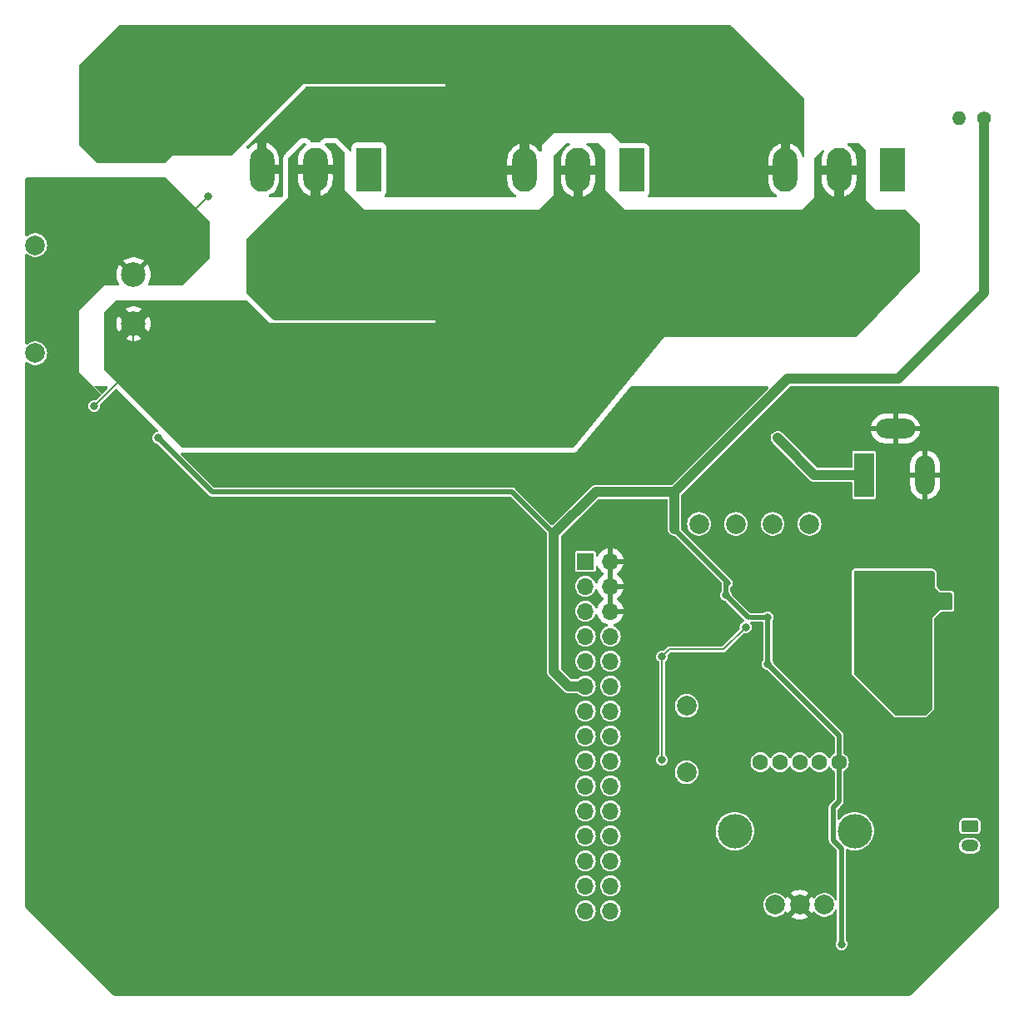
<source format=gbr>
%TF.GenerationSoftware,KiCad,Pcbnew,(7.0.0-rc1-56-g82a1175d72)*%
%TF.CreationDate,2023-05-08T22:11:16+09:00*%
%TF.ProjectId,E_Load,455f4c6f-6164-42e6-9b69-6361645f7063,rev?*%
%TF.SameCoordinates,Original*%
%TF.FileFunction,Copper,L2,Bot*%
%TF.FilePolarity,Positive*%
%FSLAX46Y46*%
G04 Gerber Fmt 4.6, Leading zero omitted, Abs format (unit mm)*
G04 Created by KiCad (PCBNEW (7.0.0-rc1-56-g82a1175d72)) date 2023-05-08 22:11:16*
%MOMM*%
%LPD*%
G01*
G04 APERTURE LIST*
G04 Aperture macros list*
%AMRoundRect*
0 Rectangle with rounded corners*
0 $1 Rounding radius*
0 $2 $3 $4 $5 $6 $7 $8 $9 X,Y pos of 4 corners*
0 Add a 4 corners polygon primitive as box body*
4,1,4,$2,$3,$4,$5,$6,$7,$8,$9,$2,$3,0*
0 Add four circle primitives for the rounded corners*
1,1,$1+$1,$2,$3*
1,1,$1+$1,$4,$5*
1,1,$1+$1,$6,$7*
1,1,$1+$1,$8,$9*
0 Add four rect primitives between the rounded corners*
20,1,$1+$1,$2,$3,$4,$5,0*
20,1,$1+$1,$4,$5,$6,$7,0*
20,1,$1+$1,$6,$7,$8,$9,0*
20,1,$1+$1,$8,$9,$2,$3,0*%
G04 Aperture macros list end*
%TA.AperFunction,ComponentPad*%
%ADD10R,1.700000X1.700000*%
%TD*%
%TA.AperFunction,ComponentPad*%
%ADD11O,1.700000X1.700000*%
%TD*%
%TA.AperFunction,ComponentPad*%
%ADD12C,2.000000*%
%TD*%
%TA.AperFunction,ComponentPad*%
%ADD13R,2.000000X4.500000*%
%TD*%
%TA.AperFunction,ComponentPad*%
%ADD14O,2.000000X4.000000*%
%TD*%
%TA.AperFunction,ComponentPad*%
%ADD15O,4.000000X2.000000*%
%TD*%
%TA.AperFunction,ComponentPad*%
%ADD16R,2.500000X4.500000*%
%TD*%
%TA.AperFunction,ComponentPad*%
%ADD17O,2.500000X4.500000*%
%TD*%
%TA.AperFunction,ComponentPad*%
%ADD18C,1.600000*%
%TD*%
%TA.AperFunction,ComponentPad*%
%ADD19C,3.500000*%
%TD*%
%TA.AperFunction,ComponentPad*%
%ADD20RoundRect,0.250000X-0.625000X0.350000X-0.625000X-0.350000X0.625000X-0.350000X0.625000X0.350000X0*%
%TD*%
%TA.AperFunction,ComponentPad*%
%ADD21O,1.750000X1.200000*%
%TD*%
%TA.AperFunction,ComponentPad*%
%ADD22C,1.400000*%
%TD*%
%TA.AperFunction,ComponentPad*%
%ADD23O,1.400000X1.400000*%
%TD*%
%TA.AperFunction,ComponentPad*%
%ADD24C,2.500000*%
%TD*%
%TA.AperFunction,ViaPad*%
%ADD25C,0.800000*%
%TD*%
%TA.AperFunction,Conductor*%
%ADD26C,1.000000*%
%TD*%
%TA.AperFunction,Conductor*%
%ADD27C,0.200000*%
%TD*%
%TA.AperFunction,Conductor*%
%ADD28C,0.500000*%
%TD*%
G04 APERTURE END LIST*
D10*
%TO.P,J4,1,Pin_1*%
%TO.N,/GPIO35*%
X157459999Y-105299999D03*
D11*
%TO.P,J4,2,Pin_2*%
%TO.N,GND*%
X159999999Y-105299999D03*
%TO.P,J4,3,Pin_3*%
%TO.N,/GPIO36*%
X157459999Y-107839999D03*
%TO.P,J4,4,Pin_4*%
%TO.N,GND*%
X159999999Y-107839999D03*
%TO.P,J4,5,Pin_5*%
%TO.N,/EN*%
X157459999Y-110379999D03*
%TO.P,J4,6,Pin_6*%
%TO.N,GND*%
X159999999Y-110379999D03*
%TO.P,J4,7,Pin_7*%
%TO.N,/GPIO25*%
X157459999Y-112919999D03*
%TO.P,J4,8,Pin_8*%
%TO.N,/GPIO23*%
X159999999Y-112919999D03*
%TO.P,J4,9,Pin_9*%
%TO.N,/GPIO26*%
X157459999Y-115459999D03*
%TO.P,J4,10,Pin_10*%
%TO.N,/GPIO19*%
X159999999Y-115459999D03*
%TO.P,J4,11,Pin_11*%
%TO.N,+3.3V*%
X157459999Y-117999999D03*
%TO.P,J4,12,Pin_12*%
%TO.N,/GPIO18*%
X159999999Y-117999999D03*
%TO.P,J4,13,Pin_13*%
%TO.N,/GPIO1*%
X157459999Y-120539999D03*
%TO.P,J4,14,Pin_14*%
%TO.N,/GPIO3*%
X159999999Y-120539999D03*
%TO.P,J4,15,Pin_15*%
%TO.N,/GPIO17*%
X157459999Y-123079999D03*
%TO.P,J4,16,Pin_16*%
%TO.N,/GPIO16*%
X159999999Y-123079999D03*
%TO.P,J4,17,Pin_17*%
%TO.N,/GPIO22*%
X157459999Y-125619999D03*
%TO.P,J4,18,Pin_18*%
%TO.N,/GPIO21*%
X159999999Y-125619999D03*
%TO.P,J4,19,Pin_19*%
%TO.N,/GPIO5*%
X157459999Y-128159999D03*
%TO.P,J4,20,Pin_20*%
%TO.N,/GPIO2*%
X159999999Y-128159999D03*
%TO.P,J4,21,Pin_21*%
%TO.N,/GPIO13*%
X157459999Y-130699999D03*
%TO.P,J4,22,Pin_22*%
%TO.N,/GPIO12*%
X159999999Y-130699999D03*
%TO.P,J4,23,Pin_23*%
%TO.N,/ENC_B*%
X157459999Y-133239999D03*
%TO.P,J4,24,Pin_24*%
%TO.N,/GPIO15*%
X159999999Y-133239999D03*
%TO.P,J4,25,Pin_25*%
%TO.N,/ENC_A*%
X157459999Y-135779999D03*
%TO.P,J4,26,Pin_26*%
%TO.N,unconnected-(J4-Pin_26-Pad26)*%
X159999999Y-135779999D03*
%TO.P,J4,27,Pin_27*%
%TO.N,+5V*%
X157459999Y-138319999D03*
%TO.P,J4,28,Pin_28*%
%TO.N,unconnected-(J4-Pin_28-Pad28)*%
X159999999Y-138319999D03*
%TO.P,J4,29,Pin_29*%
%TO.N,unconnected-(J4-Pin_29-Pad29)*%
X157459999Y-140859999D03*
%TO.P,J4,30,Pin_30*%
%TO.N,unconnected-(J4-Pin_30-Pad30)*%
X159999999Y-140859999D03*
%TD*%
D12*
%TO.P,TP5,1,1*%
%TO.N,/GPIO22*%
X167750000Y-120000000D03*
%TD*%
%TO.P,TP6,1,1*%
%TO.N,/GPIO21*%
X167750000Y-126750000D03*
%TD*%
%TO.P,TP2,1,1*%
%TO.N,/Voltage*%
X172750000Y-101500000D03*
%TD*%
%TO.P,TP4,1,1*%
%TO.N,/NTC*%
X180250000Y-101500000D03*
%TD*%
D13*
%TO.P,J2,1*%
%TO.N,+12V*%
X185799999Y-96499999D03*
D14*
%TO.P,J2,2*%
%TO.N,GND*%
X191999999Y-96499999D03*
D15*
%TO.P,J2,3*%
X188999999Y-91799999D03*
%TD*%
D16*
%TO.P,Q3,1,G*%
%TO.N,Net-(Q3-G)*%
X162169999Y-65499999D03*
D17*
%TO.P,Q3,2,D*%
%TO.N,/Vin*%
X156719999Y-65499999D03*
%TO.P,Q3,3,S*%
%TO.N,Net-(Q2-S)*%
X151269999Y-65499999D03*
%TD*%
D18*
%TO.P,SW1,1,R*%
%TO.N,Net-(SW1-R)*%
X175250000Y-125750000D03*
%TO.P,SW1,2,G*%
%TO.N,Net-(SW1-G)*%
X177250000Y-125750000D03*
%TO.P,SW1,3,S1*%
%TO.N,/GPIO13*%
X179250000Y-125750000D03*
%TO.P,SW1,4,B*%
%TO.N,Net-(R22-Pad1)*%
X181250000Y-125750000D03*
%TO.P,SW1,5,S2*%
%TO.N,+3.3V*%
X183250000Y-125750000D03*
D12*
%TO.P,SW1,A,A*%
%TO.N,/ENC_A*%
X176750000Y-140250000D03*
%TO.P,SW1,B,B*%
%TO.N,/ENC_B*%
X181750000Y-140250000D03*
%TO.P,SW1,C,C*%
%TO.N,GND*%
X179250000Y-140250000D03*
D19*
%TO.P,SW1,NC*%
%TO.N,N/C*%
X172650000Y-132750000D03*
X184850000Y-132750000D03*
%TD*%
D16*
%TO.P,Q2,1,G*%
%TO.N,Net-(Q2-G)*%
X135449999Y-65424999D03*
D17*
%TO.P,Q2,2,D*%
%TO.N,/Vin*%
X129999999Y-65424999D03*
%TO.P,Q2,3,S*%
%TO.N,Net-(Q2-S)*%
X124549999Y-65424999D03*
%TD*%
D16*
%TO.P,Q4,1,G*%
%TO.N,Net-(Q4-G)*%
X188699999Y-65499999D03*
D17*
%TO.P,Q4,2,D*%
%TO.N,/Vin*%
X183249999Y-65499999D03*
%TO.P,Q4,3,S*%
%TO.N,Net-(Q2-S)*%
X177799999Y-65499999D03*
%TD*%
D20*
%TO.P,J3,1,Pin_1*%
%TO.N,+12V*%
X196550000Y-132250000D03*
D21*
%TO.P,J3,2,Pin_2*%
%TO.N,Net-(J3-Pin_2)*%
X196549999Y-134249999D03*
%TD*%
D22*
%TO.P,TH1,1*%
%TO.N,+3.3V*%
X197970000Y-60250000D03*
D23*
%TO.P,TH1,2*%
%TO.N,/NTC*%
X195429999Y-60249999D03*
%TD*%
D12*
%TO.P,TP1,1,1*%
%TO.N,/Current_ref*%
X169000000Y-101500000D03*
%TD*%
%TO.P,TP3,1,1*%
%TO.N,/Current*%
X176500000Y-101500000D03*
%TD*%
%TO.P,J1,*%
%TO.N,*%
X101500000Y-84125000D03*
X101500000Y-73125000D03*
D24*
%TO.P,J1,1,Pin_1*%
%TO.N,/Vin*%
X111500000Y-81125000D03*
%TO.P,J1,2,Pin_2*%
%TO.N,GND*%
X111500000Y-76125000D03*
%TD*%
D25*
%TO.N,GND*%
X169500000Y-106250000D03*
X167750000Y-148250000D03*
X191000000Y-121750000D03*
%TO.N,+12V*%
X177000000Y-92750000D03*
%TO.N,GND*%
X163000000Y-122000000D03*
X184750000Y-135250000D03*
X185500000Y-88250000D03*
X101250000Y-139250000D03*
X163000000Y-106750000D03*
X108500000Y-69250000D03*
X173250000Y-103750000D03*
X113000000Y-70250000D03*
X107500000Y-69250000D03*
X132750000Y-96500000D03*
X175500000Y-131750000D03*
X185750000Y-101500000D03*
X111000000Y-68250000D03*
X114000000Y-68250000D03*
X185000000Y-145250000D03*
X178000000Y-115250000D03*
X110000000Y-68250000D03*
X162000000Y-138250000D03*
X152500000Y-109000000D03*
X101250000Y-109750000D03*
X159250000Y-144000000D03*
X101250000Y-102250000D03*
X181250000Y-134000000D03*
X169250000Y-124500000D03*
X174750000Y-95750000D03*
X114000000Y-70250000D03*
X112000000Y-68250000D03*
X129500000Y-148250000D03*
X171500000Y-103750000D03*
X182000000Y-127250000D03*
X108000000Y-68250000D03*
X106500000Y-67250000D03*
X177250000Y-138000000D03*
X198250000Y-101250000D03*
X178000000Y-112500000D03*
X174500000Y-119750000D03*
X113000000Y-68250000D03*
X171250000Y-91500000D03*
X170250000Y-119500000D03*
X149000000Y-99750000D03*
X152500000Y-114500000D03*
X106500000Y-88250000D03*
X198250000Y-89000000D03*
X163000000Y-100250000D03*
X159500000Y-92250000D03*
X113500000Y-69250000D03*
X115000000Y-68250000D03*
X101250000Y-95000000D03*
X173250000Y-106250000D03*
X112000000Y-70250000D03*
X139250000Y-148250000D03*
X112500000Y-69250000D03*
X105500000Y-67250000D03*
X191750000Y-128500000D03*
X172500000Y-144750000D03*
X101250000Y-117000000D03*
X114500000Y-69250000D03*
X167750000Y-116250000D03*
X169500000Y-113250000D03*
X120000000Y-148250000D03*
X111000000Y-70250000D03*
X106000000Y-68250000D03*
X162250000Y-96000000D03*
X185750000Y-105000000D03*
X178250000Y-98750000D03*
X165750000Y-106500000D03*
X197250000Y-124000000D03*
X155750000Y-109250000D03*
X110500000Y-69250000D03*
X190000000Y-136500000D03*
X101000000Y-67250000D03*
X174750000Y-92750000D03*
X111500000Y-69250000D03*
X181250000Y-105500000D03*
X177250000Y-108500000D03*
X152000000Y-103250000D03*
X193000000Y-121750000D03*
X107000000Y-68250000D03*
X107500000Y-67250000D03*
X111000000Y-148250000D03*
X119119622Y-68130378D03*
X143000000Y-96500000D03*
X179500000Y-129500000D03*
X112000000Y-93750000D03*
X108750000Y-90000000D03*
X160000000Y-148250000D03*
X179000000Y-121250000D03*
X181250000Y-117750000D03*
X189000000Y-148750000D03*
X189500000Y-145250000D03*
X195250000Y-139500000D03*
X176000000Y-118000000D03*
X169000000Y-136000000D03*
X177750000Y-144750000D03*
X166750000Y-108250000D03*
X169000000Y-138250000D03*
X153000000Y-96500000D03*
X181750000Y-137500000D03*
X109000000Y-68250000D03*
X106500000Y-69250000D03*
X184750000Y-137750000D03*
X101250000Y-78500000D03*
X174500000Y-114500000D03*
X120750000Y-96500000D03*
X137750000Y-99750000D03*
X187250000Y-128500000D03*
X158750000Y-100250000D03*
X175500000Y-133750000D03*
X198250000Y-117500000D03*
X194000000Y-132250000D03*
X109000000Y-70250000D03*
X110000000Y-70250000D03*
X108000000Y-70250000D03*
X116500000Y-100000000D03*
X169750000Y-103500000D03*
X181250000Y-131750000D03*
X115000000Y-70250000D03*
X155250000Y-120000000D03*
X177000000Y-90500000D03*
X197500000Y-129250000D03*
X154250000Y-100000000D03*
X168000000Y-98750000D03*
X173500000Y-98000000D03*
X182000000Y-94750000D03*
X180000000Y-93250000D03*
X126000000Y-100000000D03*
X163000000Y-114250000D03*
X107000000Y-70250000D03*
X155750000Y-114500000D03*
X176250000Y-104500000D03*
X198250000Y-96250000D03*
X109500000Y-69250000D03*
X115500000Y-69250000D03*
X181250000Y-111000000D03*
X149500000Y-148250000D03*
X188500000Y-104500000D03*
X165000000Y-92250000D03*
X171750000Y-112250000D03*
X163000000Y-127250000D03*
X155000000Y-136500000D03*
X182500000Y-98750000D03*
X155250000Y-127000000D03*
X166250000Y-88500000D03*
X162000000Y-136000000D03*
X101250000Y-124500000D03*
X163250000Y-88500000D03*
X101250000Y-132500000D03*
X195000000Y-89000000D03*
X169500000Y-93250000D03*
%TO.N,+5V*%
X186000000Y-116500000D03*
X186000000Y-108500000D03*
X191500000Y-109750000D03*
X191500000Y-112500000D03*
X191500000Y-107250000D03*
X188250000Y-112500000D03*
X186000000Y-112500000D03*
X190250000Y-115250000D03*
%TO.N,+3.3V*%
X166500000Y-102000000D03*
X176000000Y-111000000D03*
X171750000Y-108750000D03*
X114000000Y-92750000D03*
X183500000Y-144250000D03*
X176000000Y-115750000D03*
%TO.N,/Vin*%
X107500000Y-89490000D03*
%TO.N,/GPIO21*%
X173750000Y-112000000D03*
X165250000Y-115000000D03*
X165250000Y-125500000D03*
%TO.N,Net-(Q2-S)*%
X112500000Y-61750000D03*
X110000000Y-60750000D03*
X113500000Y-61750000D03*
X114500000Y-61750000D03*
X115000000Y-60750000D03*
X108500000Y-61750000D03*
X113000000Y-60750000D03*
X107000000Y-62750000D03*
X115000000Y-62750000D03*
X114000000Y-60750000D03*
X108000000Y-62750000D03*
X107000000Y-60750000D03*
X111000000Y-60750000D03*
X112000000Y-62750000D03*
X110000000Y-62750000D03*
X115500000Y-61750000D03*
X114000000Y-62750000D03*
X110500000Y-61750000D03*
X108000000Y-60750000D03*
X111000000Y-62750000D03*
X111500000Y-61750000D03*
X109000000Y-62750000D03*
X107500000Y-61750000D03*
X112000000Y-60750000D03*
X116000000Y-62750000D03*
X109000000Y-60750000D03*
X109500000Y-61750000D03*
X113000000Y-62750000D03*
%TD*%
D26*
%TO.N,+12V*%
X185800000Y-96500000D02*
X180750000Y-96500000D01*
X177500000Y-93250000D02*
X177000000Y-92750000D01*
X180750000Y-96500000D02*
X177500000Y-93250000D01*
D27*
%TO.N,GND*%
X119119622Y-68130378D02*
X117750000Y-69500000D01*
X117750000Y-69500000D02*
X117500000Y-69500000D01*
D28*
%TO.N,+3.3V*%
X171750000Y-107500000D02*
X171750000Y-108750000D01*
X182650000Y-130350000D02*
X183250000Y-129750000D01*
X183250000Y-129750000D02*
X183250000Y-125750000D01*
D26*
X155750000Y-118000000D02*
X157460000Y-118000000D01*
D28*
X166500000Y-102000000D02*
X172000000Y-107500000D01*
D26*
X166500000Y-98250000D02*
X166500000Y-102000000D01*
X178000000Y-86750000D02*
X166500000Y-98250000D01*
D28*
X119500000Y-98250000D02*
X150000000Y-98250000D01*
X183250000Y-123000000D02*
X176000000Y-115750000D01*
X174000000Y-111000000D02*
X171750000Y-108750000D01*
D26*
X154250000Y-102500000D02*
X154250000Y-116500000D01*
D28*
X114000000Y-92750000D02*
X119500000Y-98250000D01*
D26*
X154250000Y-116500000D02*
X155750000Y-118000000D01*
D28*
X176000000Y-115750000D02*
X176000000Y-111000000D01*
X150000000Y-98250000D02*
X154250000Y-102500000D01*
D26*
X197970000Y-78030000D02*
X189250000Y-86750000D01*
X197970000Y-60250000D02*
X197970000Y-78030000D01*
D28*
X183250000Y-125750000D02*
X183250000Y-123000000D01*
X183500000Y-144250000D02*
X183500000Y-134511270D01*
X182650000Y-133661270D02*
X182650000Y-130350000D01*
X176000000Y-111000000D02*
X174250000Y-111000000D01*
D26*
X189250000Y-86750000D02*
X178000000Y-86750000D01*
X166500000Y-98250000D02*
X158500000Y-98250000D01*
D28*
X183500000Y-134511270D02*
X182650000Y-133661270D01*
D26*
X158500000Y-98250000D02*
X154250000Y-102500000D01*
D27*
%TO.N,/Vin*%
X107500000Y-89490000D02*
X111500000Y-85490000D01*
X111500000Y-85490000D02*
X111500000Y-81125000D01*
%TO.N,/GPIO21*%
X173750000Y-112000000D02*
X171500000Y-114250000D01*
X171500000Y-114250000D02*
X166000000Y-114250000D01*
X165250000Y-115000000D02*
X165250000Y-125500000D01*
X166000000Y-114250000D02*
X165250000Y-115000000D01*
%TD*%
%TA.AperFunction,Conductor*%
%TO.N,GND*%
G36*
X114746193Y-66259334D02*
G01*
X114786734Y-66285953D01*
X119182133Y-70587938D01*
X119210148Y-70629142D01*
X119220000Y-70677985D01*
X119220000Y-74448214D01*
X119210541Y-74496113D01*
X119183583Y-74536817D01*
X118590948Y-75135990D01*
X116536987Y-77212605D01*
X116495941Y-77240276D01*
X116447404Y-77250000D01*
X113098683Y-77250000D01*
X113035683Y-77233119D01*
X112989564Y-77187000D01*
X112972683Y-77124000D01*
X112989564Y-77061000D01*
X113085985Y-76893994D01*
X113090068Y-76885514D01*
X113182883Y-76649026D01*
X113185657Y-76640033D01*
X113242189Y-76392352D01*
X113243592Y-76383045D01*
X113262578Y-76129697D01*
X113262578Y-76120303D01*
X113243592Y-75866954D01*
X113242189Y-75857647D01*
X113185657Y-75609966D01*
X113182883Y-75600973D01*
X113090068Y-75364485D01*
X113085985Y-75356005D01*
X112958961Y-75135994D01*
X112953657Y-75128214D01*
X112921420Y-75087790D01*
X112910001Y-75079688D01*
X112897748Y-75086460D01*
X111589094Y-76395114D01*
X111532610Y-76427726D01*
X111467388Y-76427726D01*
X111410904Y-76395114D01*
X110102250Y-75086460D01*
X110089997Y-75079688D01*
X110078579Y-75087789D01*
X110046339Y-75128219D01*
X110041040Y-75135990D01*
X109914014Y-75356005D01*
X109909931Y-75364485D01*
X109817116Y-75600973D01*
X109814342Y-75609966D01*
X109757810Y-75857647D01*
X109756407Y-75866954D01*
X109737422Y-76120303D01*
X109737422Y-76129697D01*
X109756407Y-76383045D01*
X109757810Y-76392352D01*
X109814342Y-76640033D01*
X109817116Y-76649026D01*
X109909931Y-76885514D01*
X109914014Y-76893994D01*
X110010436Y-77061000D01*
X110027317Y-77124000D01*
X110010436Y-77187000D01*
X109964317Y-77233119D01*
X109901317Y-77250000D01*
X108500000Y-77250000D01*
X108491227Y-77258772D01*
X108491224Y-77258775D01*
X106008775Y-79741224D01*
X106008772Y-79741227D01*
X106000000Y-79750000D01*
X106000000Y-86000000D01*
X108282514Y-88282514D01*
X107815028Y-88750000D01*
X100500500Y-88750000D01*
X100500500Y-85123671D01*
X100513709Y-85067508D01*
X100550568Y-85023121D01*
X100603348Y-84999816D01*
X100660982Y-85002481D01*
X100711385Y-85030555D01*
X100773438Y-85087124D01*
X100962599Y-85204247D01*
X101170060Y-85284618D01*
X101388757Y-85325500D01*
X101605416Y-85325500D01*
X101611243Y-85325500D01*
X101829940Y-85284618D01*
X102037401Y-85204247D01*
X102226562Y-85087124D01*
X102390981Y-84937236D01*
X102525058Y-84759689D01*
X102624229Y-84560528D01*
X102685115Y-84346536D01*
X102705643Y-84125000D01*
X102685115Y-83903464D01*
X102624229Y-83689472D01*
X102525058Y-83490311D01*
X102390981Y-83312764D01*
X102386677Y-83308841D01*
X102386675Y-83308838D01*
X102230864Y-83166798D01*
X102230865Y-83166798D01*
X102226562Y-83162876D01*
X102037401Y-83045753D01*
X102005129Y-83033251D01*
X101835375Y-82967487D01*
X101835369Y-82967485D01*
X101829940Y-82965382D01*
X101824220Y-82964312D01*
X101824214Y-82964311D01*
X101616967Y-82925570D01*
X101616966Y-82925569D01*
X101611243Y-82924500D01*
X101388757Y-82924500D01*
X101383034Y-82925569D01*
X101383032Y-82925570D01*
X101175785Y-82964311D01*
X101175776Y-82964313D01*
X101170060Y-82965382D01*
X101164632Y-82967484D01*
X101164624Y-82967487D01*
X100968037Y-83043646D01*
X100968034Y-83043647D01*
X100962599Y-83045753D01*
X100957643Y-83048821D01*
X100957638Y-83048824D01*
X100778391Y-83159809D01*
X100773438Y-83162876D01*
X100769139Y-83166794D01*
X100769135Y-83166798D01*
X100711386Y-83219444D01*
X100660982Y-83247519D01*
X100603348Y-83250184D01*
X100550568Y-83226879D01*
X100513709Y-83182492D01*
X100500500Y-83126329D01*
X100500500Y-74714585D01*
X110452253Y-74714585D01*
X110458267Y-74724057D01*
X111488270Y-75754060D01*
X111500000Y-75760832D01*
X111511729Y-75754060D01*
X112541731Y-74724057D01*
X112547745Y-74714585D01*
X112540076Y-74706397D01*
X112385359Y-74600913D01*
X112377215Y-74596211D01*
X112148320Y-74485981D01*
X112139563Y-74482544D01*
X111896790Y-74407658D01*
X111887633Y-74405568D01*
X111636405Y-74367702D01*
X111627028Y-74367000D01*
X111372972Y-74367000D01*
X111363594Y-74367702D01*
X111112366Y-74405568D01*
X111103209Y-74407658D01*
X110860436Y-74482544D01*
X110851679Y-74485981D01*
X110622783Y-74596212D01*
X110614638Y-74600914D01*
X110459920Y-74706399D01*
X110452253Y-74714585D01*
X100500500Y-74714585D01*
X100500500Y-74123671D01*
X100513709Y-74067508D01*
X100550568Y-74023121D01*
X100603348Y-73999816D01*
X100660982Y-74002481D01*
X100711385Y-74030555D01*
X100773438Y-74087124D01*
X100962599Y-74204247D01*
X101170060Y-74284618D01*
X101388757Y-74325500D01*
X101605416Y-74325500D01*
X101611243Y-74325500D01*
X101829940Y-74284618D01*
X102037401Y-74204247D01*
X102226562Y-74087124D01*
X102390981Y-73937236D01*
X102525058Y-73759689D01*
X102624229Y-73560528D01*
X102685115Y-73346536D01*
X102705643Y-73125000D01*
X102685115Y-72903464D01*
X102624229Y-72689472D01*
X102525058Y-72490311D01*
X102390981Y-72312764D01*
X102386677Y-72308841D01*
X102386675Y-72308838D01*
X102230864Y-72166798D01*
X102230865Y-72166798D01*
X102226562Y-72162876D01*
X102037401Y-72045753D01*
X102005129Y-72033251D01*
X101835375Y-71967487D01*
X101835369Y-71967485D01*
X101829940Y-71965382D01*
X101824220Y-71964312D01*
X101824214Y-71964311D01*
X101616967Y-71925570D01*
X101616966Y-71925569D01*
X101611243Y-71924500D01*
X101388757Y-71924500D01*
X101383034Y-71925569D01*
X101383032Y-71925570D01*
X101175785Y-71964311D01*
X101175776Y-71964313D01*
X101170060Y-71965382D01*
X101164632Y-71967484D01*
X101164624Y-71967487D01*
X100968037Y-72043646D01*
X100968034Y-72043647D01*
X100962599Y-72045753D01*
X100957643Y-72048821D01*
X100957638Y-72048824D01*
X100778391Y-72159809D01*
X100773438Y-72162876D01*
X100769139Y-72166794D01*
X100769135Y-72166798D01*
X100711386Y-72219444D01*
X100660982Y-72247519D01*
X100603348Y-72250184D01*
X100550568Y-72226879D01*
X100513709Y-72182492D01*
X100500500Y-72126329D01*
X100500500Y-66376000D01*
X100517381Y-66313000D01*
X100563500Y-66266881D01*
X100626500Y-66250000D01*
X114698601Y-66250000D01*
X114746193Y-66259334D01*
G37*
%TD.AperFunction*%
%TD*%
%TA.AperFunction,Conductor*%
%TO.N,Net-(Q2-S)*%
G36*
X172246028Y-50759591D02*
G01*
X172286905Y-50786905D01*
X179713095Y-58213095D01*
X179740409Y-58253972D01*
X179750000Y-58302190D01*
X179750000Y-64024843D01*
X179735399Y-64083719D01*
X179694978Y-64128949D01*
X179638108Y-64150051D01*
X179577967Y-64142133D01*
X179528496Y-64107031D01*
X179501159Y-64052881D01*
X179485657Y-63984966D01*
X179482883Y-63975973D01*
X179390068Y-63739485D01*
X179385985Y-63731005D01*
X179258956Y-63510986D01*
X179253665Y-63503225D01*
X179095253Y-63304583D01*
X179088869Y-63297702D01*
X178902624Y-63124891D01*
X178895270Y-63119028D01*
X178685361Y-62975914D01*
X178677216Y-62971212D01*
X178448320Y-62860981D01*
X178439564Y-62857544D01*
X178314136Y-62818855D01*
X178302662Y-62818103D01*
X178300000Y-62829287D01*
X178300000Y-65874000D01*
X178283119Y-65937000D01*
X178237000Y-65983119D01*
X178174000Y-66000000D01*
X176058590Y-66000000D01*
X176045506Y-66003506D01*
X176042000Y-66016590D01*
X176042000Y-66563435D01*
X176042175Y-66568130D01*
X176056407Y-66758045D01*
X176057810Y-66767352D01*
X176114342Y-67015033D01*
X176117116Y-67024026D01*
X176209931Y-67260514D01*
X176214014Y-67268994D01*
X176341043Y-67489013D01*
X176346334Y-67496774D01*
X176504746Y-67695416D01*
X176511130Y-67702297D01*
X176697375Y-67875108D01*
X176704729Y-67880971D01*
X176908491Y-68019894D01*
X176950205Y-68067638D01*
X176963386Y-68129653D01*
X176944699Y-68190236D01*
X176898874Y-68234049D01*
X176837513Y-68250000D01*
X163932615Y-68250000D01*
X163866397Y-68231197D01*
X163819942Y-68180399D01*
X163807117Y-68112769D01*
X163831745Y-68048492D01*
X163870889Y-67996204D01*
X163921989Y-67859201D01*
X163928500Y-67798638D01*
X163928500Y-64983410D01*
X176042000Y-64983410D01*
X176045506Y-64996493D01*
X176058590Y-65000000D01*
X177283410Y-65000000D01*
X177296493Y-64996493D01*
X177300000Y-64983410D01*
X177300000Y-62829287D01*
X177297337Y-62818103D01*
X177285863Y-62818855D01*
X177160435Y-62857544D01*
X177151679Y-62860981D01*
X176922783Y-62971212D01*
X176914638Y-62975914D01*
X176704729Y-63119028D01*
X176697375Y-63124891D01*
X176511130Y-63297702D01*
X176504746Y-63304583D01*
X176346334Y-63503225D01*
X176341043Y-63510986D01*
X176214014Y-63731005D01*
X176209931Y-63739485D01*
X176117116Y-63975973D01*
X176114342Y-63984966D01*
X176057810Y-64232647D01*
X176056407Y-64241954D01*
X176042175Y-64431869D01*
X176042000Y-64436565D01*
X176042000Y-64983410D01*
X163928500Y-64983410D01*
X163928500Y-63201362D01*
X163921989Y-63140799D01*
X163870889Y-63003796D01*
X163783261Y-62886739D01*
X163776049Y-62881340D01*
X163673417Y-62804510D01*
X163673414Y-62804508D01*
X163666204Y-62799111D01*
X163657766Y-62795964D01*
X163657763Y-62795962D01*
X163536580Y-62750763D01*
X163536578Y-62750762D01*
X163529201Y-62748011D01*
X163521373Y-62747169D01*
X163521367Y-62747168D01*
X163471988Y-62741860D01*
X163471985Y-62741859D01*
X163468638Y-62741500D01*
X161043690Y-62741500D01*
X160995472Y-62731909D01*
X160954595Y-62704595D01*
X160008775Y-61758775D01*
X160008775Y-61758774D01*
X160000000Y-61750000D01*
X159987590Y-61750000D01*
X154262410Y-61750000D01*
X154250000Y-61750000D01*
X154241227Y-61758772D01*
X154241224Y-61758775D01*
X153008775Y-62991224D01*
X153008772Y-62991227D01*
X153000000Y-63000000D01*
X153000000Y-63012410D01*
X153000000Y-63510209D01*
X152983119Y-63573209D01*
X152937000Y-63619328D01*
X152874000Y-63636209D01*
X152811000Y-63619328D01*
X152764881Y-63573209D01*
X152728956Y-63510985D01*
X152723665Y-63503225D01*
X152565253Y-63304583D01*
X152558869Y-63297702D01*
X152372624Y-63124891D01*
X152365270Y-63119028D01*
X152155361Y-62975914D01*
X152147216Y-62971212D01*
X151918320Y-62860981D01*
X151909564Y-62857544D01*
X151784136Y-62818855D01*
X151772662Y-62818103D01*
X151770000Y-62829287D01*
X151770000Y-65874000D01*
X151753119Y-65937000D01*
X151707000Y-65983119D01*
X151644000Y-66000000D01*
X149528590Y-66000000D01*
X149515506Y-66003506D01*
X149512000Y-66016590D01*
X149512000Y-66563435D01*
X149512175Y-66568130D01*
X149526407Y-66758045D01*
X149527810Y-66767352D01*
X149584342Y-67015033D01*
X149587116Y-67024026D01*
X149679931Y-67260514D01*
X149684014Y-67268994D01*
X149811043Y-67489013D01*
X149816334Y-67496774D01*
X149974746Y-67695416D01*
X149981130Y-67702297D01*
X150167375Y-67875108D01*
X150174729Y-67880971D01*
X150378491Y-68019894D01*
X150420205Y-68067638D01*
X150433386Y-68129653D01*
X150414699Y-68190236D01*
X150368874Y-68234049D01*
X150307513Y-68250000D01*
X137153899Y-68250000D01*
X137096696Y-68236267D01*
X137051963Y-68198061D01*
X137029450Y-68143711D01*
X137034066Y-68085064D01*
X137062312Y-68038971D01*
X137063261Y-68038261D01*
X137150889Y-67921204D01*
X137201989Y-67784201D01*
X137208500Y-67723638D01*
X137208500Y-64983410D01*
X149512000Y-64983410D01*
X149515506Y-64996493D01*
X149528590Y-65000000D01*
X150753410Y-65000000D01*
X150766493Y-64996493D01*
X150770000Y-64983410D01*
X150770000Y-62829287D01*
X150767337Y-62818103D01*
X150755863Y-62818855D01*
X150630435Y-62857544D01*
X150621679Y-62860981D01*
X150392783Y-62971212D01*
X150384638Y-62975914D01*
X150174729Y-63119028D01*
X150167375Y-63124891D01*
X149981130Y-63297702D01*
X149974746Y-63304583D01*
X149816334Y-63503225D01*
X149811043Y-63510986D01*
X149684014Y-63731005D01*
X149679931Y-63739485D01*
X149587116Y-63975973D01*
X149584342Y-63984966D01*
X149527810Y-64232647D01*
X149526407Y-64241954D01*
X149512175Y-64431869D01*
X149512000Y-64436565D01*
X149512000Y-64983410D01*
X137208500Y-64983410D01*
X137208500Y-63126362D01*
X137201989Y-63065799D01*
X137150889Y-62928796D01*
X137119405Y-62886739D01*
X137068659Y-62818950D01*
X137063261Y-62811739D01*
X137046392Y-62799111D01*
X136953417Y-62729510D01*
X136953414Y-62729508D01*
X136946204Y-62724111D01*
X136937766Y-62720964D01*
X136937763Y-62720962D01*
X136816580Y-62675763D01*
X136816578Y-62675762D01*
X136809201Y-62673011D01*
X136801373Y-62672169D01*
X136801367Y-62672168D01*
X136751988Y-62666860D01*
X136751985Y-62666859D01*
X136748638Y-62666500D01*
X134151362Y-62666500D01*
X134148015Y-62666859D01*
X134148011Y-62666860D01*
X134098632Y-62672168D01*
X134098625Y-62672169D01*
X134090799Y-62673011D01*
X134083423Y-62675761D01*
X134083419Y-62675763D01*
X133962236Y-62720962D01*
X133962230Y-62720965D01*
X133953796Y-62724111D01*
X133946588Y-62729506D01*
X133946582Y-62729510D01*
X133843950Y-62806340D01*
X133843946Y-62806343D01*
X133836739Y-62811739D01*
X133831343Y-62818946D01*
X133831340Y-62818950D01*
X133754510Y-62921582D01*
X133754506Y-62921588D01*
X133749111Y-62928796D01*
X133745965Y-62937230D01*
X133745962Y-62937236D01*
X133700763Y-63058419D01*
X133700761Y-63058423D01*
X133698011Y-63065799D01*
X133697169Y-63073625D01*
X133697168Y-63073632D01*
X133693257Y-63110018D01*
X133691500Y-63126362D01*
X133691500Y-63129731D01*
X133691500Y-63478530D01*
X133674205Y-63542243D01*
X133627067Y-63588464D01*
X133563027Y-63604506D01*
X133499666Y-63585963D01*
X133454379Y-63537927D01*
X133418829Y-63471420D01*
X133418825Y-63471413D01*
X133417364Y-63468680D01*
X133390050Y-63427803D01*
X133370347Y-63403795D01*
X133328152Y-63352381D01*
X133328145Y-63352373D01*
X133326194Y-63349996D01*
X132400004Y-62423806D01*
X132397627Y-62421855D01*
X132397618Y-62421847D01*
X132324600Y-62361922D01*
X132324598Y-62361920D01*
X132322197Y-62359950D01*
X132281320Y-62332636D01*
X132278587Y-62331175D01*
X132197997Y-62288097D01*
X132197993Y-62288095D01*
X132192539Y-62285180D01*
X132186619Y-62283384D01*
X132186614Y-62283382D01*
X132099170Y-62256856D01*
X132099161Y-62256853D01*
X132096205Y-62255957D01*
X132093171Y-62255353D01*
X132093169Y-62255353D01*
X132051026Y-62246970D01*
X132051016Y-62246968D01*
X132047987Y-62246366D01*
X132044916Y-62246063D01*
X132044899Y-62246061D01*
X131950892Y-62236803D01*
X131950881Y-62236802D01*
X131947810Y-62236500D01*
X131072492Y-62236500D01*
X131068522Y-62237007D01*
X131068515Y-62237008D01*
X130947264Y-62252511D01*
X130947261Y-62252511D01*
X130943300Y-62253018D01*
X130939436Y-62254022D01*
X130939428Y-62254024D01*
X130885808Y-62267963D01*
X130885804Y-62267964D01*
X130881939Y-62268969D01*
X130878240Y-62270452D01*
X130878230Y-62270456D01*
X130768508Y-62314469D01*
X130768506Y-62314469D01*
X130761062Y-62317456D01*
X130754608Y-62322219D01*
X130754603Y-62322222D01*
X130659502Y-62392409D01*
X130659488Y-62392420D01*
X130656271Y-62394795D01*
X130653375Y-62397563D01*
X130653370Y-62397568D01*
X130623641Y-62425992D01*
X130610446Y-62438608D01*
X130607929Y-62441715D01*
X130607919Y-62441727D01*
X130533528Y-62533593D01*
X130528481Y-62539826D01*
X130525165Y-62547124D01*
X130525165Y-62547126D01*
X130488579Y-62627673D01*
X130456285Y-62670863D01*
X130408891Y-62696596D01*
X130355080Y-62700156D01*
X130324751Y-62695585D01*
X130136442Y-62667202D01*
X130136434Y-62667201D01*
X130131781Y-62666500D01*
X129868219Y-62666500D01*
X129863566Y-62667201D01*
X129863557Y-62667202D01*
X129644919Y-62700157D01*
X129591108Y-62696596D01*
X129543714Y-62670863D01*
X129511420Y-62627672D01*
X129474836Y-62547128D01*
X129474834Y-62547126D01*
X129471519Y-62539826D01*
X129389554Y-62438608D01*
X129343729Y-62394795D01*
X129340503Y-62392414D01*
X129340497Y-62392409D01*
X129245396Y-62322222D01*
X129245394Y-62322221D01*
X129238938Y-62317456D01*
X129158475Y-62285180D01*
X129121769Y-62270456D01*
X129121763Y-62270454D01*
X129118061Y-62268969D01*
X129110674Y-62267048D01*
X129060571Y-62254024D01*
X129060566Y-62254023D01*
X129056700Y-62253018D01*
X129052735Y-62252511D01*
X128931484Y-62237008D01*
X128931478Y-62237007D01*
X128927508Y-62236500D01*
X128802190Y-62236500D01*
X128799119Y-62236802D01*
X128799107Y-62236803D01*
X128705100Y-62246061D01*
X128705080Y-62246063D01*
X128702013Y-62246366D01*
X128698986Y-62246967D01*
X128698973Y-62246970D01*
X128656830Y-62255353D01*
X128656823Y-62255354D01*
X128653795Y-62255957D01*
X128650842Y-62256852D01*
X128650829Y-62256856D01*
X128563385Y-62283382D01*
X128563376Y-62283385D01*
X128557461Y-62285180D01*
X128552010Y-62288093D01*
X128552002Y-62288097D01*
X128471412Y-62331175D01*
X128471401Y-62331181D01*
X128468680Y-62332636D01*
X128466113Y-62334350D01*
X128466100Y-62334359D01*
X128430390Y-62358221D01*
X128430384Y-62358224D01*
X128427803Y-62359950D01*
X128425411Y-62361913D01*
X128425399Y-62361922D01*
X128352381Y-62421847D01*
X128352361Y-62421864D01*
X128349996Y-62423806D01*
X128347819Y-62425982D01*
X128347809Y-62425992D01*
X126925992Y-63847809D01*
X126925982Y-63847819D01*
X126923806Y-63849996D01*
X126921864Y-63852361D01*
X126921847Y-63852381D01*
X126861922Y-63925399D01*
X126861913Y-63925411D01*
X126859950Y-63927803D01*
X126858224Y-63930384D01*
X126858221Y-63930390D01*
X126834359Y-63966100D01*
X126834350Y-63966113D01*
X126832636Y-63968680D01*
X126831181Y-63971401D01*
X126831175Y-63971412D01*
X126788097Y-64052002D01*
X126788093Y-64052010D01*
X126785180Y-64057461D01*
X126783385Y-64063376D01*
X126783382Y-64063385D01*
X126756856Y-64150829D01*
X126756852Y-64150842D01*
X126755957Y-64153795D01*
X126755354Y-64156823D01*
X126755353Y-64156830D01*
X126746970Y-64198973D01*
X126746967Y-64198986D01*
X126746366Y-64202013D01*
X126746063Y-64205080D01*
X126746061Y-64205100D01*
X126736803Y-64299107D01*
X126736802Y-64299119D01*
X126736500Y-64302190D01*
X126736500Y-64305284D01*
X126736500Y-67985112D01*
X126726909Y-68033330D01*
X126699595Y-68074207D01*
X126560707Y-68213095D01*
X126519830Y-68240409D01*
X126471612Y-68250000D01*
X125364168Y-68250000D01*
X125299543Y-68232165D01*
X125253213Y-68183708D01*
X125238295Y-68118347D01*
X125259012Y-68054587D01*
X125309498Y-68010478D01*
X125427221Y-67953785D01*
X125435361Y-67949085D01*
X125645270Y-67805971D01*
X125652624Y-67800108D01*
X125838869Y-67627297D01*
X125845253Y-67620416D01*
X126003665Y-67421774D01*
X126008956Y-67414013D01*
X126135985Y-67193994D01*
X126140068Y-67185514D01*
X126232883Y-66949026D01*
X126235657Y-66940033D01*
X126292189Y-66692352D01*
X126293592Y-66683045D01*
X126307824Y-66493130D01*
X126308000Y-66488435D01*
X126308000Y-65941590D01*
X126304493Y-65928506D01*
X126291410Y-65925000D01*
X124176000Y-65925000D01*
X124113000Y-65908119D01*
X124066881Y-65862000D01*
X124050000Y-65799000D01*
X124050000Y-64908410D01*
X125050000Y-64908410D01*
X125053506Y-64921493D01*
X125066590Y-64925000D01*
X126291410Y-64925000D01*
X126304493Y-64921493D01*
X126308000Y-64908410D01*
X126308000Y-64361565D01*
X126307824Y-64356869D01*
X126293592Y-64166954D01*
X126292189Y-64157647D01*
X126235657Y-63909966D01*
X126232883Y-63900973D01*
X126140068Y-63664485D01*
X126135985Y-63656005D01*
X126008956Y-63435986D01*
X126003665Y-63428225D01*
X125845253Y-63229583D01*
X125838869Y-63222702D01*
X125652624Y-63049891D01*
X125645270Y-63044028D01*
X125435361Y-62900914D01*
X125427216Y-62896212D01*
X125198320Y-62785981D01*
X125189564Y-62782544D01*
X125064136Y-62743855D01*
X125052662Y-62743103D01*
X125050000Y-62754287D01*
X125050000Y-64908410D01*
X124050000Y-64908410D01*
X124050000Y-62754287D01*
X124047337Y-62743103D01*
X124035863Y-62743855D01*
X123910435Y-62782544D01*
X123901679Y-62785981D01*
X123672783Y-62896212D01*
X123664638Y-62900914D01*
X123454729Y-63044028D01*
X123447375Y-63049891D01*
X123261130Y-63222702D01*
X123254746Y-63229582D01*
X123224511Y-63267497D01*
X123175521Y-63304797D01*
X123114706Y-63314430D01*
X123056587Y-63294093D01*
X123015045Y-63248644D01*
X123000000Y-63188937D01*
X123000000Y-63052190D01*
X123009591Y-63003972D01*
X123036905Y-62963095D01*
X128963095Y-57036905D01*
X129003972Y-57009591D01*
X129052190Y-57000000D01*
X143233410Y-57000000D01*
X143250000Y-57000000D01*
X143250000Y-56750000D01*
X143233410Y-56750000D01*
X128762410Y-56750000D01*
X128750000Y-56750000D01*
X128741227Y-56758772D01*
X128741224Y-56758775D01*
X121536905Y-63963095D01*
X121496028Y-63990409D01*
X121447810Y-64000000D01*
X115500000Y-64000000D01*
X115491227Y-64008772D01*
X115491224Y-64008775D01*
X114786905Y-64713095D01*
X114746028Y-64740409D01*
X114697810Y-64750000D01*
X107802190Y-64750000D01*
X107753972Y-64740409D01*
X107713095Y-64713095D01*
X106036905Y-63036905D01*
X106009591Y-62996028D01*
X106000000Y-62947810D01*
X106000000Y-54802190D01*
X106009591Y-54753972D01*
X106036905Y-54713095D01*
X109963095Y-50786905D01*
X110003972Y-50759591D01*
X110052190Y-50750000D01*
X172197810Y-50750000D01*
X172246028Y-50759591D01*
G37*
%TD.AperFunction*%
%TD*%
%TA.AperFunction,Conductor*%
%TO.N,GND*%
G36*
X199436500Y-87516881D02*
G01*
X199482619Y-87563000D01*
X199499500Y-87626000D01*
X199499500Y-140448310D01*
X199489909Y-140496528D01*
X199462595Y-140537405D01*
X190537405Y-149462595D01*
X190496528Y-149489909D01*
X190448310Y-149499500D01*
X109551690Y-149499500D01*
X109503472Y-149489909D01*
X109462595Y-149462595D01*
X100860000Y-140860000D01*
X156404417Y-140860000D01*
X156405024Y-140866163D01*
X156424092Y-141059768D01*
X156424093Y-141059774D01*
X156424700Y-141065934D01*
X156426496Y-141071856D01*
X156426497Y-141071859D01*
X156482972Y-141258035D01*
X156482973Y-141258039D01*
X156484768Y-141263954D01*
X156487680Y-141269402D01*
X156487683Y-141269409D01*
X156579398Y-141440993D01*
X156582315Y-141446450D01*
X156647952Y-141526430D01*
X156708072Y-141599687D01*
X156713590Y-141606410D01*
X156873550Y-141737685D01*
X156964798Y-141786458D01*
X157050590Y-141832316D01*
X157050592Y-141832317D01*
X157056046Y-141835232D01*
X157254066Y-141895300D01*
X157460000Y-141915583D01*
X157665934Y-141895300D01*
X157863954Y-141835232D01*
X158046450Y-141737685D01*
X158206410Y-141606410D01*
X158337685Y-141446450D01*
X158435232Y-141263954D01*
X158495300Y-141065934D01*
X158515583Y-140860000D01*
X158944417Y-140860000D01*
X158945024Y-140866163D01*
X158964092Y-141059768D01*
X158964093Y-141059774D01*
X158964700Y-141065934D01*
X158966496Y-141071856D01*
X158966497Y-141071859D01*
X159022972Y-141258035D01*
X159022973Y-141258039D01*
X159024768Y-141263954D01*
X159027680Y-141269402D01*
X159027683Y-141269409D01*
X159119398Y-141440993D01*
X159122315Y-141446450D01*
X159187952Y-141526430D01*
X159248072Y-141599687D01*
X159253590Y-141606410D01*
X159413550Y-141737685D01*
X159504798Y-141786458D01*
X159590590Y-141832316D01*
X159590592Y-141832317D01*
X159596046Y-141835232D01*
X159794066Y-141895300D01*
X160000000Y-141915583D01*
X160205934Y-141895300D01*
X160403954Y-141835232D01*
X160586450Y-141737685D01*
X160746410Y-141606410D01*
X160848002Y-141482619D01*
X178380183Y-141482619D01*
X178388286Y-141490565D01*
X178559044Y-141595206D01*
X178567839Y-141599687D01*
X178777987Y-141686733D01*
X178787373Y-141689783D01*
X179008554Y-141742884D01*
X179018300Y-141744428D01*
X179245070Y-141762275D01*
X179254930Y-141762275D01*
X179481699Y-141744428D01*
X179491445Y-141742884D01*
X179712626Y-141689783D01*
X179722012Y-141686733D01*
X179932162Y-141599686D01*
X179940957Y-141595205D01*
X180111708Y-141490568D01*
X180119814Y-141482619D01*
X180113787Y-141472997D01*
X179261729Y-140620939D01*
X179249999Y-140614167D01*
X179238271Y-140620938D01*
X178386208Y-141473000D01*
X178380183Y-141482619D01*
X160848002Y-141482619D01*
X160877685Y-141446450D01*
X160975232Y-141263954D01*
X161035300Y-141065934D01*
X161055583Y-140860000D01*
X161035300Y-140654066D01*
X160975232Y-140456046D01*
X160877685Y-140273550D01*
X160858358Y-140250000D01*
X175544357Y-140250000D01*
X175564885Y-140471536D01*
X175625771Y-140685528D01*
X175628367Y-140690741D01*
X175628368Y-140690744D01*
X175709579Y-140853837D01*
X175724942Y-140884689D01*
X175728452Y-140889337D01*
X175855506Y-141057585D01*
X175855510Y-141057589D01*
X175859019Y-141062236D01*
X175863321Y-141066158D01*
X175863324Y-141066161D01*
X175915572Y-141113791D01*
X176023438Y-141212124D01*
X176212599Y-141329247D01*
X176420060Y-141409618D01*
X176638757Y-141450500D01*
X176855416Y-141450500D01*
X176861243Y-141450500D01*
X177079940Y-141409618D01*
X177287401Y-141329247D01*
X177476562Y-141212124D01*
X177640981Y-141062236D01*
X177716244Y-140962570D01*
X177763383Y-140924384D01*
X177822904Y-140912651D01*
X177881008Y-140930094D01*
X177924227Y-140972668D01*
X178009433Y-141111712D01*
X178017379Y-141119816D01*
X178026997Y-141113791D01*
X178879059Y-140261730D01*
X178885832Y-140249999D01*
X178879060Y-140238270D01*
X178026999Y-139386209D01*
X178017378Y-139380183D01*
X178009430Y-139388288D01*
X177924225Y-139527331D01*
X177881007Y-139569905D01*
X177822902Y-139587348D01*
X177763381Y-139575615D01*
X177716244Y-139537428D01*
X177640981Y-139437764D01*
X177636677Y-139433841D01*
X177636675Y-139433838D01*
X177480864Y-139291798D01*
X177480865Y-139291798D01*
X177476562Y-139287876D01*
X177287401Y-139170753D01*
X177255129Y-139158251D01*
X177085375Y-139092487D01*
X177085369Y-139092485D01*
X177079940Y-139090382D01*
X177074220Y-139089312D01*
X177074214Y-139089311D01*
X176866967Y-139050570D01*
X176866966Y-139050569D01*
X176861243Y-139049500D01*
X176638757Y-139049500D01*
X176633034Y-139050569D01*
X176633032Y-139050570D01*
X176425785Y-139089311D01*
X176425776Y-139089313D01*
X176420060Y-139090382D01*
X176414632Y-139092484D01*
X176414624Y-139092487D01*
X176218037Y-139168646D01*
X176218034Y-139168647D01*
X176212599Y-139170753D01*
X176207643Y-139173821D01*
X176207638Y-139173824D01*
X176028391Y-139284809D01*
X176023438Y-139287876D01*
X176019139Y-139291794D01*
X176019135Y-139291798D01*
X175863324Y-139433838D01*
X175863316Y-139433846D01*
X175859019Y-139437764D01*
X175855514Y-139442404D01*
X175855506Y-139442414D01*
X175728452Y-139610662D01*
X175728448Y-139610667D01*
X175724942Y-139615311D01*
X175722347Y-139620521D01*
X175722344Y-139620527D01*
X175628368Y-139809255D01*
X175628365Y-139809261D01*
X175625771Y-139814472D01*
X175624177Y-139820073D01*
X175624177Y-139820074D01*
X175578016Y-139982315D01*
X175564885Y-140028464D01*
X175564348Y-140034256D01*
X175564348Y-140034258D01*
X175556997Y-140113590D01*
X175544357Y-140250000D01*
X160858358Y-140250000D01*
X160746410Y-140113590D01*
X160586450Y-139982315D01*
X160580993Y-139979398D01*
X160409409Y-139887683D01*
X160409402Y-139887680D01*
X160403954Y-139884768D01*
X160398039Y-139882973D01*
X160398035Y-139882972D01*
X160211859Y-139826497D01*
X160211856Y-139826496D01*
X160205934Y-139824700D01*
X160199774Y-139824093D01*
X160199768Y-139824092D01*
X160006163Y-139805024D01*
X160000000Y-139804417D01*
X159993837Y-139805024D01*
X159800231Y-139824092D01*
X159800223Y-139824093D01*
X159794066Y-139824700D01*
X159788145Y-139826495D01*
X159788140Y-139826497D01*
X159601964Y-139882972D01*
X159601956Y-139882975D01*
X159596046Y-139884768D01*
X159590600Y-139887678D01*
X159590590Y-139887683D01*
X159419006Y-139979398D01*
X159419000Y-139979401D01*
X159413550Y-139982315D01*
X159408773Y-139986235D01*
X159408769Y-139986238D01*
X159258369Y-140109667D01*
X159258363Y-140109672D01*
X159253590Y-140113590D01*
X159249672Y-140118363D01*
X159249667Y-140118369D01*
X159126238Y-140268769D01*
X159126235Y-140268773D01*
X159122315Y-140273550D01*
X159119401Y-140279000D01*
X159119398Y-140279006D01*
X159027683Y-140450590D01*
X159027678Y-140450600D01*
X159024768Y-140456046D01*
X159022975Y-140461956D01*
X159022972Y-140461964D01*
X158966497Y-140648140D01*
X158966495Y-140648145D01*
X158964700Y-140654066D01*
X158964093Y-140660223D01*
X158964092Y-140660231D01*
X158953934Y-140763370D01*
X158944417Y-140860000D01*
X158515583Y-140860000D01*
X158495300Y-140654066D01*
X158435232Y-140456046D01*
X158337685Y-140273550D01*
X158206410Y-140113590D01*
X158046450Y-139982315D01*
X158040993Y-139979398D01*
X157869409Y-139887683D01*
X157869402Y-139887680D01*
X157863954Y-139884768D01*
X157858039Y-139882973D01*
X157858035Y-139882972D01*
X157671859Y-139826497D01*
X157671856Y-139826496D01*
X157665934Y-139824700D01*
X157659774Y-139824093D01*
X157659768Y-139824092D01*
X157466163Y-139805024D01*
X157460000Y-139804417D01*
X157453837Y-139805024D01*
X157260231Y-139824092D01*
X157260223Y-139824093D01*
X157254066Y-139824700D01*
X157248145Y-139826495D01*
X157248140Y-139826497D01*
X157061964Y-139882972D01*
X157061956Y-139882975D01*
X157056046Y-139884768D01*
X157050600Y-139887678D01*
X157050590Y-139887683D01*
X156879006Y-139979398D01*
X156879000Y-139979401D01*
X156873550Y-139982315D01*
X156868773Y-139986235D01*
X156868769Y-139986238D01*
X156718369Y-140109667D01*
X156718363Y-140109672D01*
X156713590Y-140113590D01*
X156709672Y-140118363D01*
X156709667Y-140118369D01*
X156586238Y-140268769D01*
X156586235Y-140268773D01*
X156582315Y-140273550D01*
X156579401Y-140279000D01*
X156579398Y-140279006D01*
X156487683Y-140450590D01*
X156487678Y-140450600D01*
X156484768Y-140456046D01*
X156482975Y-140461956D01*
X156482972Y-140461964D01*
X156426497Y-140648140D01*
X156426495Y-140648145D01*
X156424700Y-140654066D01*
X156424093Y-140660223D01*
X156424092Y-140660231D01*
X156413934Y-140763370D01*
X156404417Y-140860000D01*
X100860000Y-140860000D01*
X100537405Y-140537405D01*
X100510091Y-140496528D01*
X100500500Y-140448310D01*
X100500500Y-138320000D01*
X156404417Y-138320000D01*
X156405024Y-138326163D01*
X156424092Y-138519768D01*
X156424093Y-138519774D01*
X156424700Y-138525934D01*
X156426496Y-138531856D01*
X156426497Y-138531859D01*
X156482972Y-138718035D01*
X156482973Y-138718039D01*
X156484768Y-138723954D01*
X156487680Y-138729402D01*
X156487683Y-138729409D01*
X156579034Y-138900312D01*
X156582315Y-138906450D01*
X156586238Y-138911230D01*
X156700590Y-139050570D01*
X156713590Y-139066410D01*
X156873550Y-139197685D01*
X156964798Y-139246458D01*
X157050590Y-139292316D01*
X157050592Y-139292317D01*
X157056046Y-139295232D01*
X157254066Y-139355300D01*
X157460000Y-139375583D01*
X157665934Y-139355300D01*
X157863954Y-139295232D01*
X158046450Y-139197685D01*
X158206410Y-139066410D01*
X158337685Y-138906450D01*
X158435232Y-138723954D01*
X158495300Y-138525934D01*
X158515583Y-138320000D01*
X158944417Y-138320000D01*
X158945024Y-138326163D01*
X158964092Y-138519768D01*
X158964093Y-138519774D01*
X158964700Y-138525934D01*
X158966496Y-138531856D01*
X158966497Y-138531859D01*
X159022972Y-138718035D01*
X159022973Y-138718039D01*
X159024768Y-138723954D01*
X159027680Y-138729402D01*
X159027683Y-138729409D01*
X159119034Y-138900312D01*
X159122315Y-138906450D01*
X159126238Y-138911230D01*
X159240590Y-139050570D01*
X159253590Y-139066410D01*
X159413550Y-139197685D01*
X159504798Y-139246458D01*
X159590590Y-139292316D01*
X159590592Y-139292317D01*
X159596046Y-139295232D01*
X159794066Y-139355300D01*
X160000000Y-139375583D01*
X160205934Y-139355300D01*
X160403954Y-139295232D01*
X160586450Y-139197685D01*
X160746410Y-139066410D01*
X160786649Y-139017378D01*
X178380183Y-139017378D01*
X178386209Y-139026999D01*
X179238270Y-139879060D01*
X179249999Y-139885832D01*
X179261730Y-139879059D01*
X180113791Y-139026997D01*
X180119816Y-139017379D01*
X180111712Y-139009433D01*
X179940955Y-138904793D01*
X179932160Y-138900312D01*
X179722012Y-138813266D01*
X179712626Y-138810216D01*
X179491445Y-138757115D01*
X179481699Y-138755571D01*
X179254930Y-138737725D01*
X179245070Y-138737725D01*
X179018300Y-138755571D01*
X179008554Y-138757115D01*
X178787373Y-138810216D01*
X178777987Y-138813266D01*
X178567839Y-138900312D01*
X178559044Y-138904793D01*
X178388285Y-139009433D01*
X178380183Y-139017378D01*
X160786649Y-139017378D01*
X160877685Y-138906450D01*
X160975232Y-138723954D01*
X161035300Y-138525934D01*
X161055583Y-138320000D01*
X161035300Y-138114066D01*
X160975232Y-137916046D01*
X160877685Y-137733550D01*
X160746410Y-137573590D01*
X160586450Y-137442315D01*
X160580993Y-137439398D01*
X160409409Y-137347683D01*
X160409402Y-137347680D01*
X160403954Y-137344768D01*
X160398039Y-137342973D01*
X160398035Y-137342972D01*
X160211859Y-137286497D01*
X160211856Y-137286496D01*
X160205934Y-137284700D01*
X160199774Y-137284093D01*
X160199768Y-137284092D01*
X160006163Y-137265024D01*
X160000000Y-137264417D01*
X159993837Y-137265024D01*
X159800231Y-137284092D01*
X159800223Y-137284093D01*
X159794066Y-137284700D01*
X159788145Y-137286495D01*
X159788140Y-137286497D01*
X159601964Y-137342972D01*
X159601956Y-137342975D01*
X159596046Y-137344768D01*
X159590600Y-137347678D01*
X159590590Y-137347683D01*
X159419006Y-137439398D01*
X159419000Y-137439401D01*
X159413550Y-137442315D01*
X159408773Y-137446235D01*
X159408769Y-137446238D01*
X159258369Y-137569667D01*
X159258363Y-137569672D01*
X159253590Y-137573590D01*
X159249672Y-137578363D01*
X159249667Y-137578369D01*
X159126238Y-137728769D01*
X159126235Y-137728773D01*
X159122315Y-137733550D01*
X159119401Y-137739000D01*
X159119398Y-137739006D01*
X159027683Y-137910590D01*
X159027678Y-137910600D01*
X159024768Y-137916046D01*
X159022975Y-137921956D01*
X159022972Y-137921964D01*
X158966497Y-138108140D01*
X158966495Y-138108145D01*
X158964700Y-138114066D01*
X158964093Y-138120223D01*
X158964092Y-138120231D01*
X158945024Y-138313837D01*
X158944417Y-138320000D01*
X158515583Y-138320000D01*
X158495300Y-138114066D01*
X158435232Y-137916046D01*
X158337685Y-137733550D01*
X158206410Y-137573590D01*
X158046450Y-137442315D01*
X158040993Y-137439398D01*
X157869409Y-137347683D01*
X157869402Y-137347680D01*
X157863954Y-137344768D01*
X157858039Y-137342973D01*
X157858035Y-137342972D01*
X157671859Y-137286497D01*
X157671856Y-137286496D01*
X157665934Y-137284700D01*
X157659774Y-137284093D01*
X157659768Y-137284092D01*
X157466163Y-137265024D01*
X157460000Y-137264417D01*
X157453837Y-137265024D01*
X157260231Y-137284092D01*
X157260223Y-137284093D01*
X157254066Y-137284700D01*
X157248145Y-137286495D01*
X157248140Y-137286497D01*
X157061964Y-137342972D01*
X157061956Y-137342975D01*
X157056046Y-137344768D01*
X157050600Y-137347678D01*
X157050590Y-137347683D01*
X156879006Y-137439398D01*
X156879000Y-137439401D01*
X156873550Y-137442315D01*
X156868773Y-137446235D01*
X156868769Y-137446238D01*
X156718369Y-137569667D01*
X156718363Y-137569672D01*
X156713590Y-137573590D01*
X156709672Y-137578363D01*
X156709667Y-137578369D01*
X156586238Y-137728769D01*
X156586235Y-137728773D01*
X156582315Y-137733550D01*
X156579401Y-137739000D01*
X156579398Y-137739006D01*
X156487683Y-137910590D01*
X156487678Y-137910600D01*
X156484768Y-137916046D01*
X156482975Y-137921956D01*
X156482972Y-137921964D01*
X156426497Y-138108140D01*
X156426495Y-138108145D01*
X156424700Y-138114066D01*
X156424093Y-138120223D01*
X156424092Y-138120231D01*
X156405024Y-138313837D01*
X156404417Y-138320000D01*
X100500500Y-138320000D01*
X100500500Y-135780000D01*
X156404417Y-135780000D01*
X156405024Y-135786163D01*
X156424092Y-135979768D01*
X156424093Y-135979774D01*
X156424700Y-135985934D01*
X156426496Y-135991856D01*
X156426497Y-135991859D01*
X156482972Y-136178035D01*
X156482973Y-136178039D01*
X156484768Y-136183954D01*
X156487680Y-136189402D01*
X156487683Y-136189409D01*
X156579398Y-136360993D01*
X156582315Y-136366450D01*
X156713590Y-136526410D01*
X156873550Y-136657685D01*
X156964798Y-136706458D01*
X157050590Y-136752316D01*
X157050592Y-136752317D01*
X157056046Y-136755232D01*
X157254066Y-136815300D01*
X157460000Y-136835583D01*
X157665934Y-136815300D01*
X157863954Y-136755232D01*
X158046450Y-136657685D01*
X158206410Y-136526410D01*
X158337685Y-136366450D01*
X158435232Y-136183954D01*
X158495300Y-135985934D01*
X158515583Y-135780000D01*
X158944417Y-135780000D01*
X158945024Y-135786163D01*
X158964092Y-135979768D01*
X158964093Y-135979774D01*
X158964700Y-135985934D01*
X158966496Y-135991856D01*
X158966497Y-135991859D01*
X159022972Y-136178035D01*
X159022973Y-136178039D01*
X159024768Y-136183954D01*
X159027680Y-136189402D01*
X159027683Y-136189409D01*
X159119398Y-136360993D01*
X159122315Y-136366450D01*
X159253590Y-136526410D01*
X159413550Y-136657685D01*
X159504798Y-136706458D01*
X159590590Y-136752316D01*
X159590592Y-136752317D01*
X159596046Y-136755232D01*
X159794066Y-136815300D01*
X160000000Y-136835583D01*
X160205934Y-136815300D01*
X160403954Y-136755232D01*
X160586450Y-136657685D01*
X160746410Y-136526410D01*
X160877685Y-136366450D01*
X160975232Y-136183954D01*
X161035300Y-135985934D01*
X161055583Y-135780000D01*
X161035300Y-135574066D01*
X160975232Y-135376046D01*
X160877685Y-135193550D01*
X160746410Y-135033590D01*
X160586450Y-134902315D01*
X160580993Y-134899398D01*
X160409409Y-134807683D01*
X160409402Y-134807680D01*
X160403954Y-134804768D01*
X160398039Y-134802973D01*
X160398035Y-134802972D01*
X160211859Y-134746497D01*
X160211856Y-134746496D01*
X160205934Y-134744700D01*
X160199774Y-134744093D01*
X160199768Y-134744092D01*
X160006163Y-134725024D01*
X160000000Y-134724417D01*
X159993837Y-134725024D01*
X159800231Y-134744092D01*
X159800223Y-134744093D01*
X159794066Y-134744700D01*
X159788145Y-134746495D01*
X159788140Y-134746497D01*
X159601964Y-134802972D01*
X159601956Y-134802975D01*
X159596046Y-134804768D01*
X159590600Y-134807678D01*
X159590590Y-134807683D01*
X159419006Y-134899398D01*
X159419000Y-134899401D01*
X159413550Y-134902315D01*
X159408773Y-134906235D01*
X159408769Y-134906238D01*
X159258369Y-135029667D01*
X159258363Y-135029672D01*
X159253590Y-135033590D01*
X159249672Y-135038363D01*
X159249667Y-135038369D01*
X159126238Y-135188769D01*
X159126235Y-135188773D01*
X159122315Y-135193550D01*
X159119401Y-135199000D01*
X159119398Y-135199006D01*
X159027683Y-135370590D01*
X159027678Y-135370600D01*
X159024768Y-135376046D01*
X159022975Y-135381956D01*
X159022972Y-135381964D01*
X158966497Y-135568140D01*
X158966495Y-135568145D01*
X158964700Y-135574066D01*
X158964093Y-135580223D01*
X158964092Y-135580231D01*
X158945024Y-135773837D01*
X158944417Y-135780000D01*
X158515583Y-135780000D01*
X158495300Y-135574066D01*
X158435232Y-135376046D01*
X158337685Y-135193550D01*
X158206410Y-135033590D01*
X158046450Y-134902315D01*
X158040993Y-134899398D01*
X157869409Y-134807683D01*
X157869402Y-134807680D01*
X157863954Y-134804768D01*
X157858039Y-134802973D01*
X157858035Y-134802972D01*
X157671859Y-134746497D01*
X157671856Y-134746496D01*
X157665934Y-134744700D01*
X157659774Y-134744093D01*
X157659768Y-134744092D01*
X157466163Y-134725024D01*
X157460000Y-134724417D01*
X157453837Y-134725024D01*
X157260231Y-134744092D01*
X157260223Y-134744093D01*
X157254066Y-134744700D01*
X157248145Y-134746495D01*
X157248140Y-134746497D01*
X157061964Y-134802972D01*
X157061956Y-134802975D01*
X157056046Y-134804768D01*
X157050600Y-134807678D01*
X157050590Y-134807683D01*
X156879006Y-134899398D01*
X156879000Y-134899401D01*
X156873550Y-134902315D01*
X156868773Y-134906235D01*
X156868769Y-134906238D01*
X156718369Y-135029667D01*
X156718363Y-135029672D01*
X156713590Y-135033590D01*
X156709672Y-135038363D01*
X156709667Y-135038369D01*
X156586238Y-135188769D01*
X156586235Y-135188773D01*
X156582315Y-135193550D01*
X156579401Y-135199000D01*
X156579398Y-135199006D01*
X156487683Y-135370590D01*
X156487678Y-135370600D01*
X156484768Y-135376046D01*
X156482975Y-135381956D01*
X156482972Y-135381964D01*
X156426497Y-135568140D01*
X156426495Y-135568145D01*
X156424700Y-135574066D01*
X156424093Y-135580223D01*
X156424092Y-135580231D01*
X156405024Y-135773837D01*
X156404417Y-135780000D01*
X100500500Y-135780000D01*
X100500500Y-133240000D01*
X156404417Y-133240000D01*
X156405024Y-133246163D01*
X156424092Y-133439768D01*
X156424093Y-133439774D01*
X156424700Y-133445934D01*
X156426496Y-133451856D01*
X156426497Y-133451859D01*
X156482972Y-133638035D01*
X156482973Y-133638039D01*
X156484768Y-133643954D01*
X156487680Y-133649402D01*
X156487683Y-133649409D01*
X156572435Y-133807966D01*
X156582315Y-133826450D01*
X156713590Y-133986410D01*
X156873550Y-134117685D01*
X156964797Y-134166458D01*
X157050590Y-134212316D01*
X157050592Y-134212317D01*
X157056046Y-134215232D01*
X157254066Y-134275300D01*
X157460000Y-134295583D01*
X157665934Y-134275300D01*
X157863954Y-134215232D01*
X158046450Y-134117685D01*
X158206410Y-133986410D01*
X158337685Y-133826450D01*
X158435232Y-133643954D01*
X158495300Y-133445934D01*
X158515583Y-133240000D01*
X158944417Y-133240000D01*
X158945024Y-133246163D01*
X158964092Y-133439768D01*
X158964093Y-133439774D01*
X158964700Y-133445934D01*
X158966496Y-133451856D01*
X158966497Y-133451859D01*
X159022972Y-133638035D01*
X159022973Y-133638039D01*
X159024768Y-133643954D01*
X159027680Y-133649402D01*
X159027683Y-133649409D01*
X159112435Y-133807966D01*
X159122315Y-133826450D01*
X159253590Y-133986410D01*
X159413550Y-134117685D01*
X159504797Y-134166458D01*
X159590590Y-134212316D01*
X159590592Y-134212317D01*
X159596046Y-134215232D01*
X159794066Y-134275300D01*
X160000000Y-134295583D01*
X160205934Y-134275300D01*
X160403954Y-134215232D01*
X160586450Y-134117685D01*
X160746410Y-133986410D01*
X160877685Y-133826450D01*
X160975232Y-133643954D01*
X161035300Y-133445934D01*
X161055583Y-133240000D01*
X161035300Y-133034066D01*
X160975232Y-132836046D01*
X160962850Y-132812882D01*
X160929239Y-132750000D01*
X170694518Y-132750000D01*
X170694839Y-132754488D01*
X170714100Y-133023802D01*
X170714101Y-133023812D01*
X170714422Y-133028294D01*
X170715379Y-133032697D01*
X170715380Y-133032698D01*
X170761816Y-133246163D01*
X170773729Y-133300923D01*
X170775303Y-133305143D01*
X170869657Y-133558119D01*
X170869661Y-133558128D01*
X170871231Y-133562337D01*
X170873386Y-133566284D01*
X170873389Y-133566290D01*
X170967726Y-133739053D01*
X171004944Y-133807213D01*
X171007640Y-133810815D01*
X171007643Y-133810819D01*
X171139089Y-133986410D01*
X171172145Y-134030568D01*
X171369432Y-134227855D01*
X171592787Y-134395056D01*
X171837663Y-134528769D01*
X172099077Y-134626271D01*
X172371706Y-134685578D01*
X172650000Y-134705482D01*
X172928294Y-134685578D01*
X173200923Y-134626271D01*
X173462337Y-134528769D01*
X173707213Y-134395056D01*
X173930568Y-134227855D01*
X174127855Y-134030568D01*
X174295056Y-133807213D01*
X174428769Y-133562337D01*
X174526271Y-133300923D01*
X174585578Y-133028294D01*
X174605482Y-132750000D01*
X174585578Y-132471706D01*
X174526271Y-132199077D01*
X174428769Y-131937663D01*
X174295056Y-131692787D01*
X174127855Y-131469432D01*
X173930568Y-131272145D01*
X173713178Y-131109409D01*
X173710819Y-131107643D01*
X173710815Y-131107640D01*
X173707213Y-131104944D01*
X173679531Y-131089828D01*
X173466290Y-130973389D01*
X173466284Y-130973386D01*
X173462337Y-130971231D01*
X173458128Y-130969661D01*
X173458119Y-130969657D01*
X173205143Y-130875303D01*
X173200923Y-130873729D01*
X173196520Y-130872771D01*
X173196516Y-130872770D01*
X172932698Y-130815380D01*
X172932697Y-130815379D01*
X172928294Y-130814422D01*
X172923812Y-130814101D01*
X172923802Y-130814100D01*
X172654488Y-130794839D01*
X172650000Y-130794518D01*
X172645512Y-130794839D01*
X172376197Y-130814100D01*
X172376185Y-130814101D01*
X172371706Y-130814422D01*
X172367304Y-130815379D01*
X172367301Y-130815380D01*
X172103483Y-130872770D01*
X172103476Y-130872772D01*
X172099077Y-130873729D01*
X172094860Y-130875301D01*
X172094856Y-130875303D01*
X171841880Y-130969657D01*
X171841866Y-130969663D01*
X171837663Y-130971231D01*
X171833720Y-130973383D01*
X171833709Y-130973389D01*
X171596740Y-131102785D01*
X171596734Y-131102788D01*
X171592787Y-131104944D01*
X171589190Y-131107635D01*
X171589180Y-131107643D01*
X171373035Y-131269447D01*
X171373027Y-131269453D01*
X171369432Y-131272145D01*
X171366253Y-131275323D01*
X171366246Y-131275330D01*
X171175330Y-131466246D01*
X171175323Y-131466253D01*
X171172145Y-131469432D01*
X171169453Y-131473027D01*
X171169447Y-131473035D01*
X171007643Y-131689180D01*
X171007635Y-131689190D01*
X171004944Y-131692787D01*
X171002788Y-131696734D01*
X171002785Y-131696740D01*
X170873389Y-131933709D01*
X170873383Y-131933720D01*
X170871231Y-131937663D01*
X170869663Y-131941866D01*
X170869657Y-131941880D01*
X170778970Y-132185024D01*
X170773729Y-132199077D01*
X170772772Y-132203476D01*
X170772770Y-132203483D01*
X170737365Y-132366238D01*
X170714422Y-132471706D01*
X170714101Y-132476185D01*
X170714100Y-132476197D01*
X170701758Y-132648769D01*
X170694518Y-132750000D01*
X160929239Y-132750000D01*
X160898204Y-132691938D01*
X160877685Y-132653550D01*
X160746410Y-132493590D01*
X160725216Y-132476197D01*
X160591230Y-132366238D01*
X160591231Y-132366238D01*
X160586450Y-132362315D01*
X160580993Y-132359398D01*
X160409409Y-132267683D01*
X160409402Y-132267680D01*
X160403954Y-132264768D01*
X160398039Y-132262973D01*
X160398035Y-132262972D01*
X160211859Y-132206497D01*
X160211856Y-132206496D01*
X160205934Y-132204700D01*
X160199774Y-132204093D01*
X160199768Y-132204092D01*
X160006163Y-132185024D01*
X160000000Y-132184417D01*
X159993837Y-132185024D01*
X159800231Y-132204092D01*
X159800223Y-132204093D01*
X159794066Y-132204700D01*
X159788145Y-132206495D01*
X159788140Y-132206497D01*
X159601964Y-132262972D01*
X159601956Y-132262975D01*
X159596046Y-132264768D01*
X159590600Y-132267678D01*
X159590590Y-132267683D01*
X159419006Y-132359398D01*
X159419000Y-132359401D01*
X159413550Y-132362315D01*
X159408773Y-132366235D01*
X159408769Y-132366238D01*
X159258369Y-132489667D01*
X159258363Y-132489672D01*
X159253590Y-132493590D01*
X159249672Y-132498363D01*
X159249667Y-132498369D01*
X159126238Y-132648769D01*
X159126235Y-132648773D01*
X159122315Y-132653550D01*
X159119401Y-132659000D01*
X159119398Y-132659006D01*
X159027683Y-132830590D01*
X159027678Y-132830600D01*
X159024768Y-132836046D01*
X159022975Y-132841956D01*
X159022972Y-132841964D01*
X158966497Y-133028140D01*
X158966495Y-133028145D01*
X158964700Y-133034066D01*
X158964093Y-133040223D01*
X158964092Y-133040231D01*
X158963081Y-133050500D01*
X158944417Y-133240000D01*
X158515583Y-133240000D01*
X158495300Y-133034066D01*
X158435232Y-132836046D01*
X158422850Y-132812882D01*
X158358204Y-132691938D01*
X158337685Y-132653550D01*
X158206410Y-132493590D01*
X158185216Y-132476197D01*
X158051230Y-132366238D01*
X158051231Y-132366238D01*
X158046450Y-132362315D01*
X158040993Y-132359398D01*
X157869409Y-132267683D01*
X157869402Y-132267680D01*
X157863954Y-132264768D01*
X157858039Y-132262973D01*
X157858035Y-132262972D01*
X157671859Y-132206497D01*
X157671856Y-132206496D01*
X157665934Y-132204700D01*
X157659774Y-132204093D01*
X157659768Y-132204092D01*
X157466163Y-132185024D01*
X157460000Y-132184417D01*
X157453837Y-132185024D01*
X157260231Y-132204092D01*
X157260223Y-132204093D01*
X157254066Y-132204700D01*
X157248145Y-132206495D01*
X157248140Y-132206497D01*
X157061964Y-132262972D01*
X157061956Y-132262975D01*
X157056046Y-132264768D01*
X157050600Y-132267678D01*
X157050590Y-132267683D01*
X156879006Y-132359398D01*
X156879000Y-132359401D01*
X156873550Y-132362315D01*
X156868773Y-132366235D01*
X156868769Y-132366238D01*
X156718369Y-132489667D01*
X156718363Y-132489672D01*
X156713590Y-132493590D01*
X156709672Y-132498363D01*
X156709667Y-132498369D01*
X156586238Y-132648769D01*
X156586235Y-132648773D01*
X156582315Y-132653550D01*
X156579401Y-132659000D01*
X156579398Y-132659006D01*
X156487683Y-132830590D01*
X156487678Y-132830600D01*
X156484768Y-132836046D01*
X156482975Y-132841956D01*
X156482972Y-132841964D01*
X156426497Y-133028140D01*
X156426495Y-133028145D01*
X156424700Y-133034066D01*
X156424093Y-133040223D01*
X156424092Y-133040231D01*
X156423081Y-133050500D01*
X156404417Y-133240000D01*
X100500500Y-133240000D01*
X100500500Y-130700000D01*
X156404417Y-130700000D01*
X156405024Y-130706163D01*
X156424092Y-130899768D01*
X156424093Y-130899774D01*
X156424700Y-130905934D01*
X156426496Y-130911856D01*
X156426497Y-130911859D01*
X156482972Y-131098035D01*
X156482973Y-131098039D01*
X156484768Y-131103954D01*
X156487680Y-131109402D01*
X156487683Y-131109409D01*
X156574669Y-131272145D01*
X156582315Y-131286450D01*
X156713590Y-131446410D01*
X156873550Y-131577685D01*
X156964798Y-131626458D01*
X157050590Y-131672316D01*
X157050592Y-131672317D01*
X157056046Y-131675232D01*
X157254066Y-131735300D01*
X157460000Y-131755583D01*
X157665934Y-131735300D01*
X157863954Y-131675232D01*
X158046450Y-131577685D01*
X158206410Y-131446410D01*
X158337685Y-131286450D01*
X158435232Y-131103954D01*
X158495300Y-130905934D01*
X158515583Y-130700000D01*
X158944417Y-130700000D01*
X158945024Y-130706163D01*
X158964092Y-130899768D01*
X158964093Y-130899774D01*
X158964700Y-130905934D01*
X158966496Y-130911856D01*
X158966497Y-130911859D01*
X159022972Y-131098035D01*
X159022973Y-131098039D01*
X159024768Y-131103954D01*
X159027680Y-131109402D01*
X159027683Y-131109409D01*
X159114669Y-131272145D01*
X159122315Y-131286450D01*
X159253590Y-131446410D01*
X159413550Y-131577685D01*
X159504798Y-131626458D01*
X159590590Y-131672316D01*
X159590592Y-131672317D01*
X159596046Y-131675232D01*
X159794066Y-131735300D01*
X160000000Y-131755583D01*
X160205934Y-131735300D01*
X160403954Y-131675232D01*
X160586450Y-131577685D01*
X160746410Y-131446410D01*
X160877685Y-131286450D01*
X160975232Y-131103954D01*
X161035300Y-130905934D01*
X161055583Y-130700000D01*
X161035300Y-130494066D01*
X160975232Y-130296046D01*
X160958798Y-130265301D01*
X160880601Y-130119006D01*
X160877685Y-130113550D01*
X160746410Y-129953590D01*
X160586450Y-129822315D01*
X160560526Y-129808458D01*
X160409409Y-129727683D01*
X160409402Y-129727680D01*
X160403954Y-129724768D01*
X160398039Y-129722973D01*
X160398035Y-129722972D01*
X160211859Y-129666497D01*
X160211856Y-129666496D01*
X160205934Y-129664700D01*
X160199774Y-129664093D01*
X160199768Y-129664092D01*
X160006163Y-129645024D01*
X160000000Y-129644417D01*
X159993837Y-129645024D01*
X159800231Y-129664092D01*
X159800223Y-129664093D01*
X159794066Y-129664700D01*
X159788145Y-129666495D01*
X159788140Y-129666497D01*
X159601964Y-129722972D01*
X159601956Y-129722975D01*
X159596046Y-129724768D01*
X159590600Y-129727678D01*
X159590590Y-129727683D01*
X159419006Y-129819398D01*
X159419000Y-129819401D01*
X159413550Y-129822315D01*
X159408773Y-129826235D01*
X159408769Y-129826238D01*
X159258369Y-129949667D01*
X159258363Y-129949672D01*
X159253590Y-129953590D01*
X159249672Y-129958363D01*
X159249667Y-129958369D01*
X159126238Y-130108769D01*
X159126235Y-130108773D01*
X159122315Y-130113550D01*
X159119401Y-130119000D01*
X159119398Y-130119006D01*
X159027683Y-130290590D01*
X159027678Y-130290600D01*
X159024768Y-130296046D01*
X159022975Y-130301956D01*
X159022972Y-130301964D01*
X158966497Y-130488140D01*
X158966495Y-130488145D01*
X158964700Y-130494066D01*
X158964093Y-130500223D01*
X158964092Y-130500231D01*
X158945024Y-130693837D01*
X158944417Y-130700000D01*
X158515583Y-130700000D01*
X158495300Y-130494066D01*
X158435232Y-130296046D01*
X158418798Y-130265301D01*
X158340601Y-130119006D01*
X158337685Y-130113550D01*
X158206410Y-129953590D01*
X158046450Y-129822315D01*
X158020526Y-129808458D01*
X157869409Y-129727683D01*
X157869402Y-129727680D01*
X157863954Y-129724768D01*
X157858039Y-129722973D01*
X157858035Y-129722972D01*
X157671859Y-129666497D01*
X157671856Y-129666496D01*
X157665934Y-129664700D01*
X157659774Y-129664093D01*
X157659768Y-129664092D01*
X157466163Y-129645024D01*
X157460000Y-129644417D01*
X157453837Y-129645024D01*
X157260231Y-129664092D01*
X157260223Y-129664093D01*
X157254066Y-129664700D01*
X157248145Y-129666495D01*
X157248140Y-129666497D01*
X157061964Y-129722972D01*
X157061956Y-129722975D01*
X157056046Y-129724768D01*
X157050600Y-129727678D01*
X157050590Y-129727683D01*
X156879006Y-129819398D01*
X156879000Y-129819401D01*
X156873550Y-129822315D01*
X156868773Y-129826235D01*
X156868769Y-129826238D01*
X156718369Y-129949667D01*
X156718363Y-129949672D01*
X156713590Y-129953590D01*
X156709672Y-129958363D01*
X156709667Y-129958369D01*
X156586238Y-130108769D01*
X156586235Y-130108773D01*
X156582315Y-130113550D01*
X156579401Y-130119000D01*
X156579398Y-130119006D01*
X156487683Y-130290590D01*
X156487678Y-130290600D01*
X156484768Y-130296046D01*
X156482975Y-130301956D01*
X156482972Y-130301964D01*
X156426497Y-130488140D01*
X156426495Y-130488145D01*
X156424700Y-130494066D01*
X156424093Y-130500223D01*
X156424092Y-130500231D01*
X156405024Y-130693837D01*
X156404417Y-130700000D01*
X100500500Y-130700000D01*
X100500500Y-128160000D01*
X156404417Y-128160000D01*
X156405024Y-128166163D01*
X156424092Y-128359768D01*
X156424093Y-128359774D01*
X156424700Y-128365934D01*
X156426496Y-128371856D01*
X156426497Y-128371859D01*
X156482972Y-128558035D01*
X156482973Y-128558039D01*
X156484768Y-128563954D01*
X156487680Y-128569402D01*
X156487683Y-128569409D01*
X156579398Y-128740993D01*
X156582315Y-128746450D01*
X156713590Y-128906410D01*
X156873550Y-129037685D01*
X156964798Y-129086458D01*
X157050590Y-129132316D01*
X157050592Y-129132317D01*
X157056046Y-129135232D01*
X157254066Y-129195300D01*
X157460000Y-129215583D01*
X157665934Y-129195300D01*
X157863954Y-129135232D01*
X158046450Y-129037685D01*
X158206410Y-128906410D01*
X158337685Y-128746450D01*
X158435232Y-128563954D01*
X158495300Y-128365934D01*
X158515583Y-128160000D01*
X158944417Y-128160000D01*
X158945024Y-128166163D01*
X158964092Y-128359768D01*
X158964093Y-128359774D01*
X158964700Y-128365934D01*
X158966496Y-128371856D01*
X158966497Y-128371859D01*
X159022972Y-128558035D01*
X159022973Y-128558039D01*
X159024768Y-128563954D01*
X159027680Y-128569402D01*
X159027683Y-128569409D01*
X159119398Y-128740993D01*
X159122315Y-128746450D01*
X159253590Y-128906410D01*
X159413550Y-129037685D01*
X159504798Y-129086458D01*
X159590590Y-129132316D01*
X159590592Y-129132317D01*
X159596046Y-129135232D01*
X159794066Y-129195300D01*
X160000000Y-129215583D01*
X160205934Y-129195300D01*
X160403954Y-129135232D01*
X160586450Y-129037685D01*
X160746410Y-128906410D01*
X160877685Y-128746450D01*
X160975232Y-128563954D01*
X161035300Y-128365934D01*
X161055583Y-128160000D01*
X161035300Y-127954066D01*
X160975232Y-127756046D01*
X160877685Y-127573550D01*
X160746410Y-127413590D01*
X160716857Y-127389337D01*
X160591230Y-127286238D01*
X160591231Y-127286238D01*
X160586450Y-127282315D01*
X160580993Y-127279398D01*
X160409409Y-127187683D01*
X160409402Y-127187680D01*
X160403954Y-127184768D01*
X160398039Y-127182973D01*
X160398035Y-127182972D01*
X160211859Y-127126497D01*
X160211856Y-127126496D01*
X160205934Y-127124700D01*
X160199774Y-127124093D01*
X160199768Y-127124092D01*
X160006163Y-127105024D01*
X160000000Y-127104417D01*
X159993837Y-127105024D01*
X159800231Y-127124092D01*
X159800223Y-127124093D01*
X159794066Y-127124700D01*
X159788145Y-127126495D01*
X159788140Y-127126497D01*
X159601964Y-127182972D01*
X159601956Y-127182975D01*
X159596046Y-127184768D01*
X159590600Y-127187678D01*
X159590590Y-127187683D01*
X159419006Y-127279398D01*
X159419000Y-127279401D01*
X159413550Y-127282315D01*
X159408773Y-127286235D01*
X159408769Y-127286238D01*
X159258369Y-127409667D01*
X159258363Y-127409672D01*
X159253590Y-127413590D01*
X159249672Y-127418363D01*
X159249667Y-127418369D01*
X159126238Y-127568769D01*
X159126235Y-127568773D01*
X159122315Y-127573550D01*
X159119401Y-127579000D01*
X159119398Y-127579006D01*
X159027683Y-127750590D01*
X159027678Y-127750600D01*
X159024768Y-127756046D01*
X159022975Y-127761956D01*
X159022972Y-127761964D01*
X158966497Y-127948140D01*
X158966495Y-127948145D01*
X158964700Y-127954066D01*
X158964093Y-127960223D01*
X158964092Y-127960231D01*
X158945024Y-128153837D01*
X158944417Y-128160000D01*
X158515583Y-128160000D01*
X158495300Y-127954066D01*
X158435232Y-127756046D01*
X158337685Y-127573550D01*
X158206410Y-127413590D01*
X158176857Y-127389337D01*
X158051230Y-127286238D01*
X158051231Y-127286238D01*
X158046450Y-127282315D01*
X158040993Y-127279398D01*
X157869409Y-127187683D01*
X157869402Y-127187680D01*
X157863954Y-127184768D01*
X157858039Y-127182973D01*
X157858035Y-127182972D01*
X157671859Y-127126497D01*
X157671856Y-127126496D01*
X157665934Y-127124700D01*
X157659774Y-127124093D01*
X157659768Y-127124092D01*
X157466163Y-127105024D01*
X157460000Y-127104417D01*
X157453837Y-127105024D01*
X157260231Y-127124092D01*
X157260223Y-127124093D01*
X157254066Y-127124700D01*
X157248145Y-127126495D01*
X157248140Y-127126497D01*
X157061964Y-127182972D01*
X157061956Y-127182975D01*
X157056046Y-127184768D01*
X157050600Y-127187678D01*
X157050590Y-127187683D01*
X156879006Y-127279398D01*
X156879000Y-127279401D01*
X156873550Y-127282315D01*
X156868773Y-127286235D01*
X156868769Y-127286238D01*
X156718369Y-127409667D01*
X156718363Y-127409672D01*
X156713590Y-127413590D01*
X156709672Y-127418363D01*
X156709667Y-127418369D01*
X156586238Y-127568769D01*
X156586235Y-127568773D01*
X156582315Y-127573550D01*
X156579401Y-127579000D01*
X156579398Y-127579006D01*
X156487683Y-127750590D01*
X156487678Y-127750600D01*
X156484768Y-127756046D01*
X156482975Y-127761956D01*
X156482972Y-127761964D01*
X156426497Y-127948140D01*
X156426495Y-127948145D01*
X156424700Y-127954066D01*
X156424093Y-127960223D01*
X156424092Y-127960231D01*
X156405024Y-128153837D01*
X156404417Y-128160000D01*
X100500500Y-128160000D01*
X100500500Y-126750000D01*
X166544357Y-126750000D01*
X166564885Y-126971536D01*
X166625771Y-127185528D01*
X166724942Y-127384689D01*
X166728452Y-127389337D01*
X166855506Y-127557585D01*
X166855510Y-127557589D01*
X166859019Y-127562236D01*
X166863321Y-127566158D01*
X166863324Y-127566161D01*
X166959428Y-127653771D01*
X167023438Y-127712124D01*
X167212599Y-127829247D01*
X167420060Y-127909618D01*
X167638757Y-127950500D01*
X167855416Y-127950500D01*
X167861243Y-127950500D01*
X168079940Y-127909618D01*
X168287401Y-127829247D01*
X168476562Y-127712124D01*
X168640981Y-127562236D01*
X168775058Y-127384689D01*
X168874229Y-127185528D01*
X168935115Y-126971536D01*
X168955643Y-126750000D01*
X168935115Y-126528464D01*
X168874229Y-126314472D01*
X168775058Y-126115311D01*
X168651778Y-125952061D01*
X168644493Y-125942414D01*
X168644490Y-125942410D01*
X168640981Y-125937764D01*
X168636677Y-125933841D01*
X168636675Y-125933838D01*
X168480864Y-125791798D01*
X168480865Y-125791798D01*
X168476562Y-125787876D01*
X168287401Y-125670753D01*
X168230148Y-125648573D01*
X168085375Y-125592487D01*
X168085369Y-125592485D01*
X168079940Y-125590382D01*
X168074220Y-125589312D01*
X168074214Y-125589311D01*
X167866967Y-125550570D01*
X167866966Y-125550569D01*
X167861243Y-125549500D01*
X167638757Y-125549500D01*
X167633034Y-125550569D01*
X167633032Y-125550570D01*
X167425785Y-125589311D01*
X167425776Y-125589313D01*
X167420060Y-125590382D01*
X167414632Y-125592484D01*
X167414624Y-125592487D01*
X167218037Y-125668646D01*
X167218034Y-125668647D01*
X167212599Y-125670753D01*
X167207643Y-125673821D01*
X167207638Y-125673824D01*
X167074656Y-125756163D01*
X167023438Y-125787876D01*
X167019139Y-125791794D01*
X167019135Y-125791798D01*
X166863324Y-125933838D01*
X166863316Y-125933846D01*
X166859019Y-125937764D01*
X166855514Y-125942404D01*
X166855506Y-125942414D01*
X166728452Y-126110662D01*
X166728448Y-126110667D01*
X166724942Y-126115311D01*
X166722347Y-126120521D01*
X166722344Y-126120527D01*
X166628368Y-126309255D01*
X166628365Y-126309261D01*
X166625771Y-126314472D01*
X166624177Y-126320073D01*
X166624177Y-126320074D01*
X166572813Y-126500601D01*
X166564885Y-126528464D01*
X166544357Y-126750000D01*
X100500500Y-126750000D01*
X100500500Y-125620000D01*
X156404417Y-125620000D01*
X156405024Y-125626163D01*
X156424092Y-125819768D01*
X156424093Y-125819774D01*
X156424700Y-125825934D01*
X156426496Y-125831856D01*
X156426497Y-125831859D01*
X156482972Y-126018035D01*
X156482973Y-126018039D01*
X156484768Y-126023954D01*
X156487680Y-126029402D01*
X156487683Y-126029409D01*
X156579398Y-126200993D01*
X156582315Y-126206450D01*
X156713590Y-126366410D01*
X156873550Y-126497685D01*
X156920656Y-126522864D01*
X157050590Y-126592316D01*
X157050592Y-126592317D01*
X157056046Y-126595232D01*
X157254066Y-126655300D01*
X157460000Y-126675583D01*
X157665934Y-126655300D01*
X157863954Y-126595232D01*
X158046450Y-126497685D01*
X158206410Y-126366410D01*
X158337685Y-126206450D01*
X158435232Y-126023954D01*
X158495300Y-125825934D01*
X158515583Y-125620000D01*
X158944417Y-125620000D01*
X158945024Y-125626163D01*
X158964092Y-125819768D01*
X158964093Y-125819774D01*
X158964700Y-125825934D01*
X158966496Y-125831856D01*
X158966497Y-125831859D01*
X159022972Y-126018035D01*
X159022973Y-126018039D01*
X159024768Y-126023954D01*
X159027680Y-126029402D01*
X159027683Y-126029409D01*
X159119398Y-126200993D01*
X159122315Y-126206450D01*
X159253590Y-126366410D01*
X159413550Y-126497685D01*
X159460656Y-126522864D01*
X159590590Y-126592316D01*
X159590592Y-126592317D01*
X159596046Y-126595232D01*
X159794066Y-126655300D01*
X160000000Y-126675583D01*
X160205934Y-126655300D01*
X160403954Y-126595232D01*
X160586450Y-126497685D01*
X160746410Y-126366410D01*
X160877685Y-126206450D01*
X160975232Y-126023954D01*
X161035300Y-125825934D01*
X161055583Y-125620000D01*
X161035300Y-125414066D01*
X160975232Y-125216046D01*
X160969214Y-125204788D01*
X160898086Y-125071718D01*
X160877685Y-125033550D01*
X160746410Y-124873590D01*
X160712301Y-124845598D01*
X160591230Y-124746238D01*
X160591231Y-124746238D01*
X160586450Y-124742315D01*
X160580993Y-124739398D01*
X160409409Y-124647683D01*
X160409402Y-124647680D01*
X160403954Y-124644768D01*
X160398039Y-124642973D01*
X160398035Y-124642972D01*
X160211859Y-124586497D01*
X160211856Y-124586496D01*
X160205934Y-124584700D01*
X160199774Y-124584093D01*
X160199768Y-124584092D01*
X160006163Y-124565024D01*
X160000000Y-124564417D01*
X159993837Y-124565024D01*
X159800231Y-124584092D01*
X159800223Y-124584093D01*
X159794066Y-124584700D01*
X159788145Y-124586495D01*
X159788140Y-124586497D01*
X159601964Y-124642972D01*
X159601956Y-124642975D01*
X159596046Y-124644768D01*
X159590600Y-124647678D01*
X159590590Y-124647683D01*
X159419006Y-124739398D01*
X159419000Y-124739401D01*
X159413550Y-124742315D01*
X159408773Y-124746235D01*
X159408769Y-124746238D01*
X159258369Y-124869667D01*
X159258363Y-124869672D01*
X159253590Y-124873590D01*
X159249672Y-124878363D01*
X159249667Y-124878369D01*
X159126238Y-125028769D01*
X159126235Y-125028773D01*
X159122315Y-125033550D01*
X159119401Y-125039000D01*
X159119398Y-125039006D01*
X159027683Y-125210590D01*
X159027678Y-125210600D01*
X159024768Y-125216046D01*
X159022975Y-125221956D01*
X159022972Y-125221964D01*
X158966497Y-125408140D01*
X158966495Y-125408145D01*
X158964700Y-125414066D01*
X158964093Y-125420223D01*
X158964092Y-125420231D01*
X158950323Y-125560033D01*
X158944417Y-125620000D01*
X158515583Y-125620000D01*
X158495300Y-125414066D01*
X158435232Y-125216046D01*
X158429214Y-125204788D01*
X158358086Y-125071718D01*
X158337685Y-125033550D01*
X158206410Y-124873590D01*
X158172301Y-124845598D01*
X158051230Y-124746238D01*
X158051231Y-124746238D01*
X158046450Y-124742315D01*
X158040993Y-124739398D01*
X157869409Y-124647683D01*
X157869402Y-124647680D01*
X157863954Y-124644768D01*
X157858039Y-124642973D01*
X157858035Y-124642972D01*
X157671859Y-124586497D01*
X157671856Y-124586496D01*
X157665934Y-124584700D01*
X157659774Y-124584093D01*
X157659768Y-124584092D01*
X157466163Y-124565024D01*
X157460000Y-124564417D01*
X157453837Y-124565024D01*
X157260231Y-124584092D01*
X157260223Y-124584093D01*
X157254066Y-124584700D01*
X157248145Y-124586495D01*
X157248140Y-124586497D01*
X157061964Y-124642972D01*
X157061956Y-124642975D01*
X157056046Y-124644768D01*
X157050600Y-124647678D01*
X157050590Y-124647683D01*
X156879006Y-124739398D01*
X156879000Y-124739401D01*
X156873550Y-124742315D01*
X156868773Y-124746235D01*
X156868769Y-124746238D01*
X156718369Y-124869667D01*
X156718363Y-124869672D01*
X156713590Y-124873590D01*
X156709672Y-124878363D01*
X156709667Y-124878369D01*
X156586238Y-125028769D01*
X156586235Y-125028773D01*
X156582315Y-125033550D01*
X156579401Y-125039000D01*
X156579398Y-125039006D01*
X156487683Y-125210590D01*
X156487678Y-125210600D01*
X156484768Y-125216046D01*
X156482975Y-125221956D01*
X156482972Y-125221964D01*
X156426497Y-125408140D01*
X156426495Y-125408145D01*
X156424700Y-125414066D01*
X156424093Y-125420223D01*
X156424092Y-125420231D01*
X156410323Y-125560033D01*
X156404417Y-125620000D01*
X100500500Y-125620000D01*
X100500500Y-123080000D01*
X156404417Y-123080000D01*
X156405024Y-123086163D01*
X156424092Y-123279768D01*
X156424093Y-123279774D01*
X156424700Y-123285934D01*
X156426496Y-123291856D01*
X156426497Y-123291859D01*
X156482972Y-123478035D01*
X156482973Y-123478039D01*
X156484768Y-123483954D01*
X156487680Y-123489402D01*
X156487683Y-123489409D01*
X156579398Y-123660993D01*
X156582315Y-123666450D01*
X156713590Y-123826410D01*
X156873550Y-123957685D01*
X156964798Y-124006458D01*
X157050590Y-124052316D01*
X157050592Y-124052317D01*
X157056046Y-124055232D01*
X157254066Y-124115300D01*
X157460000Y-124135583D01*
X157665934Y-124115300D01*
X157863954Y-124055232D01*
X158046450Y-123957685D01*
X158206410Y-123826410D01*
X158337685Y-123666450D01*
X158435232Y-123483954D01*
X158495300Y-123285934D01*
X158515583Y-123080000D01*
X158944417Y-123080000D01*
X158945024Y-123086163D01*
X158964092Y-123279768D01*
X158964093Y-123279774D01*
X158964700Y-123285934D01*
X158966496Y-123291856D01*
X158966497Y-123291859D01*
X159022972Y-123478035D01*
X159022973Y-123478039D01*
X159024768Y-123483954D01*
X159027680Y-123489402D01*
X159027683Y-123489409D01*
X159119398Y-123660993D01*
X159122315Y-123666450D01*
X159253590Y-123826410D01*
X159413550Y-123957685D01*
X159504798Y-124006458D01*
X159590590Y-124052316D01*
X159590592Y-124052317D01*
X159596046Y-124055232D01*
X159794066Y-124115300D01*
X160000000Y-124135583D01*
X160205934Y-124115300D01*
X160403954Y-124055232D01*
X160586450Y-123957685D01*
X160746410Y-123826410D01*
X160877685Y-123666450D01*
X160975232Y-123483954D01*
X161035300Y-123285934D01*
X161055583Y-123080000D01*
X161035300Y-122874066D01*
X160975232Y-122676046D01*
X160958483Y-122644712D01*
X160880601Y-122499006D01*
X160877685Y-122493550D01*
X160746410Y-122333590D01*
X160586450Y-122202315D01*
X160580993Y-122199398D01*
X160409409Y-122107683D01*
X160409402Y-122107680D01*
X160403954Y-122104768D01*
X160398039Y-122102973D01*
X160398035Y-122102972D01*
X160211859Y-122046497D01*
X160211856Y-122046496D01*
X160205934Y-122044700D01*
X160199774Y-122044093D01*
X160199768Y-122044092D01*
X160006163Y-122025024D01*
X160000000Y-122024417D01*
X159993837Y-122025024D01*
X159800231Y-122044092D01*
X159800223Y-122044093D01*
X159794066Y-122044700D01*
X159788145Y-122046495D01*
X159788140Y-122046497D01*
X159601964Y-122102972D01*
X159601956Y-122102975D01*
X159596046Y-122104768D01*
X159590600Y-122107678D01*
X159590590Y-122107683D01*
X159419006Y-122199398D01*
X159419000Y-122199401D01*
X159413550Y-122202315D01*
X159408773Y-122206235D01*
X159408769Y-122206238D01*
X159258369Y-122329667D01*
X159258363Y-122329672D01*
X159253590Y-122333590D01*
X159249672Y-122338363D01*
X159249667Y-122338369D01*
X159126238Y-122488769D01*
X159126235Y-122488773D01*
X159122315Y-122493550D01*
X159119401Y-122499000D01*
X159119398Y-122499006D01*
X159027683Y-122670590D01*
X159027678Y-122670600D01*
X159024768Y-122676046D01*
X159022975Y-122681956D01*
X159022972Y-122681964D01*
X158966497Y-122868140D01*
X158966495Y-122868145D01*
X158964700Y-122874066D01*
X158964093Y-122880223D01*
X158964092Y-122880231D01*
X158954888Y-122973687D01*
X158944417Y-123080000D01*
X158515583Y-123080000D01*
X158495300Y-122874066D01*
X158435232Y-122676046D01*
X158418483Y-122644712D01*
X158340601Y-122499006D01*
X158337685Y-122493550D01*
X158206410Y-122333590D01*
X158046450Y-122202315D01*
X158040993Y-122199398D01*
X157869409Y-122107683D01*
X157869402Y-122107680D01*
X157863954Y-122104768D01*
X157858039Y-122102973D01*
X157858035Y-122102972D01*
X157671859Y-122046497D01*
X157671856Y-122046496D01*
X157665934Y-122044700D01*
X157659774Y-122044093D01*
X157659768Y-122044092D01*
X157466163Y-122025024D01*
X157460000Y-122024417D01*
X157453837Y-122025024D01*
X157260231Y-122044092D01*
X157260223Y-122044093D01*
X157254066Y-122044700D01*
X157248145Y-122046495D01*
X157248140Y-122046497D01*
X157061964Y-122102972D01*
X157061956Y-122102975D01*
X157056046Y-122104768D01*
X157050600Y-122107678D01*
X157050590Y-122107683D01*
X156879006Y-122199398D01*
X156879000Y-122199401D01*
X156873550Y-122202315D01*
X156868773Y-122206235D01*
X156868769Y-122206238D01*
X156718369Y-122329667D01*
X156718363Y-122329672D01*
X156713590Y-122333590D01*
X156709672Y-122338363D01*
X156709667Y-122338369D01*
X156586238Y-122488769D01*
X156586235Y-122488773D01*
X156582315Y-122493550D01*
X156579401Y-122499000D01*
X156579398Y-122499006D01*
X156487683Y-122670590D01*
X156487678Y-122670600D01*
X156484768Y-122676046D01*
X156482975Y-122681956D01*
X156482972Y-122681964D01*
X156426497Y-122868140D01*
X156426495Y-122868145D01*
X156424700Y-122874066D01*
X156424093Y-122880223D01*
X156424092Y-122880231D01*
X156414888Y-122973687D01*
X156404417Y-123080000D01*
X100500500Y-123080000D01*
X100500500Y-120540000D01*
X156404417Y-120540000D01*
X156405024Y-120546163D01*
X156424092Y-120739768D01*
X156424093Y-120739774D01*
X156424700Y-120745934D01*
X156426496Y-120751856D01*
X156426497Y-120751859D01*
X156482972Y-120938035D01*
X156482973Y-120938039D01*
X156484768Y-120943954D01*
X156487680Y-120949402D01*
X156487683Y-120949409D01*
X156573716Y-121110363D01*
X156582315Y-121126450D01*
X156713590Y-121286410D01*
X156873550Y-121417685D01*
X156964798Y-121466458D01*
X157050590Y-121512316D01*
X157050592Y-121512317D01*
X157056046Y-121515232D01*
X157254066Y-121575300D01*
X157460000Y-121595583D01*
X157665934Y-121575300D01*
X157863954Y-121515232D01*
X158046450Y-121417685D01*
X158206410Y-121286410D01*
X158337685Y-121126450D01*
X158435232Y-120943954D01*
X158495300Y-120745934D01*
X158515583Y-120540000D01*
X158944417Y-120540000D01*
X158945024Y-120546163D01*
X158964092Y-120739768D01*
X158964093Y-120739774D01*
X158964700Y-120745934D01*
X158966496Y-120751856D01*
X158966497Y-120751859D01*
X159022972Y-120938035D01*
X159022973Y-120938039D01*
X159024768Y-120943954D01*
X159027680Y-120949402D01*
X159027683Y-120949409D01*
X159113716Y-121110363D01*
X159122315Y-121126450D01*
X159253590Y-121286410D01*
X159413550Y-121417685D01*
X159504798Y-121466458D01*
X159590590Y-121512316D01*
X159590592Y-121512317D01*
X159596046Y-121515232D01*
X159794066Y-121575300D01*
X160000000Y-121595583D01*
X160205934Y-121575300D01*
X160403954Y-121515232D01*
X160586450Y-121417685D01*
X160746410Y-121286410D01*
X160877685Y-121126450D01*
X160975232Y-120943954D01*
X161035300Y-120745934D01*
X161055583Y-120540000D01*
X161035300Y-120334066D01*
X160975232Y-120136046D01*
X160877685Y-119953550D01*
X160746410Y-119793590D01*
X160586450Y-119662315D01*
X160580993Y-119659398D01*
X160409409Y-119567683D01*
X160409402Y-119567680D01*
X160403954Y-119564768D01*
X160398039Y-119562973D01*
X160398035Y-119562972D01*
X160211859Y-119506497D01*
X160211856Y-119506496D01*
X160205934Y-119504700D01*
X160199774Y-119504093D01*
X160199768Y-119504092D01*
X160006163Y-119485024D01*
X160000000Y-119484417D01*
X159993837Y-119485024D01*
X159800231Y-119504092D01*
X159800223Y-119504093D01*
X159794066Y-119504700D01*
X159788145Y-119506495D01*
X159788140Y-119506497D01*
X159601964Y-119562972D01*
X159601956Y-119562975D01*
X159596046Y-119564768D01*
X159590600Y-119567678D01*
X159590590Y-119567683D01*
X159419006Y-119659398D01*
X159419000Y-119659401D01*
X159413550Y-119662315D01*
X159408773Y-119666235D01*
X159408769Y-119666238D01*
X159258369Y-119789667D01*
X159258363Y-119789672D01*
X159253590Y-119793590D01*
X159249672Y-119798363D01*
X159249667Y-119798369D01*
X159126238Y-119948769D01*
X159126235Y-119948773D01*
X159122315Y-119953550D01*
X159119401Y-119959000D01*
X159119398Y-119959006D01*
X159027683Y-120130590D01*
X159027678Y-120130600D01*
X159024768Y-120136046D01*
X159022975Y-120141956D01*
X159022972Y-120141964D01*
X158966497Y-120328140D01*
X158966495Y-120328145D01*
X158964700Y-120334066D01*
X158964093Y-120340223D01*
X158964092Y-120340231D01*
X158954193Y-120440744D01*
X158944417Y-120540000D01*
X158515583Y-120540000D01*
X158495300Y-120334066D01*
X158435232Y-120136046D01*
X158337685Y-119953550D01*
X158206410Y-119793590D01*
X158046450Y-119662315D01*
X158040993Y-119659398D01*
X157869409Y-119567683D01*
X157869402Y-119567680D01*
X157863954Y-119564768D01*
X157858039Y-119562973D01*
X157858035Y-119562972D01*
X157671859Y-119506497D01*
X157671856Y-119506496D01*
X157665934Y-119504700D01*
X157659774Y-119504093D01*
X157659768Y-119504092D01*
X157466163Y-119485024D01*
X157460000Y-119484417D01*
X157453837Y-119485024D01*
X157260231Y-119504092D01*
X157260223Y-119504093D01*
X157254066Y-119504700D01*
X157248145Y-119506495D01*
X157248140Y-119506497D01*
X157061964Y-119562972D01*
X157061956Y-119562975D01*
X157056046Y-119564768D01*
X157050600Y-119567678D01*
X157050590Y-119567683D01*
X156879006Y-119659398D01*
X156879000Y-119659401D01*
X156873550Y-119662315D01*
X156868773Y-119666235D01*
X156868769Y-119666238D01*
X156718369Y-119789667D01*
X156718363Y-119789672D01*
X156713590Y-119793590D01*
X156709672Y-119798363D01*
X156709667Y-119798369D01*
X156586238Y-119948769D01*
X156586235Y-119948773D01*
X156582315Y-119953550D01*
X156579401Y-119959000D01*
X156579398Y-119959006D01*
X156487683Y-120130590D01*
X156487678Y-120130600D01*
X156484768Y-120136046D01*
X156482975Y-120141956D01*
X156482972Y-120141964D01*
X156426497Y-120328140D01*
X156426495Y-120328145D01*
X156424700Y-120334066D01*
X156424093Y-120340223D01*
X156424092Y-120340231D01*
X156414193Y-120440744D01*
X156404417Y-120540000D01*
X100500500Y-120540000D01*
X100500500Y-88750000D01*
X107815027Y-88750000D01*
X107703624Y-88861403D01*
X107655031Y-88891621D01*
X107598084Y-88897230D01*
X107508190Y-88885396D01*
X107508188Y-88885396D01*
X107500000Y-88884318D01*
X107491812Y-88885396D01*
X107351426Y-88903877D01*
X107351418Y-88903879D01*
X107343238Y-88904956D01*
X107335611Y-88908115D01*
X107335608Y-88908116D01*
X107204788Y-88962303D01*
X107204782Y-88962306D01*
X107197159Y-88965464D01*
X107190611Y-88970487D01*
X107190608Y-88970490D01*
X107078263Y-89056695D01*
X107078259Y-89056698D01*
X107071718Y-89061718D01*
X107066698Y-89068259D01*
X107066695Y-89068263D01*
X106980490Y-89180608D01*
X106980487Y-89180611D01*
X106975464Y-89187159D01*
X106972306Y-89194782D01*
X106972303Y-89194788D01*
X106918116Y-89325608D01*
X106914956Y-89333238D01*
X106913879Y-89341418D01*
X106913877Y-89341426D01*
X106896001Y-89477215D01*
X106894318Y-89490000D01*
X106895396Y-89498188D01*
X106913877Y-89638573D01*
X106913878Y-89638579D01*
X106914956Y-89646762D01*
X106918115Y-89654390D01*
X106918116Y-89654391D01*
X106972303Y-89785211D01*
X106972304Y-89785214D01*
X106975464Y-89792841D01*
X107071718Y-89918282D01*
X107197159Y-90014536D01*
X107343238Y-90075044D01*
X107500000Y-90095682D01*
X107656762Y-90075044D01*
X107802841Y-90014536D01*
X107928282Y-89918282D01*
X108024536Y-89792841D01*
X108085044Y-89646762D01*
X108105682Y-89490000D01*
X108092768Y-89391911D01*
X108098377Y-89334968D01*
X108128593Y-89286376D01*
X108664969Y-88750000D01*
X108750000Y-88750000D01*
X108707484Y-88707484D01*
X109630290Y-87784679D01*
X109686775Y-87752067D01*
X109751997Y-87752067D01*
X109808481Y-87784679D01*
X113967894Y-91944092D01*
X114001507Y-92004575D01*
X113998112Y-92073688D01*
X113958733Y-92130586D01*
X113895246Y-92158109D01*
X113851425Y-92163878D01*
X113851423Y-92163878D01*
X113843238Y-92164956D01*
X113835611Y-92168115D01*
X113835608Y-92168116D01*
X113704788Y-92222303D01*
X113704782Y-92222306D01*
X113697159Y-92225464D01*
X113690611Y-92230487D01*
X113690608Y-92230490D01*
X113578263Y-92316695D01*
X113578259Y-92316698D01*
X113571718Y-92321718D01*
X113566698Y-92328259D01*
X113566695Y-92328263D01*
X113480490Y-92440608D01*
X113480487Y-92440611D01*
X113475464Y-92447159D01*
X113472306Y-92454782D01*
X113472303Y-92454788D01*
X113418116Y-92585608D01*
X113414956Y-92593238D01*
X113413879Y-92601418D01*
X113413877Y-92601426D01*
X113405723Y-92663369D01*
X113394318Y-92750000D01*
X113395396Y-92758188D01*
X113413877Y-92898573D01*
X113413878Y-92898579D01*
X113414956Y-92906762D01*
X113418115Y-92914390D01*
X113418116Y-92914391D01*
X113472303Y-93045211D01*
X113472304Y-93045214D01*
X113475464Y-93052841D01*
X113480490Y-93059391D01*
X113527805Y-93121054D01*
X113571718Y-93178282D01*
X113697159Y-93274536D01*
X113843238Y-93335044D01*
X113921410Y-93345335D01*
X113960691Y-93357251D01*
X113994058Y-93381162D01*
X119158547Y-98545650D01*
X119167962Y-98556185D01*
X119184231Y-98576585D01*
X119184233Y-98576587D01*
X119190121Y-98583970D01*
X119237329Y-98616156D01*
X119241157Y-98618873D01*
X119279518Y-98647185D01*
X119279523Y-98647187D01*
X119287118Y-98652793D01*
X119295224Y-98655629D01*
X119302327Y-98660472D01*
X119356927Y-98677313D01*
X119361407Y-98678787D01*
X119415301Y-98697646D01*
X119423887Y-98697967D01*
X119432098Y-98700500D01*
X119489198Y-98700500D01*
X119493910Y-98700588D01*
X119551010Y-98702725D01*
X119557736Y-98700922D01*
X119565266Y-98700500D01*
X149761206Y-98700500D01*
X149809424Y-98710091D01*
X149850301Y-98737405D01*
X153510265Y-102397368D01*
X153536069Y-102434750D01*
X153546940Y-102478854D01*
X153549270Y-102517366D01*
X153549500Y-102524975D01*
X153549500Y-116475025D01*
X153549269Y-116482633D01*
X153545642Y-116542606D01*
X153547015Y-116550097D01*
X153556474Y-116601716D01*
X153557618Y-116609236D01*
X153564860Y-116668872D01*
X153567561Y-116675995D01*
X153567562Y-116675998D01*
X153568388Y-116678176D01*
X153574508Y-116700129D01*
X153574930Y-116702435D01*
X153574932Y-116702442D01*
X153576305Y-116709932D01*
X153579430Y-116716875D01*
X153579433Y-116716885D01*
X153600968Y-116764735D01*
X153603879Y-116771763D01*
X153622476Y-116820799D01*
X153622481Y-116820809D01*
X153625182Y-116827930D01*
X153630837Y-116836123D01*
X153642036Y-116855979D01*
X153646122Y-116865057D01*
X153683194Y-116912376D01*
X153687672Y-116918462D01*
X153721817Y-116967929D01*
X153727522Y-116972983D01*
X153766793Y-117007774D01*
X153772335Y-117012992D01*
X155237014Y-118477671D01*
X155242217Y-118483197D01*
X155282071Y-118528183D01*
X155288343Y-118532512D01*
X155288344Y-118532513D01*
X155331526Y-118562319D01*
X155337637Y-118566815D01*
X155384943Y-118603877D01*
X155394003Y-118607954D01*
X155413875Y-118619161D01*
X155415795Y-118620487D01*
X155415798Y-118620488D01*
X155422070Y-118624818D01*
X155478243Y-118646121D01*
X155485275Y-118649033D01*
X155540068Y-118673694D01*
X155547569Y-118675068D01*
X155547571Y-118675069D01*
X155549854Y-118675488D01*
X155571822Y-118681611D01*
X155572920Y-118682027D01*
X155581128Y-118685140D01*
X155640777Y-118692382D01*
X155648275Y-118693523D01*
X155707394Y-118704357D01*
X155762321Y-118701034D01*
X155767358Y-118700730D01*
X155774965Y-118700500D01*
X156616347Y-118700500D01*
X156664565Y-118710091D01*
X156705442Y-118737405D01*
X156709667Y-118741630D01*
X156713590Y-118746410D01*
X156873550Y-118877685D01*
X156950182Y-118918646D01*
X157050590Y-118972316D01*
X157050592Y-118972317D01*
X157056046Y-118975232D01*
X157254066Y-119035300D01*
X157460000Y-119055583D01*
X157665934Y-119035300D01*
X157863954Y-118975232D01*
X158046450Y-118877685D01*
X158206410Y-118746410D01*
X158337685Y-118586450D01*
X158435232Y-118403954D01*
X158495300Y-118205934D01*
X158515583Y-118000000D01*
X158944417Y-118000000D01*
X158945024Y-118006163D01*
X158964092Y-118199768D01*
X158964093Y-118199774D01*
X158964700Y-118205934D01*
X158966496Y-118211856D01*
X158966497Y-118211859D01*
X159022972Y-118398035D01*
X159022973Y-118398039D01*
X159024768Y-118403954D01*
X159027680Y-118409402D01*
X159027683Y-118409409D01*
X159110571Y-118564479D01*
X159122315Y-118586450D01*
X159253590Y-118746410D01*
X159413550Y-118877685D01*
X159490182Y-118918646D01*
X159590590Y-118972316D01*
X159590592Y-118972317D01*
X159596046Y-118975232D01*
X159794066Y-119035300D01*
X160000000Y-119055583D01*
X160205934Y-119035300D01*
X160403954Y-118975232D01*
X160586450Y-118877685D01*
X160746410Y-118746410D01*
X160877685Y-118586450D01*
X160975232Y-118403954D01*
X161035300Y-118205934D01*
X161055583Y-118000000D01*
X161035300Y-117794066D01*
X160975232Y-117596046D01*
X160877685Y-117413550D01*
X160746410Y-117253590D01*
X160586450Y-117122315D01*
X160580993Y-117119398D01*
X160409409Y-117027683D01*
X160409402Y-117027680D01*
X160403954Y-117024768D01*
X160398039Y-117022973D01*
X160398035Y-117022972D01*
X160211859Y-116966497D01*
X160211856Y-116966496D01*
X160205934Y-116964700D01*
X160199774Y-116964093D01*
X160199768Y-116964092D01*
X160006163Y-116945024D01*
X160000000Y-116944417D01*
X159993837Y-116945024D01*
X159800231Y-116964092D01*
X159800223Y-116964093D01*
X159794066Y-116964700D01*
X159788145Y-116966495D01*
X159788140Y-116966497D01*
X159601964Y-117022972D01*
X159601956Y-117022975D01*
X159596046Y-117024768D01*
X159590600Y-117027678D01*
X159590590Y-117027683D01*
X159419006Y-117119398D01*
X159419000Y-117119401D01*
X159413550Y-117122315D01*
X159408773Y-117126235D01*
X159408769Y-117126238D01*
X159258369Y-117249667D01*
X159258363Y-117249672D01*
X159253590Y-117253590D01*
X159249672Y-117258363D01*
X159249667Y-117258369D01*
X159126238Y-117408769D01*
X159126235Y-117408773D01*
X159122315Y-117413550D01*
X159119401Y-117419000D01*
X159119398Y-117419006D01*
X159027683Y-117590590D01*
X159027678Y-117590600D01*
X159024768Y-117596046D01*
X159022975Y-117601956D01*
X159022972Y-117601964D01*
X158966497Y-117788140D01*
X158966495Y-117788145D01*
X158964700Y-117794066D01*
X158964093Y-117800223D01*
X158964092Y-117800231D01*
X158945024Y-117993837D01*
X158944417Y-118000000D01*
X158515583Y-118000000D01*
X158495300Y-117794066D01*
X158435232Y-117596046D01*
X158337685Y-117413550D01*
X158206410Y-117253590D01*
X158046450Y-117122315D01*
X158040993Y-117119398D01*
X157869409Y-117027683D01*
X157869402Y-117027680D01*
X157863954Y-117024768D01*
X157858039Y-117022973D01*
X157858035Y-117022972D01*
X157671859Y-116966497D01*
X157671856Y-116966496D01*
X157665934Y-116964700D01*
X157659774Y-116964093D01*
X157659768Y-116964092D01*
X157466163Y-116945024D01*
X157460000Y-116944417D01*
X157453837Y-116945024D01*
X157260231Y-116964092D01*
X157260223Y-116964093D01*
X157254066Y-116964700D01*
X157248145Y-116966495D01*
X157248140Y-116966497D01*
X157061964Y-117022972D01*
X157061956Y-117022975D01*
X157056046Y-117024768D01*
X157050600Y-117027678D01*
X157050590Y-117027683D01*
X156879006Y-117119398D01*
X156879000Y-117119401D01*
X156873550Y-117122315D01*
X156868773Y-117126235D01*
X156868769Y-117126238D01*
X156718369Y-117249667D01*
X156718363Y-117249672D01*
X156713590Y-117253590D01*
X156709669Y-117258367D01*
X156705442Y-117262595D01*
X156664565Y-117289909D01*
X156616347Y-117299500D01*
X156092347Y-117299500D01*
X156044129Y-117289909D01*
X156003252Y-117262595D01*
X154987405Y-116246748D01*
X154960091Y-116205871D01*
X154950500Y-116157653D01*
X154950500Y-115460000D01*
X156404417Y-115460000D01*
X156405024Y-115466163D01*
X156424092Y-115659768D01*
X156424093Y-115659774D01*
X156424700Y-115665934D01*
X156426496Y-115671856D01*
X156426497Y-115671859D01*
X156482972Y-115858035D01*
X156482973Y-115858039D01*
X156484768Y-115863954D01*
X156487680Y-115869402D01*
X156487683Y-115869409D01*
X156511727Y-115914391D01*
X156582315Y-116046450D01*
X156647952Y-116126429D01*
X156694627Y-116183304D01*
X156713590Y-116206410D01*
X156873550Y-116337685D01*
X156898307Y-116350918D01*
X157050590Y-116432316D01*
X157050592Y-116432317D01*
X157056046Y-116435232D01*
X157254066Y-116495300D01*
X157460000Y-116515583D01*
X157665934Y-116495300D01*
X157863954Y-116435232D01*
X158046450Y-116337685D01*
X158206410Y-116206410D01*
X158337685Y-116046450D01*
X158435232Y-115863954D01*
X158495300Y-115665934D01*
X158515583Y-115460000D01*
X158944417Y-115460000D01*
X158945024Y-115466163D01*
X158964092Y-115659768D01*
X158964093Y-115659774D01*
X158964700Y-115665934D01*
X158966496Y-115671856D01*
X158966497Y-115671859D01*
X159022972Y-115858035D01*
X159022973Y-115858039D01*
X159024768Y-115863954D01*
X159027680Y-115869402D01*
X159027683Y-115869409D01*
X159051727Y-115914391D01*
X159122315Y-116046450D01*
X159187952Y-116126429D01*
X159234627Y-116183304D01*
X159253590Y-116206410D01*
X159413550Y-116337685D01*
X159438307Y-116350918D01*
X159590590Y-116432316D01*
X159590592Y-116432317D01*
X159596046Y-116435232D01*
X159794066Y-116495300D01*
X160000000Y-116515583D01*
X160205934Y-116495300D01*
X160403954Y-116435232D01*
X160586450Y-116337685D01*
X160746410Y-116206410D01*
X160877685Y-116046450D01*
X160975232Y-115863954D01*
X161035300Y-115665934D01*
X161055583Y-115460000D01*
X161035300Y-115254066D01*
X160975232Y-115056046D01*
X160877685Y-114873550D01*
X160746410Y-114713590D01*
X160586450Y-114582315D01*
X160580993Y-114579398D01*
X160409409Y-114487683D01*
X160409402Y-114487680D01*
X160403954Y-114484768D01*
X160398039Y-114482973D01*
X160398035Y-114482972D01*
X160211859Y-114426497D01*
X160211856Y-114426496D01*
X160205934Y-114424700D01*
X160199774Y-114424093D01*
X160199768Y-114424092D01*
X160006163Y-114405024D01*
X160000000Y-114404417D01*
X159993837Y-114405024D01*
X159800231Y-114424092D01*
X159800223Y-114424093D01*
X159794066Y-114424700D01*
X159788145Y-114426495D01*
X159788140Y-114426497D01*
X159601964Y-114482972D01*
X159601956Y-114482975D01*
X159596046Y-114484768D01*
X159590600Y-114487678D01*
X159590590Y-114487683D01*
X159419006Y-114579398D01*
X159419000Y-114579401D01*
X159413550Y-114582315D01*
X159408773Y-114586235D01*
X159408769Y-114586238D01*
X159258369Y-114709667D01*
X159258363Y-114709672D01*
X159253590Y-114713590D01*
X159249672Y-114718363D01*
X159249667Y-114718369D01*
X159126238Y-114868769D01*
X159126235Y-114868773D01*
X159122315Y-114873550D01*
X159119401Y-114879000D01*
X159119398Y-114879006D01*
X159027683Y-115050590D01*
X159027678Y-115050600D01*
X159024768Y-115056046D01*
X159022975Y-115061956D01*
X159022972Y-115061964D01*
X158966497Y-115248140D01*
X158966495Y-115248145D01*
X158964700Y-115254066D01*
X158964093Y-115260223D01*
X158964092Y-115260231D01*
X158951843Y-115384605D01*
X158944417Y-115460000D01*
X158515583Y-115460000D01*
X158495300Y-115254066D01*
X158435232Y-115056046D01*
X158337685Y-114873550D01*
X158206410Y-114713590D01*
X158046450Y-114582315D01*
X158040993Y-114579398D01*
X157869409Y-114487683D01*
X157869402Y-114487680D01*
X157863954Y-114484768D01*
X157858039Y-114482973D01*
X157858035Y-114482972D01*
X157671859Y-114426497D01*
X157671856Y-114426496D01*
X157665934Y-114424700D01*
X157659774Y-114424093D01*
X157659768Y-114424092D01*
X157466163Y-114405024D01*
X157460000Y-114404417D01*
X157453837Y-114405024D01*
X157260231Y-114424092D01*
X157260223Y-114424093D01*
X157254066Y-114424700D01*
X157248145Y-114426495D01*
X157248140Y-114426497D01*
X157061964Y-114482972D01*
X157061956Y-114482975D01*
X157056046Y-114484768D01*
X157050600Y-114487678D01*
X157050590Y-114487683D01*
X156879006Y-114579398D01*
X156879000Y-114579401D01*
X156873550Y-114582315D01*
X156868773Y-114586235D01*
X156868769Y-114586238D01*
X156718369Y-114709667D01*
X156718363Y-114709672D01*
X156713590Y-114713590D01*
X156709672Y-114718363D01*
X156709667Y-114718369D01*
X156586238Y-114868769D01*
X156586235Y-114868773D01*
X156582315Y-114873550D01*
X156579401Y-114879000D01*
X156579398Y-114879006D01*
X156487683Y-115050590D01*
X156487678Y-115050600D01*
X156484768Y-115056046D01*
X156482975Y-115061956D01*
X156482972Y-115061964D01*
X156426497Y-115248140D01*
X156426495Y-115248145D01*
X156424700Y-115254066D01*
X156424093Y-115260223D01*
X156424092Y-115260231D01*
X156411843Y-115384605D01*
X156404417Y-115460000D01*
X154950500Y-115460000D01*
X154950500Y-112920000D01*
X156404417Y-112920000D01*
X156405024Y-112926163D01*
X156424092Y-113119768D01*
X156424093Y-113119774D01*
X156424700Y-113125934D01*
X156426496Y-113131856D01*
X156426497Y-113131859D01*
X156482972Y-113318035D01*
X156482973Y-113318039D01*
X156484768Y-113323954D01*
X156487680Y-113329402D01*
X156487683Y-113329409D01*
X156579398Y-113500993D01*
X156582315Y-113506450D01*
X156713590Y-113666410D01*
X156873550Y-113797685D01*
X156964797Y-113846458D01*
X157050590Y-113892316D01*
X157050592Y-113892317D01*
X157056046Y-113895232D01*
X157254066Y-113955300D01*
X157460000Y-113975583D01*
X157665934Y-113955300D01*
X157863954Y-113895232D01*
X158046450Y-113797685D01*
X158206410Y-113666410D01*
X158337685Y-113506450D01*
X158435232Y-113323954D01*
X158495300Y-113125934D01*
X158515583Y-112920000D01*
X158495300Y-112714066D01*
X158435232Y-112516046D01*
X158337685Y-112333550D01*
X158206410Y-112173590D01*
X158188757Y-112159103D01*
X158051230Y-112046238D01*
X158051231Y-112046238D01*
X158046450Y-112042315D01*
X158040993Y-112039398D01*
X157869409Y-111947683D01*
X157869402Y-111947680D01*
X157863954Y-111944768D01*
X157858039Y-111942973D01*
X157858035Y-111942972D01*
X157671859Y-111886497D01*
X157671856Y-111886496D01*
X157665934Y-111884700D01*
X157659774Y-111884093D01*
X157659768Y-111884092D01*
X157466163Y-111865024D01*
X157460000Y-111864417D01*
X157453837Y-111865024D01*
X157260231Y-111884092D01*
X157260223Y-111884093D01*
X157254066Y-111884700D01*
X157248145Y-111886495D01*
X157248140Y-111886497D01*
X157061964Y-111942972D01*
X157061956Y-111942975D01*
X157056046Y-111944768D01*
X157050600Y-111947678D01*
X157050590Y-111947683D01*
X156879006Y-112039398D01*
X156879000Y-112039401D01*
X156873550Y-112042315D01*
X156868773Y-112046235D01*
X156868769Y-112046238D01*
X156718369Y-112169667D01*
X156718363Y-112169672D01*
X156713590Y-112173590D01*
X156709672Y-112178363D01*
X156709667Y-112178369D01*
X156586238Y-112328769D01*
X156586235Y-112328773D01*
X156582315Y-112333550D01*
X156579401Y-112339000D01*
X156579398Y-112339006D01*
X156487683Y-112510590D01*
X156487678Y-112510600D01*
X156484768Y-112516046D01*
X156482975Y-112521956D01*
X156482972Y-112521964D01*
X156426497Y-112708140D01*
X156426495Y-112708145D01*
X156424700Y-112714066D01*
X156424093Y-112720223D01*
X156424092Y-112720231D01*
X156405024Y-112913837D01*
X156404417Y-112920000D01*
X154950500Y-112920000D01*
X154950500Y-110380000D01*
X156404417Y-110380000D01*
X156405024Y-110386163D01*
X156424092Y-110579768D01*
X156424093Y-110579774D01*
X156424700Y-110585934D01*
X156426496Y-110591856D01*
X156426497Y-110591859D01*
X156482972Y-110778035D01*
X156482973Y-110778039D01*
X156484768Y-110783954D01*
X156487680Y-110789402D01*
X156487683Y-110789409D01*
X156579398Y-110960993D01*
X156582315Y-110966450D01*
X156713590Y-111126410D01*
X156873550Y-111257685D01*
X156943756Y-111295211D01*
X157050590Y-111352316D01*
X157050592Y-111352317D01*
X157056046Y-111355232D01*
X157254066Y-111415300D01*
X157460000Y-111435583D01*
X157665934Y-111415300D01*
X157863954Y-111355232D01*
X158046450Y-111257685D01*
X158206410Y-111126410D01*
X158337685Y-110966450D01*
X158435232Y-110783954D01*
X158448806Y-110739204D01*
X158482900Y-110684145D01*
X158539840Y-110653292D01*
X158604583Y-110654797D01*
X158660028Y-110688263D01*
X158691525Y-110744849D01*
X158709896Y-110817396D01*
X158713270Y-110827223D01*
X158799488Y-111023778D01*
X158804431Y-111032913D01*
X158921822Y-111212593D01*
X158928210Y-111220799D01*
X159073567Y-111378700D01*
X159081211Y-111385737D01*
X159250588Y-111517568D01*
X159259281Y-111523247D01*
X159448042Y-111625400D01*
X159457559Y-111629575D01*
X159641230Y-111692629D01*
X159693634Y-111727137D01*
X159722897Y-111782641D01*
X159721763Y-111845376D01*
X159690512Y-111899785D01*
X159636894Y-111932376D01*
X159601971Y-111942969D01*
X159601955Y-111942975D01*
X159596046Y-111944768D01*
X159590600Y-111947678D01*
X159590590Y-111947683D01*
X159419006Y-112039398D01*
X159419000Y-112039401D01*
X159413550Y-112042315D01*
X159408773Y-112046235D01*
X159408769Y-112046238D01*
X159258369Y-112169667D01*
X159258363Y-112169672D01*
X159253590Y-112173590D01*
X159249672Y-112178363D01*
X159249667Y-112178369D01*
X159126238Y-112328769D01*
X159126235Y-112328773D01*
X159122315Y-112333550D01*
X159119401Y-112339000D01*
X159119398Y-112339006D01*
X159027683Y-112510590D01*
X159027678Y-112510600D01*
X159024768Y-112516046D01*
X159022975Y-112521956D01*
X159022972Y-112521964D01*
X158966497Y-112708140D01*
X158966495Y-112708145D01*
X158964700Y-112714066D01*
X158964093Y-112720223D01*
X158964092Y-112720231D01*
X158945024Y-112913837D01*
X158944417Y-112920000D01*
X158945024Y-112926163D01*
X158964092Y-113119768D01*
X158964093Y-113119774D01*
X158964700Y-113125934D01*
X158966496Y-113131856D01*
X158966497Y-113131859D01*
X159022972Y-113318035D01*
X159022973Y-113318039D01*
X159024768Y-113323954D01*
X159027680Y-113329402D01*
X159027683Y-113329409D01*
X159119398Y-113500993D01*
X159122315Y-113506450D01*
X159253590Y-113666410D01*
X159413550Y-113797685D01*
X159504797Y-113846458D01*
X159590590Y-113892316D01*
X159590592Y-113892317D01*
X159596046Y-113895232D01*
X159794066Y-113955300D01*
X160000000Y-113975583D01*
X160205934Y-113955300D01*
X160403954Y-113895232D01*
X160586450Y-113797685D01*
X160746410Y-113666410D01*
X160877685Y-113506450D01*
X160975232Y-113323954D01*
X161035300Y-113125934D01*
X161055583Y-112920000D01*
X161035300Y-112714066D01*
X160975232Y-112516046D01*
X160877685Y-112333550D01*
X160746410Y-112173590D01*
X160728757Y-112159103D01*
X160591230Y-112046238D01*
X160591231Y-112046238D01*
X160586450Y-112042315D01*
X160580993Y-112039398D01*
X160409409Y-111947683D01*
X160409402Y-111947680D01*
X160403954Y-111944768D01*
X160398041Y-111942974D01*
X160398038Y-111942973D01*
X160376485Y-111936435D01*
X160363104Y-111932376D01*
X160309488Y-111899786D01*
X160278237Y-111845376D01*
X160277102Y-111782641D01*
X160306365Y-111727137D01*
X160358769Y-111692629D01*
X160542440Y-111629575D01*
X160551957Y-111625400D01*
X160740718Y-111523247D01*
X160749411Y-111517568D01*
X160918788Y-111385737D01*
X160926432Y-111378700D01*
X161071789Y-111220799D01*
X161078177Y-111212593D01*
X161195568Y-111032913D01*
X161200511Y-111023778D01*
X161286729Y-110827223D01*
X161290099Y-110817408D01*
X161333013Y-110647943D01*
X161333248Y-110636565D01*
X161322160Y-110634000D01*
X159872000Y-110634000D01*
X159809000Y-110617119D01*
X159762881Y-110571000D01*
X159746000Y-110508000D01*
X159746000Y-110109410D01*
X160254000Y-110109410D01*
X160257506Y-110122493D01*
X160270590Y-110126000D01*
X161322160Y-110126000D01*
X161333248Y-110123434D01*
X161333013Y-110112056D01*
X161290099Y-109942591D01*
X161286729Y-109932776D01*
X161200511Y-109736221D01*
X161195568Y-109727086D01*
X161078177Y-109547406D01*
X161071789Y-109539200D01*
X160926432Y-109381299D01*
X160918788Y-109374262D01*
X160749411Y-109242431D01*
X160740718Y-109236752D01*
X160711267Y-109220814D01*
X160662995Y-109174498D01*
X160645236Y-109110000D01*
X160662995Y-109045502D01*
X160711267Y-108999186D01*
X160740718Y-108983247D01*
X160749411Y-108977568D01*
X160918788Y-108845737D01*
X160926432Y-108838700D01*
X161071789Y-108680799D01*
X161078177Y-108672593D01*
X161195568Y-108492913D01*
X161200511Y-108483778D01*
X161286729Y-108287223D01*
X161290099Y-108277408D01*
X161333013Y-108107943D01*
X161333248Y-108096565D01*
X161322160Y-108094000D01*
X160270590Y-108094000D01*
X160257506Y-108097506D01*
X160254000Y-108110590D01*
X160254000Y-110109410D01*
X159746000Y-110109410D01*
X159746000Y-107569410D01*
X160254000Y-107569410D01*
X160257506Y-107582493D01*
X160270590Y-107586000D01*
X161322160Y-107586000D01*
X161333248Y-107583434D01*
X161333013Y-107572056D01*
X161290099Y-107402591D01*
X161286729Y-107392776D01*
X161200511Y-107196221D01*
X161195568Y-107187086D01*
X161078177Y-107007406D01*
X161071789Y-106999200D01*
X160926432Y-106841299D01*
X160918788Y-106834262D01*
X160749411Y-106702431D01*
X160740718Y-106696752D01*
X160711267Y-106680814D01*
X160662995Y-106634498D01*
X160645236Y-106570000D01*
X160662995Y-106505502D01*
X160711267Y-106459186D01*
X160740718Y-106443247D01*
X160749411Y-106437568D01*
X160918788Y-106305737D01*
X160926432Y-106298700D01*
X161071789Y-106140799D01*
X161078177Y-106132593D01*
X161195568Y-105952913D01*
X161200511Y-105943778D01*
X161286729Y-105747223D01*
X161290099Y-105737408D01*
X161333013Y-105567943D01*
X161333248Y-105556565D01*
X161322160Y-105554000D01*
X160270590Y-105554000D01*
X160257506Y-105557506D01*
X160254000Y-105570590D01*
X160254000Y-107569410D01*
X159746000Y-107569410D01*
X159746000Y-105029410D01*
X160254000Y-105029410D01*
X160257506Y-105042493D01*
X160270590Y-105046000D01*
X161322160Y-105046000D01*
X161333248Y-105043434D01*
X161333013Y-105032056D01*
X161290099Y-104862591D01*
X161286729Y-104852776D01*
X161200511Y-104656221D01*
X161195568Y-104647086D01*
X161078177Y-104467406D01*
X161071789Y-104459200D01*
X160926432Y-104301299D01*
X160918788Y-104294262D01*
X160749411Y-104162431D01*
X160740718Y-104156752D01*
X160551957Y-104054599D01*
X160542440Y-104050424D01*
X160339442Y-103980735D01*
X160329372Y-103978185D01*
X160267538Y-103967867D01*
X160256401Y-103968443D01*
X160254000Y-103979336D01*
X160254000Y-105029410D01*
X159746000Y-105029410D01*
X159746000Y-103979336D01*
X159743598Y-103968443D01*
X159732461Y-103967867D01*
X159670627Y-103978185D01*
X159660557Y-103980735D01*
X159457559Y-104050424D01*
X159448042Y-104054599D01*
X159259281Y-104156752D01*
X159250588Y-104162431D01*
X159081211Y-104294262D01*
X159073567Y-104301299D01*
X158928210Y-104459200D01*
X158921822Y-104467406D01*
X158804431Y-104647086D01*
X158799487Y-104656221D01*
X158751887Y-104764740D01*
X158708865Y-104817273D01*
X158644827Y-104839851D01*
X158578371Y-104825916D01*
X158528796Y-104779516D01*
X158510500Y-104714126D01*
X158510500Y-104436439D01*
X158510500Y-104430252D01*
X158498867Y-104371769D01*
X158454552Y-104305448D01*
X158437811Y-104294262D01*
X158398547Y-104268026D01*
X158398546Y-104268025D01*
X158388231Y-104261133D01*
X158329748Y-104249500D01*
X156590252Y-104249500D01*
X156584184Y-104250706D01*
X156584183Y-104250707D01*
X156543939Y-104258712D01*
X156543937Y-104258712D01*
X156531769Y-104261133D01*
X156521454Y-104268024D01*
X156521452Y-104268026D01*
X156475761Y-104298556D01*
X156475758Y-104298558D01*
X156465448Y-104305448D01*
X156458558Y-104315758D01*
X156458556Y-104315761D01*
X156428026Y-104361452D01*
X156428024Y-104361454D01*
X156421133Y-104371769D01*
X156409500Y-104430252D01*
X156409500Y-106169748D01*
X156421133Y-106228231D01*
X156465448Y-106294552D01*
X156531769Y-106338867D01*
X156590252Y-106350500D01*
X158323561Y-106350500D01*
X158329748Y-106350500D01*
X158388231Y-106338867D01*
X158454552Y-106294552D01*
X158498867Y-106228231D01*
X158510500Y-106169748D01*
X158510500Y-105885874D01*
X158528796Y-105820484D01*
X158578371Y-105774084D01*
X158644827Y-105760149D01*
X158708865Y-105782727D01*
X158751887Y-105835260D01*
X158799487Y-105943778D01*
X158804431Y-105952913D01*
X158921822Y-106132593D01*
X158928210Y-106140799D01*
X159073567Y-106298700D01*
X159081211Y-106305737D01*
X159250588Y-106437568D01*
X159259285Y-106443250D01*
X159288733Y-106459187D01*
X159337004Y-106505503D01*
X159354763Y-106570000D01*
X159337004Y-106634497D01*
X159288733Y-106680813D01*
X159259285Y-106696749D01*
X159250588Y-106702431D01*
X159081211Y-106834262D01*
X159073567Y-106841299D01*
X158928210Y-106999200D01*
X158921822Y-107007406D01*
X158804431Y-107187086D01*
X158799488Y-107196221D01*
X158713270Y-107392776D01*
X158709897Y-107402600D01*
X158691525Y-107475151D01*
X158660028Y-107531736D01*
X158604584Y-107565202D01*
X158539840Y-107566707D01*
X158482900Y-107535855D01*
X158448806Y-107480794D01*
X158437027Y-107441964D01*
X158435232Y-107436046D01*
X158415803Y-107399698D01*
X158340601Y-107259006D01*
X158337685Y-107253550D01*
X158206410Y-107093590D01*
X158046450Y-106962315D01*
X158040993Y-106959398D01*
X157869409Y-106867683D01*
X157869402Y-106867680D01*
X157863954Y-106864768D01*
X157858039Y-106862973D01*
X157858035Y-106862972D01*
X157671859Y-106806497D01*
X157671856Y-106806496D01*
X157665934Y-106804700D01*
X157659774Y-106804093D01*
X157659768Y-106804092D01*
X157466163Y-106785024D01*
X157460000Y-106784417D01*
X157453837Y-106785024D01*
X157260231Y-106804092D01*
X157260223Y-106804093D01*
X157254066Y-106804700D01*
X157248145Y-106806495D01*
X157248140Y-106806497D01*
X157061964Y-106862972D01*
X157061956Y-106862975D01*
X157056046Y-106864768D01*
X157050600Y-106867678D01*
X157050590Y-106867683D01*
X156879006Y-106959398D01*
X156879000Y-106959401D01*
X156873550Y-106962315D01*
X156868773Y-106966235D01*
X156868769Y-106966238D01*
X156718369Y-107089667D01*
X156718363Y-107089672D01*
X156713590Y-107093590D01*
X156709672Y-107098363D01*
X156709667Y-107098369D01*
X156586238Y-107248769D01*
X156586235Y-107248773D01*
X156582315Y-107253550D01*
X156579401Y-107259000D01*
X156579398Y-107259006D01*
X156487683Y-107430590D01*
X156487678Y-107430600D01*
X156484768Y-107436046D01*
X156482975Y-107441956D01*
X156482972Y-107441964D01*
X156426497Y-107628140D01*
X156426495Y-107628145D01*
X156424700Y-107634066D01*
X156424093Y-107640223D01*
X156424092Y-107640231D01*
X156414883Y-107733737D01*
X156404417Y-107840000D01*
X156405024Y-107846163D01*
X156424092Y-108039768D01*
X156424093Y-108039774D01*
X156424700Y-108045934D01*
X156426496Y-108051856D01*
X156426497Y-108051859D01*
X156482972Y-108238035D01*
X156482973Y-108238039D01*
X156484768Y-108243954D01*
X156487680Y-108249402D01*
X156487683Y-108249409D01*
X156579381Y-108420961D01*
X156582315Y-108426450D01*
X156586238Y-108431230D01*
X156699162Y-108568830D01*
X156713590Y-108586410D01*
X156873550Y-108717685D01*
X156918688Y-108741812D01*
X157050590Y-108812316D01*
X157050592Y-108812317D01*
X157056046Y-108815232D01*
X157254066Y-108875300D01*
X157460000Y-108895583D01*
X157665934Y-108875300D01*
X157863954Y-108815232D01*
X158046450Y-108717685D01*
X158206410Y-108586410D01*
X158337685Y-108426450D01*
X158435232Y-108243954D01*
X158448806Y-108199204D01*
X158482900Y-108144145D01*
X158539840Y-108113292D01*
X158604583Y-108114797D01*
X158660028Y-108148263D01*
X158691525Y-108204849D01*
X158709896Y-108277396D01*
X158713270Y-108287223D01*
X158799488Y-108483778D01*
X158804431Y-108492913D01*
X158921822Y-108672593D01*
X158928210Y-108680799D01*
X159073567Y-108838700D01*
X159081211Y-108845737D01*
X159250588Y-108977568D01*
X159259285Y-108983250D01*
X159288733Y-108999187D01*
X159337004Y-109045503D01*
X159354763Y-109110000D01*
X159337004Y-109174497D01*
X159288733Y-109220813D01*
X159259285Y-109236749D01*
X159250588Y-109242431D01*
X159081211Y-109374262D01*
X159073567Y-109381299D01*
X158928210Y-109539200D01*
X158921822Y-109547406D01*
X158804431Y-109727086D01*
X158799488Y-109736221D01*
X158713270Y-109932776D01*
X158709897Y-109942600D01*
X158691525Y-110015151D01*
X158660028Y-110071736D01*
X158604584Y-110105202D01*
X158539840Y-110106707D01*
X158482900Y-110075855D01*
X158448806Y-110020794D01*
X158437027Y-109981964D01*
X158435232Y-109976046D01*
X158337685Y-109793550D01*
X158206410Y-109633590D01*
X158046450Y-109502315D01*
X158040993Y-109499398D01*
X157869409Y-109407683D01*
X157869402Y-109407680D01*
X157863954Y-109404768D01*
X157858039Y-109402973D01*
X157858035Y-109402972D01*
X157671859Y-109346497D01*
X157671856Y-109346496D01*
X157665934Y-109344700D01*
X157659774Y-109344093D01*
X157659768Y-109344092D01*
X157466163Y-109325024D01*
X157460000Y-109324417D01*
X157453837Y-109325024D01*
X157260231Y-109344092D01*
X157260223Y-109344093D01*
X157254066Y-109344700D01*
X157248145Y-109346495D01*
X157248140Y-109346497D01*
X157061964Y-109402972D01*
X157061956Y-109402975D01*
X157056046Y-109404768D01*
X157050600Y-109407678D01*
X157050590Y-109407683D01*
X156879006Y-109499398D01*
X156879000Y-109499401D01*
X156873550Y-109502315D01*
X156868773Y-109506235D01*
X156868769Y-109506238D01*
X156718369Y-109629667D01*
X156718363Y-109629672D01*
X156713590Y-109633590D01*
X156709672Y-109638363D01*
X156709667Y-109638369D01*
X156586238Y-109788769D01*
X156586235Y-109788773D01*
X156582315Y-109793550D01*
X156579401Y-109799000D01*
X156579398Y-109799006D01*
X156487683Y-109970590D01*
X156487678Y-109970600D01*
X156484768Y-109976046D01*
X156482975Y-109981956D01*
X156482972Y-109981964D01*
X156426497Y-110168140D01*
X156426495Y-110168145D01*
X156424700Y-110174066D01*
X156424093Y-110180223D01*
X156424092Y-110180231D01*
X156405024Y-110373837D01*
X156404417Y-110380000D01*
X154950500Y-110380000D01*
X154950500Y-102842347D01*
X154960091Y-102794129D01*
X154987405Y-102753252D01*
X158753252Y-98987405D01*
X158794129Y-98960091D01*
X158842347Y-98950500D01*
X165673500Y-98950500D01*
X165736500Y-98967381D01*
X165782619Y-99013500D01*
X165799500Y-99076500D01*
X165799500Y-102042372D01*
X165799958Y-102046149D01*
X165799959Y-102046155D01*
X165813940Y-102161303D01*
X165813941Y-102161310D01*
X165814860Y-102168872D01*
X165817562Y-102175998D01*
X165817563Y-102176000D01*
X165872477Y-102320799D01*
X165872479Y-102320803D01*
X165875182Y-102327930D01*
X165971817Y-102467929D01*
X166099148Y-102580734D01*
X166249775Y-102659790D01*
X166414944Y-102700500D01*
X166511206Y-102700500D01*
X166559424Y-102710091D01*
X166600301Y-102737405D01*
X171262595Y-107399698D01*
X171289909Y-107440575D01*
X171299500Y-107488793D01*
X171299500Y-108307901D01*
X171292813Y-108348402D01*
X171273463Y-108384605D01*
X171230490Y-108440607D01*
X171230485Y-108440614D01*
X171225464Y-108447159D01*
X171222306Y-108454782D01*
X171222303Y-108454788D01*
X171171722Y-108576903D01*
X171164956Y-108593238D01*
X171163879Y-108601418D01*
X171163877Y-108601426D01*
X171153428Y-108680799D01*
X171144318Y-108750000D01*
X171145396Y-108758188D01*
X171163877Y-108898573D01*
X171163878Y-108898579D01*
X171164956Y-108906762D01*
X171168115Y-108914390D01*
X171168116Y-108914391D01*
X171222303Y-109045211D01*
X171222304Y-109045214D01*
X171225464Y-109052841D01*
X171230490Y-109059391D01*
X171269323Y-109110000D01*
X171321718Y-109178282D01*
X171447159Y-109274536D01*
X171593238Y-109335044D01*
X171671410Y-109345335D01*
X171710691Y-109357251D01*
X171744058Y-109381162D01*
X172698126Y-110335230D01*
X173590439Y-111227542D01*
X173621918Y-111280061D01*
X173624923Y-111341218D01*
X173598744Y-111396570D01*
X173549563Y-111433045D01*
X173454793Y-111472301D01*
X173454787Y-111472304D01*
X173447159Y-111475464D01*
X173440611Y-111480487D01*
X173440608Y-111480490D01*
X173328263Y-111566695D01*
X173328259Y-111566698D01*
X173321718Y-111571718D01*
X173316698Y-111578259D01*
X173316695Y-111578263D01*
X173230490Y-111690608D01*
X173230487Y-111690611D01*
X173225464Y-111697159D01*
X173222306Y-111704782D01*
X173222303Y-111704788D01*
X173168116Y-111835608D01*
X173164956Y-111843238D01*
X173163879Y-111851418D01*
X173163877Y-111851426D01*
X173146001Y-111987215D01*
X173144318Y-112000000D01*
X173145396Y-112008188D01*
X173145396Y-112008190D01*
X173157230Y-112098084D01*
X173151621Y-112155031D01*
X173121403Y-112203624D01*
X171412431Y-113912597D01*
X171371557Y-113939909D01*
X171323339Y-113949500D01*
X166051751Y-113949500D01*
X166048303Y-113949260D01*
X166042235Y-113947227D01*
X166030572Y-113947766D01*
X165995964Y-113949366D01*
X165990146Y-113949500D01*
X165972156Y-113949500D01*
X165966427Y-113950570D01*
X165965873Y-113950622D01*
X165960069Y-113951025D01*
X165941670Y-113951875D01*
X165941665Y-113951876D01*
X165930008Y-113952415D01*
X165919332Y-113957128D01*
X165911272Y-113959024D01*
X165908753Y-113959804D01*
X165901032Y-113962795D01*
X165889567Y-113964939D01*
X165879647Y-113971080D01*
X165879641Y-113971083D01*
X165866968Y-113978929D01*
X165851547Y-113987058D01*
X165837913Y-113993078D01*
X165837909Y-113993080D01*
X165827235Y-113997794D01*
X165818981Y-114006046D01*
X165812154Y-114010724D01*
X165810084Y-114012364D01*
X165803972Y-114017935D01*
X165794048Y-114024081D01*
X165787013Y-114033395D01*
X165787010Y-114033399D01*
X165778029Y-114045291D01*
X165766577Y-114058450D01*
X165453624Y-114371403D01*
X165405031Y-114401621D01*
X165348084Y-114407230D01*
X165258190Y-114395396D01*
X165258188Y-114395396D01*
X165250000Y-114394318D01*
X165241812Y-114395396D01*
X165101426Y-114413877D01*
X165101418Y-114413879D01*
X165093238Y-114414956D01*
X165085611Y-114418115D01*
X165085608Y-114418116D01*
X164954788Y-114472303D01*
X164954782Y-114472306D01*
X164947159Y-114475464D01*
X164940611Y-114480487D01*
X164940608Y-114480490D01*
X164828263Y-114566695D01*
X164828259Y-114566698D01*
X164821718Y-114571718D01*
X164816698Y-114578259D01*
X164816695Y-114578263D01*
X164730490Y-114690608D01*
X164730487Y-114690611D01*
X164725464Y-114697159D01*
X164722306Y-114704782D01*
X164722303Y-114704788D01*
X164668116Y-114835608D01*
X164664956Y-114843238D01*
X164663879Y-114851418D01*
X164663877Y-114851426D01*
X164646001Y-114987215D01*
X164644318Y-115000000D01*
X164645396Y-115008188D01*
X164663877Y-115148573D01*
X164663878Y-115148579D01*
X164664956Y-115156762D01*
X164668115Y-115164390D01*
X164668116Y-115164391D01*
X164722303Y-115295211D01*
X164722304Y-115295214D01*
X164725464Y-115302841D01*
X164730490Y-115309391D01*
X164788203Y-115384605D01*
X164821718Y-115428282D01*
X164856261Y-115454788D01*
X164900204Y-115488506D01*
X164936506Y-115532740D01*
X164949500Y-115588469D01*
X164949500Y-124911531D01*
X164936506Y-124967260D01*
X164900204Y-125011494D01*
X164828263Y-125066695D01*
X164828259Y-125066698D01*
X164821718Y-125071718D01*
X164816698Y-125078259D01*
X164816695Y-125078263D01*
X164730490Y-125190608D01*
X164730487Y-125190611D01*
X164725464Y-125197159D01*
X164722306Y-125204782D01*
X164722303Y-125204788D01*
X164668116Y-125335608D01*
X164664956Y-125343238D01*
X164663879Y-125351418D01*
X164663877Y-125351426D01*
X164646001Y-125487215D01*
X164644318Y-125500000D01*
X164645396Y-125508188D01*
X164663877Y-125648573D01*
X164663878Y-125648579D01*
X164664956Y-125656762D01*
X164668115Y-125664390D01*
X164668116Y-125664391D01*
X164722303Y-125795211D01*
X164722304Y-125795214D01*
X164725464Y-125802841D01*
X164821718Y-125928282D01*
X164947159Y-126024536D01*
X165093238Y-126085044D01*
X165250000Y-126105682D01*
X165406762Y-126085044D01*
X165552841Y-126024536D01*
X165678282Y-125928282D01*
X165774536Y-125802841D01*
X165835044Y-125656762D01*
X165855682Y-125500000D01*
X165835044Y-125343238D01*
X165774536Y-125197159D01*
X165678282Y-125071718D01*
X165599795Y-125011493D01*
X165563494Y-124967260D01*
X165550500Y-124911531D01*
X165550500Y-120000000D01*
X166544357Y-120000000D01*
X166564885Y-120221536D01*
X166625771Y-120435528D01*
X166724942Y-120634689D01*
X166728452Y-120639337D01*
X166855506Y-120807585D01*
X166855510Y-120807589D01*
X166859019Y-120812236D01*
X166863321Y-120816158D01*
X166863324Y-120816161D01*
X166959428Y-120903771D01*
X167023438Y-120962124D01*
X167212599Y-121079247D01*
X167420060Y-121159618D01*
X167638757Y-121200500D01*
X167855416Y-121200500D01*
X167861243Y-121200500D01*
X168079940Y-121159618D01*
X168287401Y-121079247D01*
X168476562Y-120962124D01*
X168640981Y-120812236D01*
X168775058Y-120634689D01*
X168874229Y-120435528D01*
X168935115Y-120221536D01*
X168955643Y-120000000D01*
X168935115Y-119778464D01*
X168874229Y-119564472D01*
X168775058Y-119365311D01*
X168640981Y-119187764D01*
X168636677Y-119183841D01*
X168636675Y-119183838D01*
X168522371Y-119079637D01*
X168476562Y-119037876D01*
X168287401Y-118920753D01*
X168255129Y-118908251D01*
X168085375Y-118842487D01*
X168085369Y-118842485D01*
X168079940Y-118840382D01*
X168074220Y-118839312D01*
X168074214Y-118839311D01*
X167866967Y-118800570D01*
X167866966Y-118800569D01*
X167861243Y-118799500D01*
X167638757Y-118799500D01*
X167633034Y-118800569D01*
X167633032Y-118800570D01*
X167425785Y-118839311D01*
X167425776Y-118839313D01*
X167420060Y-118840382D01*
X167414632Y-118842484D01*
X167414624Y-118842487D01*
X167218037Y-118918646D01*
X167218034Y-118918647D01*
X167212599Y-118920753D01*
X167207643Y-118923821D01*
X167207638Y-118923824D01*
X167030502Y-119033502D01*
X167023438Y-119037876D01*
X167019139Y-119041794D01*
X167019135Y-119041798D01*
X166863324Y-119183838D01*
X166863316Y-119183846D01*
X166859019Y-119187764D01*
X166855514Y-119192404D01*
X166855506Y-119192414D01*
X166728452Y-119360662D01*
X166728448Y-119360667D01*
X166724942Y-119365311D01*
X166722347Y-119370521D01*
X166722344Y-119370527D01*
X166628368Y-119559255D01*
X166628365Y-119559261D01*
X166625771Y-119564472D01*
X166564885Y-119778464D01*
X166564348Y-119784256D01*
X166564348Y-119784258D01*
X166549104Y-119948769D01*
X166544357Y-120000000D01*
X165550500Y-120000000D01*
X165550500Y-115588469D01*
X165563494Y-115532740D01*
X165599796Y-115488506D01*
X165628914Y-115466163D01*
X165678282Y-115428282D01*
X165774536Y-115302841D01*
X165835044Y-115156762D01*
X165855682Y-115000000D01*
X165842769Y-114901915D01*
X165848378Y-114844968D01*
X165878596Y-114796374D01*
X166087567Y-114587404D01*
X166128444Y-114560091D01*
X166176662Y-114550500D01*
X171448249Y-114550500D01*
X171451696Y-114550739D01*
X171457765Y-114552773D01*
X171504036Y-114550633D01*
X171509854Y-114550500D01*
X171522014Y-114550500D01*
X171527844Y-114550500D01*
X171533579Y-114549426D01*
X171534097Y-114549379D01*
X171539910Y-114548974D01*
X171569992Y-114547585D01*
X171580673Y-114542868D01*
X171588754Y-114540968D01*
X171591197Y-114540211D01*
X171598950Y-114537207D01*
X171610433Y-114535061D01*
X171633027Y-114521071D01*
X171648449Y-114512942D01*
X171672765Y-114502206D01*
X171681023Y-114493946D01*
X171687883Y-114489248D01*
X171689890Y-114487657D01*
X171696022Y-114482066D01*
X171705952Y-114475919D01*
X171721968Y-114454708D01*
X171733415Y-114441554D01*
X173546376Y-112628594D01*
X173594968Y-112598378D01*
X173651915Y-112592769D01*
X173741812Y-112604604D01*
X173750000Y-112605682D01*
X173906762Y-112585044D01*
X174052841Y-112524536D01*
X174178282Y-112428282D01*
X174274536Y-112302841D01*
X174335044Y-112156762D01*
X174355682Y-112000000D01*
X174335044Y-111843238D01*
X174274536Y-111697159D01*
X174269509Y-111690608D01*
X174269506Y-111690602D01*
X174240809Y-111653204D01*
X174215378Y-111588850D01*
X174227765Y-111520772D01*
X174274234Y-111469501D01*
X174340771Y-111450500D01*
X175423500Y-111450500D01*
X175486500Y-111467381D01*
X175532619Y-111513500D01*
X175549500Y-111576500D01*
X175549500Y-115307901D01*
X175542813Y-115348402D01*
X175523463Y-115384605D01*
X175480490Y-115440607D01*
X175480485Y-115440614D01*
X175475464Y-115447159D01*
X175472306Y-115454782D01*
X175472303Y-115454788D01*
X175418116Y-115585608D01*
X175414956Y-115593238D01*
X175413879Y-115601418D01*
X175413877Y-115601426D01*
X175404605Y-115671859D01*
X175394318Y-115750000D01*
X175395396Y-115758188D01*
X175413877Y-115898573D01*
X175413878Y-115898579D01*
X175414956Y-115906762D01*
X175418115Y-115914390D01*
X175418116Y-115914391D01*
X175472303Y-116045211D01*
X175472304Y-116045214D01*
X175475464Y-116052841D01*
X175571718Y-116178282D01*
X175697159Y-116274536D01*
X175843238Y-116335044D01*
X175921410Y-116345335D01*
X175960691Y-116357251D01*
X175994058Y-116381162D01*
X182762595Y-123149698D01*
X182789909Y-123190575D01*
X182799500Y-123238793D01*
X182799500Y-124780821D01*
X182781574Y-124845598D01*
X182732896Y-124891942D01*
X182691462Y-124914090D01*
X182686683Y-124918011D01*
X182686677Y-124918016D01*
X182543896Y-125035194D01*
X182543890Y-125035199D01*
X182539117Y-125039117D01*
X182535199Y-125043890D01*
X182535194Y-125043896D01*
X182418016Y-125186677D01*
X182418011Y-125186683D01*
X182414090Y-125191462D01*
X182411172Y-125196920D01*
X182411172Y-125196921D01*
X182361122Y-125290558D01*
X182314777Y-125339236D01*
X182250000Y-125357162D01*
X182185223Y-125339236D01*
X182138878Y-125290558D01*
X182136948Y-125286948D01*
X182085910Y-125191462D01*
X181960883Y-125039117D01*
X181948274Y-125028769D01*
X181813322Y-124918016D01*
X181813321Y-124918015D01*
X181808538Y-124914090D01*
X181680399Y-124845598D01*
X181640185Y-124824103D01*
X181640181Y-124824101D01*
X181634727Y-124821186D01*
X181628807Y-124819390D01*
X181628802Y-124819388D01*
X181452061Y-124765774D01*
X181452055Y-124765772D01*
X181446132Y-124763976D01*
X181439973Y-124763369D01*
X181439966Y-124763368D01*
X181256163Y-124745266D01*
X181250000Y-124744659D01*
X181243837Y-124745266D01*
X181060033Y-124763368D01*
X181060024Y-124763369D01*
X181053868Y-124763976D01*
X181047946Y-124765772D01*
X181047938Y-124765774D01*
X180871197Y-124819388D01*
X180871188Y-124819391D01*
X180865273Y-124821186D01*
X180859821Y-124824099D01*
X180859814Y-124824103D01*
X180732896Y-124891943D01*
X180691462Y-124914090D01*
X180686683Y-124918011D01*
X180686677Y-124918016D01*
X180543896Y-125035194D01*
X180543890Y-125035199D01*
X180539117Y-125039117D01*
X180535199Y-125043890D01*
X180535194Y-125043896D01*
X180418016Y-125186677D01*
X180418011Y-125186683D01*
X180414090Y-125191462D01*
X180411172Y-125196920D01*
X180411172Y-125196921D01*
X180361122Y-125290558D01*
X180314777Y-125339236D01*
X180250000Y-125357162D01*
X180185223Y-125339236D01*
X180138878Y-125290558D01*
X180136948Y-125286948D01*
X180085910Y-125191462D01*
X179960883Y-125039117D01*
X179948274Y-125028769D01*
X179813322Y-124918016D01*
X179813321Y-124918015D01*
X179808538Y-124914090D01*
X179680399Y-124845598D01*
X179640185Y-124824103D01*
X179640181Y-124824101D01*
X179634727Y-124821186D01*
X179628807Y-124819390D01*
X179628802Y-124819388D01*
X179452061Y-124765774D01*
X179452055Y-124765772D01*
X179446132Y-124763976D01*
X179439973Y-124763369D01*
X179439966Y-124763368D01*
X179256163Y-124745266D01*
X179250000Y-124744659D01*
X179243837Y-124745266D01*
X179060033Y-124763368D01*
X179060024Y-124763369D01*
X179053868Y-124763976D01*
X179047946Y-124765772D01*
X179047938Y-124765774D01*
X178871197Y-124819388D01*
X178871188Y-124819391D01*
X178865273Y-124821186D01*
X178859821Y-124824099D01*
X178859814Y-124824103D01*
X178732896Y-124891943D01*
X178691462Y-124914090D01*
X178686683Y-124918011D01*
X178686677Y-124918016D01*
X178543896Y-125035194D01*
X178543890Y-125035199D01*
X178539117Y-125039117D01*
X178535199Y-125043890D01*
X178535194Y-125043896D01*
X178418016Y-125186677D01*
X178418011Y-125186683D01*
X178414090Y-125191462D01*
X178411172Y-125196920D01*
X178411172Y-125196921D01*
X178361122Y-125290558D01*
X178314777Y-125339236D01*
X178250000Y-125357162D01*
X178185223Y-125339236D01*
X178138878Y-125290558D01*
X178136948Y-125286948D01*
X178085910Y-125191462D01*
X177960883Y-125039117D01*
X177948274Y-125028769D01*
X177813322Y-124918016D01*
X177813321Y-124918015D01*
X177808538Y-124914090D01*
X177680399Y-124845598D01*
X177640185Y-124824103D01*
X177640181Y-124824101D01*
X177634727Y-124821186D01*
X177628807Y-124819390D01*
X177628802Y-124819388D01*
X177452061Y-124765774D01*
X177452055Y-124765772D01*
X177446132Y-124763976D01*
X177439973Y-124763369D01*
X177439966Y-124763368D01*
X177256163Y-124745266D01*
X177250000Y-124744659D01*
X177243837Y-124745266D01*
X177060033Y-124763368D01*
X177060024Y-124763369D01*
X177053868Y-124763976D01*
X177047946Y-124765772D01*
X177047938Y-124765774D01*
X176871197Y-124819388D01*
X176871188Y-124819391D01*
X176865273Y-124821186D01*
X176859821Y-124824099D01*
X176859814Y-124824103D01*
X176732896Y-124891943D01*
X176691462Y-124914090D01*
X176686683Y-124918011D01*
X176686677Y-124918016D01*
X176543896Y-125035194D01*
X176543890Y-125035199D01*
X176539117Y-125039117D01*
X176535199Y-125043890D01*
X176535194Y-125043896D01*
X176418016Y-125186677D01*
X176418011Y-125186683D01*
X176414090Y-125191462D01*
X176411172Y-125196920D01*
X176411172Y-125196921D01*
X176361122Y-125290558D01*
X176314777Y-125339236D01*
X176250000Y-125357162D01*
X176185223Y-125339236D01*
X176138878Y-125290558D01*
X176136948Y-125286948D01*
X176085910Y-125191462D01*
X175960883Y-125039117D01*
X175948274Y-125028769D01*
X175813322Y-124918016D01*
X175813321Y-124918015D01*
X175808538Y-124914090D01*
X175680399Y-124845598D01*
X175640185Y-124824103D01*
X175640181Y-124824101D01*
X175634727Y-124821186D01*
X175628807Y-124819390D01*
X175628802Y-124819388D01*
X175452061Y-124765774D01*
X175452055Y-124765772D01*
X175446132Y-124763976D01*
X175439973Y-124763369D01*
X175439966Y-124763368D01*
X175256163Y-124745266D01*
X175250000Y-124744659D01*
X175243837Y-124745266D01*
X175060033Y-124763368D01*
X175060024Y-124763369D01*
X175053868Y-124763976D01*
X175047946Y-124765772D01*
X175047938Y-124765774D01*
X174871197Y-124819388D01*
X174871188Y-124819391D01*
X174865273Y-124821186D01*
X174859821Y-124824099D01*
X174859814Y-124824103D01*
X174732896Y-124891943D01*
X174691462Y-124914090D01*
X174686683Y-124918011D01*
X174686677Y-124918016D01*
X174543896Y-125035194D01*
X174543890Y-125035199D01*
X174539117Y-125039117D01*
X174535199Y-125043890D01*
X174535194Y-125043896D01*
X174418016Y-125186677D01*
X174418011Y-125186683D01*
X174414090Y-125191462D01*
X174411172Y-125196920D01*
X174411172Y-125196921D01*
X174324103Y-125359814D01*
X174324099Y-125359821D01*
X174321186Y-125365273D01*
X174319391Y-125371188D01*
X174319388Y-125371197D01*
X174265774Y-125547938D01*
X174265772Y-125547946D01*
X174263976Y-125553868D01*
X174263369Y-125560024D01*
X174263368Y-125560033D01*
X174250000Y-125695771D01*
X174244659Y-125750000D01*
X174245266Y-125756163D01*
X174263368Y-125939966D01*
X174263369Y-125939973D01*
X174263976Y-125946132D01*
X174265772Y-125952055D01*
X174265774Y-125952061D01*
X174319388Y-126128802D01*
X174319390Y-126128807D01*
X174321186Y-126134727D01*
X174324101Y-126140181D01*
X174324103Y-126140185D01*
X174362078Y-126211230D01*
X174414090Y-126308538D01*
X174418015Y-126313321D01*
X174418016Y-126313322D01*
X174464803Y-126370332D01*
X174539117Y-126460883D01*
X174691462Y-126585910D01*
X174865273Y-126678814D01*
X175053868Y-126736024D01*
X175250000Y-126755341D01*
X175446132Y-126736024D01*
X175634727Y-126678814D01*
X175808538Y-126585910D01*
X175960883Y-126460883D01*
X176085910Y-126308538D01*
X176138879Y-126209439D01*
X176185223Y-126160763D01*
X176250000Y-126142837D01*
X176314777Y-126160763D01*
X176361122Y-126209441D01*
X176411171Y-126303078D01*
X176414090Y-126308538D01*
X176418015Y-126313321D01*
X176418016Y-126313322D01*
X176464803Y-126370332D01*
X176539117Y-126460883D01*
X176691462Y-126585910D01*
X176865273Y-126678814D01*
X177053868Y-126736024D01*
X177250000Y-126755341D01*
X177446132Y-126736024D01*
X177634727Y-126678814D01*
X177808538Y-126585910D01*
X177960883Y-126460883D01*
X178085910Y-126308538D01*
X178138879Y-126209439D01*
X178185223Y-126160763D01*
X178250000Y-126142837D01*
X178314777Y-126160763D01*
X178361122Y-126209441D01*
X178411171Y-126303078D01*
X178414090Y-126308538D01*
X178418015Y-126313321D01*
X178418016Y-126313322D01*
X178464803Y-126370332D01*
X178539117Y-126460883D01*
X178691462Y-126585910D01*
X178865273Y-126678814D01*
X179053868Y-126736024D01*
X179250000Y-126755341D01*
X179446132Y-126736024D01*
X179634727Y-126678814D01*
X179808538Y-126585910D01*
X179960883Y-126460883D01*
X180085910Y-126308538D01*
X180138879Y-126209439D01*
X180185223Y-126160763D01*
X180250000Y-126142837D01*
X180314777Y-126160763D01*
X180361122Y-126209441D01*
X180411171Y-126303078D01*
X180414090Y-126308538D01*
X180418015Y-126313321D01*
X180418016Y-126313322D01*
X180464803Y-126370332D01*
X180539117Y-126460883D01*
X180691462Y-126585910D01*
X180865273Y-126678814D01*
X181053868Y-126736024D01*
X181250000Y-126755341D01*
X181446132Y-126736024D01*
X181634727Y-126678814D01*
X181808538Y-126585910D01*
X181960883Y-126460883D01*
X182085910Y-126308538D01*
X182138879Y-126209439D01*
X182185223Y-126160763D01*
X182250000Y-126142837D01*
X182314777Y-126160763D01*
X182361122Y-126209441D01*
X182411171Y-126303078D01*
X182414090Y-126308538D01*
X182418015Y-126313321D01*
X182418016Y-126313322D01*
X182464803Y-126370332D01*
X182539117Y-126460883D01*
X182691462Y-126585910D01*
X182732896Y-126608057D01*
X182781574Y-126654402D01*
X182799500Y-126719179D01*
X182799500Y-129511206D01*
X182789909Y-129559424D01*
X182762595Y-129600302D01*
X182354337Y-130008558D01*
X182343810Y-130017966D01*
X182316030Y-130040121D01*
X182310714Y-130047917D01*
X182310710Y-130047922D01*
X182283840Y-130087332D01*
X182281117Y-130091170D01*
X182252810Y-130129524D01*
X182252806Y-130129531D01*
X182247207Y-130137118D01*
X182244370Y-130145224D01*
X182239528Y-130152327D01*
X182236748Y-130161337D01*
X182236747Y-130161341D01*
X182222690Y-130206914D01*
X182221218Y-130211387D01*
X182205470Y-130256392D01*
X182205468Y-130256400D01*
X182202354Y-130265301D01*
X182202032Y-130273886D01*
X182199500Y-130282098D01*
X182199500Y-130291534D01*
X182199500Y-130339215D01*
X182199412Y-130343925D01*
X182197276Y-130401010D01*
X182199077Y-130407733D01*
X182199500Y-130415257D01*
X182199500Y-133628891D01*
X182198707Y-133642998D01*
X182194730Y-133678305D01*
X182205352Y-133734447D01*
X182206135Y-133739053D01*
X182213245Y-133786226D01*
X182213246Y-133786229D01*
X182214652Y-133795557D01*
X182218379Y-133803296D01*
X182219977Y-133811742D01*
X182224387Y-133820087D01*
X182224388Y-133820088D01*
X182246674Y-133862255D01*
X182248797Y-133866460D01*
X182268395Y-133907157D01*
X182273575Y-133917912D01*
X182279417Y-133924209D01*
X182283434Y-133931808D01*
X182290113Y-133938486D01*
X182290113Y-133938487D01*
X182323819Y-133972193D01*
X182327065Y-133975561D01*
X182365945Y-134017464D01*
X182371974Y-134020944D01*
X182377587Y-134025961D01*
X183012595Y-134660968D01*
X183039909Y-134701846D01*
X183049500Y-134750064D01*
X183049500Y-139630746D01*
X183031835Y-139695085D01*
X182983793Y-139741384D01*
X182918844Y-139756660D01*
X182855202Y-139736630D01*
X182810710Y-139686910D01*
X182782743Y-139630746D01*
X182775058Y-139615311D01*
X182640981Y-139437764D01*
X182636677Y-139433841D01*
X182636675Y-139433838D01*
X182480864Y-139291798D01*
X182480865Y-139291798D01*
X182476562Y-139287876D01*
X182287401Y-139170753D01*
X182255129Y-139158251D01*
X182085375Y-139092487D01*
X182085369Y-139092485D01*
X182079940Y-139090382D01*
X182074220Y-139089312D01*
X182074214Y-139089311D01*
X181866967Y-139050570D01*
X181866966Y-139050569D01*
X181861243Y-139049500D01*
X181638757Y-139049500D01*
X181633034Y-139050569D01*
X181633032Y-139050570D01*
X181425785Y-139089311D01*
X181425776Y-139089313D01*
X181420060Y-139090382D01*
X181414632Y-139092484D01*
X181414624Y-139092487D01*
X181218037Y-139168646D01*
X181218034Y-139168647D01*
X181212599Y-139170753D01*
X181207643Y-139173821D01*
X181207638Y-139173824D01*
X181028391Y-139284809D01*
X181023438Y-139287876D01*
X181019139Y-139291794D01*
X181019135Y-139291798D01*
X180863324Y-139433838D01*
X180863316Y-139433846D01*
X180859019Y-139437764D01*
X180855512Y-139442406D01*
X180855510Y-139442410D01*
X180783755Y-139537429D01*
X180736615Y-139575616D01*
X180677095Y-139587348D01*
X180618990Y-139569905D01*
X180575772Y-139527331D01*
X180490565Y-139388286D01*
X180482619Y-139380183D01*
X180473000Y-139386208D01*
X179620938Y-140238271D01*
X179614167Y-140249999D01*
X179620939Y-140261729D01*
X180472997Y-141113787D01*
X180482619Y-141119814D01*
X180490565Y-141111710D01*
X180575772Y-140972667D01*
X180618991Y-140930093D01*
X180677095Y-140912650D01*
X180736616Y-140924383D01*
X180783755Y-140962570D01*
X180855506Y-141057585D01*
X180855510Y-141057589D01*
X180859019Y-141062236D01*
X180863321Y-141066158D01*
X180863324Y-141066161D01*
X180915572Y-141113791D01*
X181023438Y-141212124D01*
X181212599Y-141329247D01*
X181420060Y-141409618D01*
X181638757Y-141450500D01*
X181855416Y-141450500D01*
X181861243Y-141450500D01*
X182079940Y-141409618D01*
X182287401Y-141329247D01*
X182476562Y-141212124D01*
X182640981Y-141062236D01*
X182775058Y-140884689D01*
X182810710Y-140813089D01*
X182855202Y-140763370D01*
X182918844Y-140743340D01*
X182983793Y-140758616D01*
X183031835Y-140804915D01*
X183049500Y-140869254D01*
X183049500Y-143807901D01*
X183042813Y-143848402D01*
X183023463Y-143884605D01*
X182980490Y-143940607D01*
X182980485Y-143940614D01*
X182975464Y-143947159D01*
X182972306Y-143954782D01*
X182972303Y-143954788D01*
X182918116Y-144085608D01*
X182914956Y-144093238D01*
X182913879Y-144101418D01*
X182913877Y-144101426D01*
X182896001Y-144237215D01*
X182894318Y-144250000D01*
X182895396Y-144258188D01*
X182913877Y-144398573D01*
X182913878Y-144398579D01*
X182914956Y-144406762D01*
X182918115Y-144414390D01*
X182918116Y-144414391D01*
X182972303Y-144545211D01*
X182972304Y-144545214D01*
X182975464Y-144552841D01*
X183071718Y-144678282D01*
X183197159Y-144774536D01*
X183343238Y-144835044D01*
X183500000Y-144855682D01*
X183656762Y-144835044D01*
X183802841Y-144774536D01*
X183928282Y-144678282D01*
X184024536Y-144552841D01*
X184085044Y-144406762D01*
X184105682Y-144250000D01*
X184085044Y-144093238D01*
X184024536Y-143947159D01*
X184019510Y-143940609D01*
X184019509Y-143940607D01*
X183976537Y-143884605D01*
X183957187Y-143848402D01*
X183950500Y-143807901D01*
X183950500Y-134677733D01*
X183964852Y-134619331D01*
X184004639Y-134574234D01*
X184060797Y-134552715D01*
X184120529Y-134559676D01*
X184299077Y-134626271D01*
X184571706Y-134685578D01*
X184850000Y-134705482D01*
X185128294Y-134685578D01*
X185400923Y-134626271D01*
X185662337Y-134528769D01*
X185907213Y-134395056D01*
X186100986Y-134250000D01*
X195469435Y-134250000D01*
X195470227Y-134257029D01*
X195485474Y-134392356D01*
X195489632Y-134429255D01*
X195491967Y-134435928D01*
X195491968Y-134435932D01*
X195546873Y-134592842D01*
X195546875Y-134592846D01*
X195549211Y-134599522D01*
X195552973Y-134605510D01*
X195552975Y-134605513D01*
X195627687Y-134724417D01*
X195645184Y-134752262D01*
X195772738Y-134879816D01*
X195778732Y-134883582D01*
X195778733Y-134883583D01*
X195808545Y-134902315D01*
X195925478Y-134975789D01*
X196095745Y-135035368D01*
X196230046Y-135050500D01*
X196866418Y-135050500D01*
X196869954Y-135050500D01*
X197004255Y-135035368D01*
X197174522Y-134975789D01*
X197327262Y-134879816D01*
X197454816Y-134752262D01*
X197550789Y-134599522D01*
X197610368Y-134429255D01*
X197630565Y-134250000D01*
X197610368Y-134070745D01*
X197550789Y-133900478D01*
X197494559Y-133810988D01*
X197458583Y-133753733D01*
X197458582Y-133753732D01*
X197454816Y-133747738D01*
X197327262Y-133620184D01*
X197321268Y-133616418D01*
X197321266Y-133616416D01*
X197180513Y-133527975D01*
X197180510Y-133527973D01*
X197174522Y-133524211D01*
X197167846Y-133521875D01*
X197167842Y-133521873D01*
X197010932Y-133466968D01*
X197010928Y-133466967D01*
X197004255Y-133464632D01*
X196997226Y-133463840D01*
X196873466Y-133449895D01*
X196873453Y-133449894D01*
X196869954Y-133449500D01*
X196230046Y-133449500D01*
X196226547Y-133449894D01*
X196226533Y-133449895D01*
X196102773Y-133463840D01*
X196102771Y-133463840D01*
X196095745Y-133464632D01*
X196089073Y-133466966D01*
X196089067Y-133466968D01*
X195932157Y-133521873D01*
X195932150Y-133521876D01*
X195925478Y-133524211D01*
X195919492Y-133527971D01*
X195919486Y-133527975D01*
X195778733Y-133616416D01*
X195778726Y-133616421D01*
X195772738Y-133620184D01*
X195767733Y-133625188D01*
X195767729Y-133625192D01*
X195650192Y-133742729D01*
X195650188Y-133742733D01*
X195645184Y-133747738D01*
X195641421Y-133753726D01*
X195641416Y-133753733D01*
X195552975Y-133894486D01*
X195552971Y-133894492D01*
X195549211Y-133900478D01*
X195546876Y-133907150D01*
X195546873Y-133907157D01*
X195491968Y-134064067D01*
X195491966Y-134064073D01*
X195489632Y-134070745D01*
X195488840Y-134077769D01*
X195488840Y-134077772D01*
X195473681Y-134212316D01*
X195469435Y-134250000D01*
X186100986Y-134250000D01*
X186130568Y-134227855D01*
X186327855Y-134030568D01*
X186495056Y-133807213D01*
X186628769Y-133562337D01*
X186726271Y-133300923D01*
X186785578Y-133028294D01*
X186805482Y-132750000D01*
X186798635Y-132654266D01*
X195474500Y-132654266D01*
X195474774Y-132657195D01*
X195474775Y-132657201D01*
X195476638Y-132677066D01*
X195477354Y-132684699D01*
X195522207Y-132812882D01*
X195527812Y-132820477D01*
X195527814Y-132820480D01*
X195543670Y-132841964D01*
X195602850Y-132922150D01*
X195712118Y-133002793D01*
X195840301Y-133047646D01*
X195870734Y-133050500D01*
X197226313Y-133050500D01*
X197229266Y-133050500D01*
X197259699Y-133047646D01*
X197387882Y-133002793D01*
X197497150Y-132922150D01*
X197577793Y-132812882D01*
X197622646Y-132684699D01*
X197625500Y-132654266D01*
X197625500Y-131845734D01*
X197622646Y-131815301D01*
X197577793Y-131687118D01*
X197497150Y-131577850D01*
X197484281Y-131568352D01*
X197395480Y-131502814D01*
X197395477Y-131502812D01*
X197387882Y-131497207D01*
X197259699Y-131452354D01*
X197252067Y-131451638D01*
X197252066Y-131451638D01*
X197232201Y-131449775D01*
X197232195Y-131449774D01*
X197229266Y-131449500D01*
X195870734Y-131449500D01*
X195867805Y-131449774D01*
X195867798Y-131449775D01*
X195847933Y-131451638D01*
X195847930Y-131451638D01*
X195840301Y-131452354D01*
X195833063Y-131454886D01*
X195833061Y-131454887D01*
X195721034Y-131494087D01*
X195712118Y-131497207D01*
X195704525Y-131502810D01*
X195704519Y-131502814D01*
X195610442Y-131572246D01*
X195610438Y-131572249D01*
X195602850Y-131577850D01*
X195597249Y-131585438D01*
X195597246Y-131585442D01*
X195527814Y-131679519D01*
X195527810Y-131679525D01*
X195522207Y-131687118D01*
X195519087Y-131696033D01*
X195519087Y-131696034D01*
X195498463Y-131754976D01*
X195477354Y-131815301D01*
X195474500Y-131845734D01*
X195474500Y-132654266D01*
X186798635Y-132654266D01*
X186785578Y-132471706D01*
X186726271Y-132199077D01*
X186628769Y-131937663D01*
X186495056Y-131692787D01*
X186327855Y-131469432D01*
X186130568Y-131272145D01*
X185913178Y-131109409D01*
X185910819Y-131107643D01*
X185910815Y-131107640D01*
X185907213Y-131104944D01*
X185879531Y-131089828D01*
X185666290Y-130973389D01*
X185666284Y-130973386D01*
X185662337Y-130971231D01*
X185658128Y-130969661D01*
X185658119Y-130969657D01*
X185405143Y-130875303D01*
X185400923Y-130873729D01*
X185396520Y-130872771D01*
X185396516Y-130872770D01*
X185132698Y-130815380D01*
X185132697Y-130815379D01*
X185128294Y-130814422D01*
X185123812Y-130814101D01*
X185123802Y-130814100D01*
X184854488Y-130794839D01*
X184850000Y-130794518D01*
X184845512Y-130794839D01*
X184576197Y-130814100D01*
X184576185Y-130814101D01*
X184571706Y-130814422D01*
X184567304Y-130815379D01*
X184567301Y-130815380D01*
X184303483Y-130872770D01*
X184303476Y-130872772D01*
X184299077Y-130873729D01*
X184294860Y-130875301D01*
X184294856Y-130875303D01*
X184041880Y-130969657D01*
X184041866Y-130969663D01*
X184037663Y-130971231D01*
X184033720Y-130973383D01*
X184033709Y-130973389D01*
X183796740Y-131102785D01*
X183796734Y-131102788D01*
X183792787Y-131104944D01*
X183789190Y-131107635D01*
X183789180Y-131107643D01*
X183573035Y-131269447D01*
X183573027Y-131269453D01*
X183569432Y-131272145D01*
X183566253Y-131275323D01*
X183566246Y-131275330D01*
X183375330Y-131466246D01*
X183375323Y-131466253D01*
X183372145Y-131469432D01*
X183369453Y-131473027D01*
X183369447Y-131473035D01*
X183327368Y-131529247D01*
X183278842Y-131568352D01*
X183217511Y-131579417D01*
X183158379Y-131559736D01*
X183115912Y-131514123D01*
X183100500Y-131453738D01*
X183100500Y-130588795D01*
X183110091Y-130540577D01*
X183137404Y-130499700D01*
X183341057Y-130296046D01*
X183545665Y-130091436D01*
X183556182Y-130082038D01*
X183583970Y-130059879D01*
X183616191Y-130012618D01*
X183618837Y-130008888D01*
X183652793Y-129962882D01*
X183655629Y-129954775D01*
X183660472Y-129947673D01*
X183677313Y-129893069D01*
X183678785Y-129888598D01*
X183694526Y-129843614D01*
X183697646Y-129834699D01*
X183697967Y-129826113D01*
X183700500Y-129817902D01*
X183700500Y-129760785D01*
X183700588Y-129756074D01*
X183701759Y-129724768D01*
X183702724Y-129698990D01*
X183700922Y-129692266D01*
X183700500Y-129684743D01*
X183700500Y-126719179D01*
X183718426Y-126654402D01*
X183767104Y-126608057D01*
X183808538Y-126585910D01*
X183960883Y-126460883D01*
X184085910Y-126308538D01*
X184178814Y-126134727D01*
X184236024Y-125946132D01*
X184255341Y-125750000D01*
X184236024Y-125553868D01*
X184178814Y-125365273D01*
X184085910Y-125191462D01*
X183960883Y-125039117D01*
X183948274Y-125028769D01*
X183813322Y-124918016D01*
X183813321Y-124918015D01*
X183808538Y-124914090D01*
X183767103Y-124891942D01*
X183718426Y-124845598D01*
X183700500Y-124780821D01*
X183700500Y-123032379D01*
X183701292Y-123018272D01*
X183701435Y-123017001D01*
X183705270Y-122982965D01*
X183694643Y-122926805D01*
X183693860Y-122922194D01*
X183686755Y-122875051D01*
X183685348Y-122865713D01*
X183681620Y-122857973D01*
X183680023Y-122849528D01*
X183653315Y-122798996D01*
X183651209Y-122794824D01*
X183630524Y-122751869D01*
X183630522Y-122751866D01*
X183626425Y-122743358D01*
X183620579Y-122737058D01*
X183616565Y-122729462D01*
X183576191Y-122689088D01*
X183572921Y-122685694D01*
X183563969Y-122676046D01*
X183534055Y-122643806D01*
X183528024Y-122640324D01*
X183522401Y-122635298D01*
X177584913Y-116697810D01*
X184544500Y-116697810D01*
X184544802Y-116700881D01*
X184544803Y-116700892D01*
X184548143Y-116734812D01*
X184548145Y-116734830D01*
X184548448Y-116737900D01*
X184549050Y-116740929D01*
X184549052Y-116740939D01*
X184556831Y-116780047D01*
X184558039Y-116786118D01*
X184560405Y-116791830D01*
X184560407Y-116791836D01*
X184586354Y-116854476D01*
X184586358Y-116854483D01*
X184588726Y-116860200D01*
X184616040Y-116901077D01*
X184641595Y-116932215D01*
X188817785Y-121108405D01*
X188848923Y-121133960D01*
X188889800Y-121161274D01*
X188895520Y-121163643D01*
X188895523Y-121163645D01*
X188955246Y-121188383D01*
X188963882Y-121191961D01*
X189012100Y-121201552D01*
X189052190Y-121205500D01*
X191944716Y-121205500D01*
X191947810Y-121205500D01*
X191987900Y-121201552D01*
X192036118Y-121191961D01*
X192110200Y-121161274D01*
X192151077Y-121133960D01*
X192182215Y-121108405D01*
X192858405Y-120432215D01*
X192883960Y-120401077D01*
X192911274Y-120360200D01*
X192941961Y-120286118D01*
X192951552Y-120237900D01*
X192955500Y-120197810D01*
X192955500Y-111137310D01*
X192965091Y-111089092D01*
X192992405Y-111048215D01*
X193548215Y-110492405D01*
X193589092Y-110465091D01*
X193637310Y-110455500D01*
X194619878Y-110455500D01*
X194624000Y-110455500D01*
X194677188Y-110448498D01*
X194740188Y-110431617D01*
X194789750Y-110411087D01*
X194832310Y-110378429D01*
X194878429Y-110332310D01*
X194911087Y-110289750D01*
X194931617Y-110240188D01*
X194948498Y-110177188D01*
X194955500Y-110124000D01*
X194955500Y-108626000D01*
X194948498Y-108572812D01*
X194931617Y-108509812D01*
X194911087Y-108460250D01*
X194878429Y-108417690D01*
X194832310Y-108371571D01*
X194789750Y-108338913D01*
X194782121Y-108335753D01*
X194782118Y-108335751D01*
X194743993Y-108319959D01*
X194743991Y-108319958D01*
X194740188Y-108318383D01*
X194736225Y-108317321D01*
X194736213Y-108317317D01*
X194681169Y-108302568D01*
X194681158Y-108302565D01*
X194677188Y-108301502D01*
X194673100Y-108300963D01*
X194673096Y-108300963D01*
X194628087Y-108295038D01*
X194628086Y-108295037D01*
X194624000Y-108294500D01*
X194619878Y-108294500D01*
X193637310Y-108294500D01*
X193589092Y-108284909D01*
X193548215Y-108257595D01*
X193242405Y-107951785D01*
X193215091Y-107910908D01*
X193205500Y-107862690D01*
X193205500Y-106555284D01*
X193205500Y-106552190D01*
X193201552Y-106512100D01*
X193191961Y-106463882D01*
X193161274Y-106389800D01*
X193133960Y-106348923D01*
X193108405Y-106317785D01*
X192932215Y-106141595D01*
X192911374Y-106124491D01*
X192903480Y-106118012D01*
X192903478Y-106118010D01*
X192901077Y-106116040D01*
X192860200Y-106088726D01*
X192854483Y-106086358D01*
X192854476Y-106086354D01*
X192791836Y-106060407D01*
X192791830Y-106060405D01*
X192786118Y-106058039D01*
X192780051Y-106056832D01*
X192780047Y-106056831D01*
X192740939Y-106049052D01*
X192740929Y-106049050D01*
X192737900Y-106048448D01*
X192734830Y-106048145D01*
X192734812Y-106048143D01*
X192700892Y-106044803D01*
X192700881Y-106044802D01*
X192697810Y-106044500D01*
X184876000Y-106044500D01*
X184871914Y-106045037D01*
X184871912Y-106045038D01*
X184826903Y-106050963D01*
X184826896Y-106050964D01*
X184822812Y-106051502D01*
X184818844Y-106052565D01*
X184818830Y-106052568D01*
X184763786Y-106067317D01*
X184763769Y-106067322D01*
X184759812Y-106068383D01*
X184756013Y-106069956D01*
X184756006Y-106069959D01*
X184717881Y-106085751D01*
X184717874Y-106085754D01*
X184710250Y-106088913D01*
X184703699Y-106093939D01*
X184703697Y-106093941D01*
X184670961Y-106119060D01*
X184670951Y-106119068D01*
X184667690Y-106121571D01*
X184664777Y-106124483D01*
X184664769Y-106124491D01*
X184624491Y-106164769D01*
X184624483Y-106164777D01*
X184621571Y-106167690D01*
X184619068Y-106170951D01*
X184619060Y-106170961D01*
X184593941Y-106203697D01*
X184588913Y-106210250D01*
X184585754Y-106217874D01*
X184585751Y-106217881D01*
X184569959Y-106256006D01*
X184569956Y-106256013D01*
X184568383Y-106259812D01*
X184567322Y-106263769D01*
X184567317Y-106263786D01*
X184552568Y-106318830D01*
X184552565Y-106318844D01*
X184551502Y-106322812D01*
X184550964Y-106326896D01*
X184550963Y-106326903D01*
X184548016Y-106349292D01*
X184544500Y-106376000D01*
X184544500Y-116697810D01*
X177584913Y-116697810D01*
X176631162Y-115744059D01*
X176607251Y-115710692D01*
X176595335Y-115671409D01*
X176593802Y-115659768D01*
X176585044Y-115593238D01*
X176524536Y-115447159D01*
X176519510Y-115440609D01*
X176519509Y-115440607D01*
X176476537Y-115384605D01*
X176457187Y-115348402D01*
X176450500Y-115307901D01*
X176450500Y-111442099D01*
X176457187Y-111401598D01*
X176476537Y-111365395D01*
X176519509Y-111309392D01*
X176524536Y-111302841D01*
X176585044Y-111156762D01*
X176605682Y-111000000D01*
X176585044Y-110843238D01*
X176524536Y-110697159D01*
X176428282Y-110571718D01*
X176302841Y-110475464D01*
X176295214Y-110472304D01*
X176295211Y-110472303D01*
X176164391Y-110418116D01*
X176164390Y-110418115D01*
X176156762Y-110414956D01*
X176148579Y-110413878D01*
X176148573Y-110413877D01*
X176008188Y-110395396D01*
X176000000Y-110394318D01*
X175991812Y-110395396D01*
X175851426Y-110413877D01*
X175851418Y-110413879D01*
X175843238Y-110414956D01*
X175835611Y-110418115D01*
X175835608Y-110418116D01*
X175704788Y-110472303D01*
X175704782Y-110472306D01*
X175697159Y-110475464D01*
X175690614Y-110480485D01*
X175690607Y-110480490D01*
X175634605Y-110523463D01*
X175598402Y-110542813D01*
X175557901Y-110549500D01*
X174238793Y-110549500D01*
X174190575Y-110539909D01*
X174149698Y-110512595D01*
X172381162Y-108744059D01*
X172357251Y-108710692D01*
X172345335Y-108671409D01*
X172336122Y-108601427D01*
X172336122Y-108601426D01*
X172335044Y-108593238D01*
X172274536Y-108447159D01*
X172269510Y-108440609D01*
X172269509Y-108440607D01*
X172226537Y-108384605D01*
X172207187Y-108348402D01*
X172200500Y-108307901D01*
X172200500Y-107975706D01*
X172216222Y-107914757D01*
X172259463Y-107869019D01*
X172297175Y-107845324D01*
X172385758Y-107742388D01*
X172440065Y-107617916D01*
X172455270Y-107482965D01*
X172430024Y-107349529D01*
X172366566Y-107229463D01*
X167237405Y-102100301D01*
X167210091Y-102059425D01*
X167200500Y-102011207D01*
X167200500Y-101500000D01*
X167794357Y-101500000D01*
X167814885Y-101721536D01*
X167875771Y-101935528D01*
X167878367Y-101940741D01*
X167878368Y-101940744D01*
X167928973Y-102042372D01*
X167974942Y-102134689D01*
X167978452Y-102139337D01*
X168105506Y-102307585D01*
X168105510Y-102307589D01*
X168109019Y-102312236D01*
X168113321Y-102316158D01*
X168113324Y-102316161D01*
X168202404Y-102397368D01*
X168273438Y-102462124D01*
X168462599Y-102579247D01*
X168670060Y-102659618D01*
X168888757Y-102700500D01*
X169105416Y-102700500D01*
X169111243Y-102700500D01*
X169329940Y-102659618D01*
X169537401Y-102579247D01*
X169726562Y-102462124D01*
X169890981Y-102312236D01*
X170025058Y-102134689D01*
X170124229Y-101935528D01*
X170185115Y-101721536D01*
X170205643Y-101500000D01*
X171544357Y-101500000D01*
X171564885Y-101721536D01*
X171625771Y-101935528D01*
X171628367Y-101940741D01*
X171628368Y-101940744D01*
X171678973Y-102042372D01*
X171724942Y-102134689D01*
X171728452Y-102139337D01*
X171855506Y-102307585D01*
X171855510Y-102307589D01*
X171859019Y-102312236D01*
X171863321Y-102316158D01*
X171863324Y-102316161D01*
X171952404Y-102397368D01*
X172023438Y-102462124D01*
X172212599Y-102579247D01*
X172420060Y-102659618D01*
X172638757Y-102700500D01*
X172855416Y-102700500D01*
X172861243Y-102700500D01*
X173079940Y-102659618D01*
X173287401Y-102579247D01*
X173476562Y-102462124D01*
X173640981Y-102312236D01*
X173775058Y-102134689D01*
X173874229Y-101935528D01*
X173935115Y-101721536D01*
X173955643Y-101500000D01*
X175294357Y-101500000D01*
X175314885Y-101721536D01*
X175375771Y-101935528D01*
X175378367Y-101940741D01*
X175378368Y-101940744D01*
X175428973Y-102042372D01*
X175474942Y-102134689D01*
X175478452Y-102139337D01*
X175605506Y-102307585D01*
X175605510Y-102307589D01*
X175609019Y-102312236D01*
X175613321Y-102316158D01*
X175613324Y-102316161D01*
X175702404Y-102397368D01*
X175773438Y-102462124D01*
X175962599Y-102579247D01*
X176170060Y-102659618D01*
X176388757Y-102700500D01*
X176605416Y-102700500D01*
X176611243Y-102700500D01*
X176829940Y-102659618D01*
X177037401Y-102579247D01*
X177226562Y-102462124D01*
X177390981Y-102312236D01*
X177525058Y-102134689D01*
X177624229Y-101935528D01*
X177685115Y-101721536D01*
X177705643Y-101500000D01*
X179044357Y-101500000D01*
X179064885Y-101721536D01*
X179125771Y-101935528D01*
X179128367Y-101940741D01*
X179128368Y-101940744D01*
X179178973Y-102042372D01*
X179224942Y-102134689D01*
X179228452Y-102139337D01*
X179355506Y-102307585D01*
X179355510Y-102307589D01*
X179359019Y-102312236D01*
X179363321Y-102316158D01*
X179363324Y-102316161D01*
X179452404Y-102397368D01*
X179523438Y-102462124D01*
X179712599Y-102579247D01*
X179920060Y-102659618D01*
X180138757Y-102700500D01*
X180355416Y-102700500D01*
X180361243Y-102700500D01*
X180579940Y-102659618D01*
X180787401Y-102579247D01*
X180976562Y-102462124D01*
X181140981Y-102312236D01*
X181275058Y-102134689D01*
X181374229Y-101935528D01*
X181435115Y-101721536D01*
X181455643Y-101500000D01*
X181435115Y-101278464D01*
X181374229Y-101064472D01*
X181275058Y-100865311D01*
X181140981Y-100687764D01*
X181136677Y-100683841D01*
X181136675Y-100683838D01*
X180980864Y-100541798D01*
X180980865Y-100541798D01*
X180976562Y-100537876D01*
X180787401Y-100420753D01*
X180755129Y-100408251D01*
X180585375Y-100342487D01*
X180585369Y-100342485D01*
X180579940Y-100340382D01*
X180574220Y-100339312D01*
X180574214Y-100339311D01*
X180366967Y-100300570D01*
X180366966Y-100300569D01*
X180361243Y-100299500D01*
X180138757Y-100299500D01*
X180133034Y-100300569D01*
X180133032Y-100300570D01*
X179925785Y-100339311D01*
X179925776Y-100339313D01*
X179920060Y-100340382D01*
X179914632Y-100342484D01*
X179914624Y-100342487D01*
X179718037Y-100418646D01*
X179718034Y-100418647D01*
X179712599Y-100420753D01*
X179707643Y-100423821D01*
X179707638Y-100423824D01*
X179528391Y-100534809D01*
X179523438Y-100537876D01*
X179519139Y-100541794D01*
X179519135Y-100541798D01*
X179363324Y-100683838D01*
X179363316Y-100683846D01*
X179359019Y-100687764D01*
X179355514Y-100692404D01*
X179355506Y-100692414D01*
X179228452Y-100860662D01*
X179228448Y-100860667D01*
X179224942Y-100865311D01*
X179222347Y-100870521D01*
X179222344Y-100870527D01*
X179128368Y-101059255D01*
X179128365Y-101059261D01*
X179125771Y-101064472D01*
X179064885Y-101278464D01*
X179044357Y-101500000D01*
X177705643Y-101500000D01*
X177685115Y-101278464D01*
X177624229Y-101064472D01*
X177525058Y-100865311D01*
X177390981Y-100687764D01*
X177386677Y-100683841D01*
X177386675Y-100683838D01*
X177230864Y-100541798D01*
X177230865Y-100541798D01*
X177226562Y-100537876D01*
X177037401Y-100420753D01*
X177005129Y-100408251D01*
X176835375Y-100342487D01*
X176835369Y-100342485D01*
X176829940Y-100340382D01*
X176824220Y-100339312D01*
X176824214Y-100339311D01*
X176616967Y-100300570D01*
X176616966Y-100300569D01*
X176611243Y-100299500D01*
X176388757Y-100299500D01*
X176383034Y-100300569D01*
X176383032Y-100300570D01*
X176175785Y-100339311D01*
X176175776Y-100339313D01*
X176170060Y-100340382D01*
X176164632Y-100342484D01*
X176164624Y-100342487D01*
X175968037Y-100418646D01*
X175968034Y-100418647D01*
X175962599Y-100420753D01*
X175957643Y-100423821D01*
X175957638Y-100423824D01*
X175778391Y-100534809D01*
X175773438Y-100537876D01*
X175769139Y-100541794D01*
X175769135Y-100541798D01*
X175613324Y-100683838D01*
X175613316Y-100683846D01*
X175609019Y-100687764D01*
X175605514Y-100692404D01*
X175605506Y-100692414D01*
X175478452Y-100860662D01*
X175478448Y-100860667D01*
X175474942Y-100865311D01*
X175472347Y-100870521D01*
X175472344Y-100870527D01*
X175378368Y-101059255D01*
X175378365Y-101059261D01*
X175375771Y-101064472D01*
X175314885Y-101278464D01*
X175294357Y-101500000D01*
X173955643Y-101500000D01*
X173935115Y-101278464D01*
X173874229Y-101064472D01*
X173775058Y-100865311D01*
X173640981Y-100687764D01*
X173636677Y-100683841D01*
X173636675Y-100683838D01*
X173480864Y-100541798D01*
X173480865Y-100541798D01*
X173476562Y-100537876D01*
X173287401Y-100420753D01*
X173255129Y-100408251D01*
X173085375Y-100342487D01*
X173085369Y-100342485D01*
X173079940Y-100340382D01*
X173074220Y-100339312D01*
X173074214Y-100339311D01*
X172866967Y-100300570D01*
X172866966Y-100300569D01*
X172861243Y-100299500D01*
X172638757Y-100299500D01*
X172633034Y-100300569D01*
X172633032Y-100300570D01*
X172425785Y-100339311D01*
X172425776Y-100339313D01*
X172420060Y-100340382D01*
X172414632Y-100342484D01*
X172414624Y-100342487D01*
X172218037Y-100418646D01*
X172218034Y-100418647D01*
X172212599Y-100420753D01*
X172207643Y-100423821D01*
X172207638Y-100423824D01*
X172028391Y-100534809D01*
X172023438Y-100537876D01*
X172019139Y-100541794D01*
X172019135Y-100541798D01*
X171863324Y-100683838D01*
X171863316Y-100683846D01*
X171859019Y-100687764D01*
X171855514Y-100692404D01*
X171855506Y-100692414D01*
X171728452Y-100860662D01*
X171728448Y-100860667D01*
X171724942Y-100865311D01*
X171722347Y-100870521D01*
X171722344Y-100870527D01*
X171628368Y-101059255D01*
X171628365Y-101059261D01*
X171625771Y-101064472D01*
X171564885Y-101278464D01*
X171544357Y-101500000D01*
X170205643Y-101500000D01*
X170185115Y-101278464D01*
X170124229Y-101064472D01*
X170025058Y-100865311D01*
X169890981Y-100687764D01*
X169886677Y-100683841D01*
X169886675Y-100683838D01*
X169730864Y-100541798D01*
X169730865Y-100541798D01*
X169726562Y-100537876D01*
X169537401Y-100420753D01*
X169505129Y-100408251D01*
X169335375Y-100342487D01*
X169335369Y-100342485D01*
X169329940Y-100340382D01*
X169324220Y-100339312D01*
X169324214Y-100339311D01*
X169116967Y-100300570D01*
X169116966Y-100300569D01*
X169111243Y-100299500D01*
X168888757Y-100299500D01*
X168883034Y-100300569D01*
X168883032Y-100300570D01*
X168675785Y-100339311D01*
X168675776Y-100339313D01*
X168670060Y-100340382D01*
X168664632Y-100342484D01*
X168664624Y-100342487D01*
X168468037Y-100418646D01*
X168468034Y-100418647D01*
X168462599Y-100420753D01*
X168457643Y-100423821D01*
X168457638Y-100423824D01*
X168278391Y-100534809D01*
X168273438Y-100537876D01*
X168269139Y-100541794D01*
X168269135Y-100541798D01*
X168113324Y-100683838D01*
X168113316Y-100683846D01*
X168109019Y-100687764D01*
X168105514Y-100692404D01*
X168105506Y-100692414D01*
X167978452Y-100860662D01*
X167978448Y-100860667D01*
X167974942Y-100865311D01*
X167972347Y-100870521D01*
X167972344Y-100870527D01*
X167878368Y-101059255D01*
X167878365Y-101059261D01*
X167875771Y-101064472D01*
X167814885Y-101278464D01*
X167794357Y-101500000D01*
X167200500Y-101500000D01*
X167200500Y-98592347D01*
X167210091Y-98544129D01*
X167237405Y-98503252D01*
X172948051Y-92792606D01*
X176295642Y-92792606D01*
X176297014Y-92800096D01*
X176297015Y-92800103D01*
X176324930Y-92952434D01*
X176324932Y-92952441D01*
X176326305Y-92959932D01*
X176329433Y-92966882D01*
X176392994Y-93108109D01*
X176392997Y-93108114D01*
X176396122Y-93115057D01*
X176400818Y-93121052D01*
X176400820Y-93121054D01*
X176449590Y-93183304D01*
X176474710Y-93215367D01*
X176477412Y-93218069D01*
X180237014Y-96977671D01*
X180242217Y-96983197D01*
X180282071Y-97028183D01*
X180288339Y-97032509D01*
X180288343Y-97032513D01*
X180331520Y-97062316D01*
X180337648Y-97066824D01*
X180384943Y-97103878D01*
X180391892Y-97107005D01*
X180391895Y-97107007D01*
X180394015Y-97107961D01*
X180413879Y-97119165D01*
X180415790Y-97120484D01*
X180415796Y-97120487D01*
X180422070Y-97124818D01*
X180429196Y-97127520D01*
X180429197Y-97127521D01*
X180478242Y-97146121D01*
X180485274Y-97149034D01*
X180540068Y-97173695D01*
X180547567Y-97175069D01*
X180549860Y-97175490D01*
X180571826Y-97181613D01*
X180573998Y-97182436D01*
X180581128Y-97185140D01*
X180640808Y-97192386D01*
X180648265Y-97193521D01*
X180707394Y-97204357D01*
X180762321Y-97201034D01*
X180767358Y-97200730D01*
X180774965Y-97200500D01*
X184473500Y-97200500D01*
X184536500Y-97217381D01*
X184582619Y-97263500D01*
X184599500Y-97326500D01*
X184599500Y-98769748D01*
X184611133Y-98828231D01*
X184618025Y-98838546D01*
X184618026Y-98838547D01*
X184635228Y-98864292D01*
X184655448Y-98894552D01*
X184721769Y-98938867D01*
X184780252Y-98950500D01*
X186813561Y-98950500D01*
X186819748Y-98950500D01*
X186878231Y-98938867D01*
X186944552Y-98894552D01*
X186988867Y-98828231D01*
X187000500Y-98769748D01*
X187000500Y-97558221D01*
X190492000Y-97558221D01*
X190492205Y-97563318D01*
X190506277Y-97737624D01*
X190507900Y-97747613D01*
X190563740Y-97974164D01*
X190566941Y-97983754D01*
X190658399Y-98198414D01*
X190663102Y-98207375D01*
X190787803Y-98404574D01*
X190793886Y-98412669D01*
X190948600Y-98587305D01*
X190955910Y-98594326D01*
X191136630Y-98741879D01*
X191144975Y-98747640D01*
X191347023Y-98864292D01*
X191356183Y-98868639D01*
X191574329Y-98951371D01*
X191584061Y-98954190D01*
X191732273Y-98984447D01*
X191743526Y-98984221D01*
X191746000Y-98973237D01*
X191746000Y-98970356D01*
X192254000Y-98970356D01*
X192257902Y-98983828D01*
X192271752Y-98986079D01*
X192297580Y-98982942D01*
X192307497Y-98980918D01*
X192531606Y-98916004D01*
X192541068Y-98912416D01*
X192751862Y-98812393D01*
X192760635Y-98807328D01*
X192952652Y-98674787D01*
X192960489Y-98668388D01*
X193128765Y-98506757D01*
X193135473Y-98499186D01*
X193275648Y-98312648D01*
X193281048Y-98304109D01*
X193389483Y-98097503D01*
X193393449Y-98088193D01*
X193467335Y-97866880D01*
X193469759Y-97857043D01*
X193507185Y-97626749D01*
X193508000Y-97616662D01*
X193508000Y-96770590D01*
X193504493Y-96757506D01*
X193491410Y-96754000D01*
X192270590Y-96754000D01*
X192257506Y-96757506D01*
X192254000Y-96770590D01*
X192254000Y-98970356D01*
X191746000Y-98970356D01*
X191746000Y-96770590D01*
X191742493Y-96757506D01*
X191729410Y-96754000D01*
X190508590Y-96754000D01*
X190495506Y-96757506D01*
X190492000Y-96770590D01*
X190492000Y-97558221D01*
X187000500Y-97558221D01*
X187000500Y-96229410D01*
X190492000Y-96229410D01*
X190495506Y-96242493D01*
X190508590Y-96246000D01*
X191729410Y-96246000D01*
X191742493Y-96242493D01*
X191746000Y-96229410D01*
X192254000Y-96229410D01*
X192257506Y-96242493D01*
X192270590Y-96246000D01*
X193491410Y-96246000D01*
X193504493Y-96242493D01*
X193508000Y-96229410D01*
X193508000Y-95441779D01*
X193507794Y-95436681D01*
X193493722Y-95262375D01*
X193492099Y-95252386D01*
X193436259Y-95025835D01*
X193433058Y-95016245D01*
X193341600Y-94801585D01*
X193336897Y-94792624D01*
X193212196Y-94595425D01*
X193206113Y-94587330D01*
X193051399Y-94412694D01*
X193044089Y-94405673D01*
X192863369Y-94258120D01*
X192855024Y-94252359D01*
X192652976Y-94135707D01*
X192643816Y-94131360D01*
X192425670Y-94048628D01*
X192415938Y-94045809D01*
X192267726Y-94015552D01*
X192256473Y-94015778D01*
X192254000Y-94026763D01*
X192254000Y-96229410D01*
X191746000Y-96229410D01*
X191746000Y-94029644D01*
X191742097Y-94016171D01*
X191728247Y-94013920D01*
X191702419Y-94017057D01*
X191692502Y-94019081D01*
X191468393Y-94083995D01*
X191458931Y-94087583D01*
X191248137Y-94187606D01*
X191239364Y-94192671D01*
X191047347Y-94325212D01*
X191039510Y-94331611D01*
X190871234Y-94493242D01*
X190864526Y-94500813D01*
X190724351Y-94687351D01*
X190718951Y-94695890D01*
X190610516Y-94902496D01*
X190606550Y-94911806D01*
X190532664Y-95133119D01*
X190530240Y-95142956D01*
X190492814Y-95373250D01*
X190492000Y-95383338D01*
X190492000Y-96229410D01*
X187000500Y-96229410D01*
X187000500Y-94230252D01*
X186988867Y-94171769D01*
X186944552Y-94105448D01*
X186878231Y-94061133D01*
X186819748Y-94049500D01*
X184780252Y-94049500D01*
X184774184Y-94050706D01*
X184774183Y-94050707D01*
X184733939Y-94058712D01*
X184733937Y-94058712D01*
X184721769Y-94061133D01*
X184711454Y-94068024D01*
X184711452Y-94068026D01*
X184665761Y-94098556D01*
X184665758Y-94098558D01*
X184655448Y-94105448D01*
X184648558Y-94115758D01*
X184648556Y-94115761D01*
X184618026Y-94161452D01*
X184618024Y-94161454D01*
X184611133Y-94171769D01*
X184608712Y-94183937D01*
X184608712Y-94183939D01*
X184600707Y-94224183D01*
X184599500Y-94230252D01*
X184599500Y-94236439D01*
X184599500Y-95673500D01*
X184582619Y-95736500D01*
X184536500Y-95782619D01*
X184473500Y-95799500D01*
X181092347Y-95799500D01*
X181044129Y-95789909D01*
X181003252Y-95762595D01*
X177468069Y-92227412D01*
X177465367Y-92224710D01*
X177462295Y-92222303D01*
X177371054Y-92150820D01*
X177371052Y-92150818D01*
X177365057Y-92146122D01*
X177358114Y-92142997D01*
X177358109Y-92142994D01*
X177216882Y-92079433D01*
X177209932Y-92076305D01*
X177202441Y-92074932D01*
X177202434Y-92074930D01*
X177185092Y-92071752D01*
X186513920Y-92071752D01*
X186517057Y-92097580D01*
X186519081Y-92107497D01*
X186583995Y-92331606D01*
X186587583Y-92341068D01*
X186687606Y-92551862D01*
X186692671Y-92560635D01*
X186825212Y-92752652D01*
X186831611Y-92760489D01*
X186993242Y-92928765D01*
X187000813Y-92935473D01*
X187187351Y-93075648D01*
X187195890Y-93081048D01*
X187402496Y-93189483D01*
X187411806Y-93193449D01*
X187633119Y-93267335D01*
X187642956Y-93269759D01*
X187873250Y-93307185D01*
X187883338Y-93308000D01*
X188729410Y-93308000D01*
X188742493Y-93304493D01*
X188746000Y-93291410D01*
X189254000Y-93291410D01*
X189257506Y-93304493D01*
X189270590Y-93308000D01*
X190058221Y-93308000D01*
X190063318Y-93307794D01*
X190237624Y-93293722D01*
X190247613Y-93292099D01*
X190474164Y-93236259D01*
X190483754Y-93233058D01*
X190698414Y-93141600D01*
X190707375Y-93136897D01*
X190904574Y-93012196D01*
X190912669Y-93006113D01*
X191087305Y-92851399D01*
X191094326Y-92844089D01*
X191241879Y-92663369D01*
X191247640Y-92655024D01*
X191364292Y-92452976D01*
X191368639Y-92443816D01*
X191451371Y-92225670D01*
X191454190Y-92215938D01*
X191484447Y-92067726D01*
X191484221Y-92056473D01*
X191473237Y-92054000D01*
X189270590Y-92054000D01*
X189257506Y-92057506D01*
X189254000Y-92070590D01*
X189254000Y-93291410D01*
X188746000Y-93291410D01*
X188746000Y-92070590D01*
X188742493Y-92057506D01*
X188729410Y-92054000D01*
X186529644Y-92054000D01*
X186516171Y-92057902D01*
X186513920Y-92071752D01*
X177185092Y-92071752D01*
X177050103Y-92047015D01*
X177050096Y-92047014D01*
X177042606Y-92045642D01*
X177034999Y-92046102D01*
X176880409Y-92055453D01*
X176880401Y-92055454D01*
X176872804Y-92055914D01*
X176865534Y-92058179D01*
X176865530Y-92058180D01*
X176717671Y-92104254D01*
X176717667Y-92104255D01*
X176710394Y-92106522D01*
X176703875Y-92110462D01*
X176703870Y-92110465D01*
X176576308Y-92187580D01*
X176564815Y-92194528D01*
X176559426Y-92199916D01*
X176559422Y-92199920D01*
X176449920Y-92309422D01*
X176449916Y-92309426D01*
X176444528Y-92314815D01*
X176440584Y-92321338D01*
X176440584Y-92321339D01*
X176360465Y-92453870D01*
X176360462Y-92453875D01*
X176356522Y-92460394D01*
X176354255Y-92467667D01*
X176354254Y-92467671D01*
X176308180Y-92615530D01*
X176308179Y-92615534D01*
X176305914Y-92622804D01*
X176305454Y-92630401D01*
X176305453Y-92630409D01*
X176298219Y-92750000D01*
X176295642Y-92792606D01*
X172948051Y-92792606D01*
X174208384Y-91532273D01*
X186515552Y-91532273D01*
X186515778Y-91543526D01*
X186526763Y-91546000D01*
X188729410Y-91546000D01*
X188742493Y-91542493D01*
X188746000Y-91529410D01*
X189254000Y-91529410D01*
X189257506Y-91542493D01*
X189270590Y-91546000D01*
X191470356Y-91546000D01*
X191483828Y-91542097D01*
X191486079Y-91528247D01*
X191482942Y-91502419D01*
X191480918Y-91492502D01*
X191416004Y-91268393D01*
X191412416Y-91258931D01*
X191312393Y-91048137D01*
X191307328Y-91039364D01*
X191174787Y-90847347D01*
X191168388Y-90839510D01*
X191006757Y-90671234D01*
X190999186Y-90664526D01*
X190812648Y-90524351D01*
X190804109Y-90518951D01*
X190597503Y-90410516D01*
X190588193Y-90406550D01*
X190366880Y-90332664D01*
X190357043Y-90330240D01*
X190126749Y-90292814D01*
X190116662Y-90292000D01*
X189270590Y-90292000D01*
X189257506Y-90295506D01*
X189254000Y-90308590D01*
X189254000Y-91529410D01*
X188746000Y-91529410D01*
X188746000Y-90308590D01*
X188742493Y-90295506D01*
X188729410Y-90292000D01*
X187941779Y-90292000D01*
X187936681Y-90292205D01*
X187762375Y-90306277D01*
X187752386Y-90307900D01*
X187525835Y-90363740D01*
X187516245Y-90366941D01*
X187301585Y-90458399D01*
X187292624Y-90463102D01*
X187095425Y-90587803D01*
X187087330Y-90593886D01*
X186912694Y-90748600D01*
X186905673Y-90755910D01*
X186758120Y-90936630D01*
X186752359Y-90944975D01*
X186635707Y-91147023D01*
X186631360Y-91156183D01*
X186548628Y-91374329D01*
X186545809Y-91384061D01*
X186515552Y-91532273D01*
X174208384Y-91532273D01*
X178203752Y-87536905D01*
X178244629Y-87509591D01*
X178292847Y-87500000D01*
X199373500Y-87500000D01*
X199436500Y-87516881D01*
G37*
%TD.AperFunction*%
%TA.AperFunction,Conductor*%
G36*
X176012355Y-87513733D02*
G01*
X176057088Y-87551939D01*
X176079601Y-87606289D01*
X176074985Y-87664936D01*
X176044247Y-87715095D01*
X166246748Y-97512595D01*
X166205871Y-97539909D01*
X166157653Y-97549500D01*
X158524975Y-97549500D01*
X158517367Y-97549270D01*
X158465001Y-97546102D01*
X158464999Y-97546102D01*
X158457394Y-97545642D01*
X158449901Y-97547014D01*
X158449900Y-97547015D01*
X158398282Y-97556474D01*
X158390763Y-97557618D01*
X158338695Y-97563941D01*
X158338694Y-97563941D01*
X158331128Y-97564860D01*
X158324003Y-97567561D01*
X158323998Y-97567563D01*
X158321818Y-97568390D01*
X158299867Y-97574509D01*
X158298849Y-97574695D01*
X158297563Y-97574931D01*
X158297559Y-97574932D01*
X158290069Y-97576305D01*
X158283124Y-97579430D01*
X158283116Y-97579433D01*
X158235276Y-97600964D01*
X158228248Y-97603875D01*
X158179195Y-97622479D01*
X158179189Y-97622481D01*
X158172070Y-97625182D01*
X158165803Y-97629506D01*
X158165798Y-97629510D01*
X158163870Y-97630841D01*
X158144029Y-97642032D01*
X158141892Y-97642993D01*
X158141881Y-97642999D01*
X158134944Y-97646122D01*
X158128954Y-97650814D01*
X158128945Y-97650820D01*
X158087643Y-97683177D01*
X158081519Y-97687683D01*
X158038339Y-97717489D01*
X158038332Y-97717494D01*
X158032071Y-97721817D01*
X158027027Y-97727510D01*
X158027024Y-97727513D01*
X157992223Y-97766795D01*
X157987007Y-97772334D01*
X154162317Y-101597024D01*
X154105833Y-101629636D01*
X154040611Y-101629636D01*
X153984127Y-101597024D01*
X150341451Y-97954348D01*
X150332035Y-97943812D01*
X150315766Y-97923411D01*
X150315762Y-97923407D01*
X150309879Y-97916030D01*
X150302079Y-97910712D01*
X150302076Y-97910709D01*
X150262657Y-97883833D01*
X150258815Y-97881107D01*
X150220480Y-97852814D01*
X150220477Y-97852812D01*
X150212882Y-97847207D01*
X150204775Y-97844370D01*
X150197673Y-97839528D01*
X150143069Y-97822685D01*
X150138606Y-97821216D01*
X150118111Y-97814045D01*
X150093605Y-97805470D01*
X150093603Y-97805469D01*
X150084699Y-97802354D01*
X150076113Y-97802032D01*
X150067902Y-97799500D01*
X150058464Y-97799500D01*
X150010785Y-97799500D01*
X150006074Y-97799412D01*
X149958424Y-97797629D01*
X149948990Y-97797276D01*
X149942266Y-97799077D01*
X149934743Y-97799500D01*
X119738793Y-97799500D01*
X119690575Y-97789909D01*
X119649698Y-97762595D01*
X116355733Y-94468630D01*
X116324254Y-94416111D01*
X116321249Y-94354954D01*
X116347429Y-94299601D01*
X116396610Y-94263126D01*
X116457175Y-94254142D01*
X116552190Y-94263500D01*
X156187009Y-94263500D01*
X156190477Y-94263500D01*
X156302875Y-94251048D01*
X156356694Y-94238975D01*
X156463631Y-94202227D01*
X156559933Y-94142965D01*
X156603440Y-94109061D01*
X156684443Y-94030150D01*
X159376596Y-90755910D01*
X162015875Y-87545977D01*
X162059382Y-87512073D01*
X162113201Y-87500000D01*
X175955152Y-87500000D01*
X176012355Y-87513733D01*
G37*
%TD.AperFunction*%
%TA.AperFunction,Conductor*%
G36*
X108818041Y-87513733D02*
G01*
X108862774Y-87551939D01*
X108885287Y-87606289D01*
X108880671Y-87664936D01*
X108849933Y-87715095D01*
X108282513Y-88282513D01*
X107500000Y-87500000D01*
X107512410Y-87500000D01*
X108760838Y-87500000D01*
X108818041Y-87513733D01*
G37*
%TD.AperFunction*%
%TD*%
%TA.AperFunction,Conductor*%
%TO.N,+5V*%
G36*
X192746028Y-106259591D02*
G01*
X192786905Y-106286905D01*
X192963095Y-106463095D01*
X192990409Y-106503972D01*
X193000000Y-106552190D01*
X193000000Y-108000000D01*
X193500000Y-108500000D01*
X194624000Y-108500000D01*
X194687000Y-108516881D01*
X194733119Y-108563000D01*
X194750000Y-108626000D01*
X194750000Y-110124000D01*
X194733119Y-110187000D01*
X194687000Y-110233119D01*
X194624000Y-110250000D01*
X193500000Y-110250000D01*
X193491227Y-110258772D01*
X193491224Y-110258775D01*
X192758775Y-110991224D01*
X192758772Y-110991227D01*
X192750000Y-111000000D01*
X192750000Y-111012410D01*
X192750000Y-120197810D01*
X192740409Y-120246028D01*
X192713095Y-120286905D01*
X192036905Y-120963095D01*
X191996028Y-120990409D01*
X191947810Y-121000000D01*
X189052190Y-121000000D01*
X189003972Y-120990409D01*
X188963095Y-120963095D01*
X184786905Y-116786905D01*
X184759591Y-116746028D01*
X184750000Y-116697810D01*
X184750000Y-106376000D01*
X184766881Y-106313000D01*
X184813000Y-106266881D01*
X184876000Y-106250000D01*
X192697810Y-106250000D01*
X192746028Y-106259591D01*
G37*
%TD.AperFunction*%
%TD*%
%TA.AperFunction,Conductor*%
%TO.N,/Vin*%
G36*
X128988869Y-62765951D02*
G01*
X129034694Y-62809764D01*
X129053381Y-62870347D01*
X129040200Y-62932361D01*
X128998486Y-62980106D01*
X128904729Y-63044028D01*
X128897375Y-63049891D01*
X128711130Y-63222702D01*
X128704746Y-63229583D01*
X128546334Y-63428225D01*
X128541043Y-63435986D01*
X128414014Y-63656005D01*
X128409931Y-63664485D01*
X128317116Y-63900973D01*
X128314342Y-63909966D01*
X128257810Y-64157647D01*
X128256407Y-64166954D01*
X128242175Y-64356869D01*
X128242000Y-64361565D01*
X128242000Y-64908410D01*
X128245506Y-64921493D01*
X128258590Y-64925000D01*
X131741410Y-64925000D01*
X131754493Y-64921493D01*
X131758000Y-64908410D01*
X131758000Y-64361565D01*
X131757824Y-64356869D01*
X131743592Y-64166954D01*
X131742189Y-64157647D01*
X131685657Y-63909966D01*
X131682883Y-63900973D01*
X131590068Y-63664485D01*
X131585985Y-63656005D01*
X131458956Y-63435986D01*
X131453665Y-63428225D01*
X131295253Y-63229583D01*
X131288869Y-63222702D01*
X131102624Y-63049891D01*
X131095270Y-63044028D01*
X131001514Y-62980106D01*
X130959800Y-62932361D01*
X130946619Y-62870347D01*
X130965306Y-62809764D01*
X131011131Y-62765951D01*
X131072492Y-62750000D01*
X131947810Y-62750000D01*
X131996028Y-62759591D01*
X132036905Y-62786905D01*
X132963095Y-63713095D01*
X132990409Y-63753972D01*
X133000000Y-63802190D01*
X133000000Y-67500000D01*
X135000000Y-69500000D01*
X135012410Y-69500000D01*
X152737590Y-69500000D01*
X152750000Y-69500000D01*
X154250000Y-68000000D01*
X154250000Y-66563435D01*
X154962000Y-66563435D01*
X154962175Y-66568130D01*
X154976407Y-66758045D01*
X154977810Y-66767352D01*
X155034342Y-67015033D01*
X155037116Y-67024026D01*
X155129931Y-67260514D01*
X155134014Y-67268994D01*
X155261043Y-67489013D01*
X155266334Y-67496774D01*
X155424746Y-67695416D01*
X155431130Y-67702297D01*
X155617375Y-67875108D01*
X155624729Y-67880971D01*
X155834638Y-68024085D01*
X155842783Y-68028787D01*
X156071679Y-68139018D01*
X156080435Y-68142455D01*
X156205863Y-68181144D01*
X156217337Y-68181896D01*
X156220000Y-68170713D01*
X157220000Y-68170713D01*
X157222662Y-68181896D01*
X157234136Y-68181144D01*
X157359564Y-68142455D01*
X157368320Y-68139018D01*
X157597216Y-68028787D01*
X157605361Y-68024085D01*
X157815270Y-67880971D01*
X157822624Y-67875108D01*
X158008869Y-67702297D01*
X158015253Y-67695416D01*
X158173665Y-67496774D01*
X158178956Y-67489013D01*
X158305985Y-67268994D01*
X158310068Y-67260514D01*
X158402883Y-67024026D01*
X158405657Y-67015033D01*
X158462189Y-66767352D01*
X158463592Y-66758045D01*
X158477824Y-66568130D01*
X158478000Y-66563435D01*
X158478000Y-66016590D01*
X158474493Y-66003506D01*
X158461410Y-66000000D01*
X157236590Y-66000000D01*
X157223506Y-66003506D01*
X157220000Y-66016590D01*
X157220000Y-68170713D01*
X156220000Y-68170713D01*
X156220000Y-66016590D01*
X156216493Y-66003506D01*
X156203410Y-66000000D01*
X154978590Y-66000000D01*
X154965506Y-66003506D01*
X154962000Y-66016590D01*
X154962000Y-66563435D01*
X154250000Y-66563435D01*
X154250000Y-64052190D01*
X154259591Y-64003972D01*
X154286905Y-63963095D01*
X155463095Y-62786905D01*
X155503972Y-62759591D01*
X155552190Y-62750000D01*
X155757513Y-62750000D01*
X155818874Y-62765951D01*
X155864699Y-62809764D01*
X155883386Y-62870347D01*
X155870205Y-62932362D01*
X155828491Y-62980106D01*
X155624729Y-63119028D01*
X155617375Y-63124891D01*
X155431130Y-63297702D01*
X155424746Y-63304583D01*
X155266334Y-63503225D01*
X155261043Y-63510986D01*
X155134014Y-63731005D01*
X155129931Y-63739485D01*
X155037116Y-63975973D01*
X155034342Y-63984966D01*
X154977810Y-64232647D01*
X154976407Y-64241954D01*
X154962175Y-64431869D01*
X154962000Y-64436565D01*
X154962000Y-64983410D01*
X154965506Y-64996493D01*
X154978590Y-65000000D01*
X158461410Y-65000000D01*
X158474493Y-64996493D01*
X158478000Y-64983410D01*
X158478000Y-64436565D01*
X158477824Y-64431869D01*
X158463592Y-64241954D01*
X158462189Y-64232647D01*
X158405657Y-63984966D01*
X158402883Y-63975973D01*
X158310068Y-63739485D01*
X158305985Y-63731005D01*
X158178956Y-63510986D01*
X158173665Y-63503225D01*
X158015253Y-63304583D01*
X158008869Y-63297702D01*
X157822624Y-63124891D01*
X157815270Y-63119028D01*
X157611509Y-62980106D01*
X157569795Y-62932362D01*
X157556614Y-62870347D01*
X157575301Y-62809764D01*
X157621126Y-62765951D01*
X157682487Y-62750000D01*
X158697810Y-62750000D01*
X158746028Y-62759591D01*
X158786905Y-62786905D01*
X159463095Y-63463095D01*
X159490409Y-63503972D01*
X159500000Y-63552190D01*
X159500000Y-67500000D01*
X161500000Y-69500000D01*
X161512410Y-69500000D01*
X179487590Y-69500000D01*
X179500000Y-69500000D01*
X180750000Y-68250000D01*
X180750000Y-66563435D01*
X181492000Y-66563435D01*
X181492175Y-66568130D01*
X181506407Y-66758045D01*
X181507810Y-66767352D01*
X181564342Y-67015033D01*
X181567116Y-67024026D01*
X181659931Y-67260514D01*
X181664014Y-67268994D01*
X181791043Y-67489013D01*
X181796334Y-67496774D01*
X181954746Y-67695416D01*
X181961130Y-67702297D01*
X182147375Y-67875108D01*
X182154729Y-67880971D01*
X182364638Y-68024085D01*
X182372783Y-68028787D01*
X182601679Y-68139018D01*
X182610435Y-68142455D01*
X182735863Y-68181144D01*
X182747337Y-68181896D01*
X182750000Y-68170713D01*
X183750000Y-68170713D01*
X183752662Y-68181896D01*
X183764136Y-68181144D01*
X183889564Y-68142455D01*
X183898320Y-68139018D01*
X184127216Y-68028787D01*
X184135361Y-68024085D01*
X184345270Y-67880971D01*
X184352624Y-67875108D01*
X184538869Y-67702297D01*
X184545253Y-67695416D01*
X184703665Y-67496774D01*
X184708956Y-67489013D01*
X184835985Y-67268994D01*
X184840068Y-67260514D01*
X184932883Y-67024026D01*
X184935657Y-67015033D01*
X184992189Y-66767352D01*
X184993592Y-66758045D01*
X185007824Y-66568130D01*
X185008000Y-66563435D01*
X185008000Y-66016590D01*
X185004493Y-66003506D01*
X184991410Y-66000000D01*
X183766590Y-66000000D01*
X183753506Y-66003506D01*
X183750000Y-66016590D01*
X183750000Y-68170713D01*
X182750000Y-68170713D01*
X182750000Y-66016590D01*
X182746493Y-66003506D01*
X182733410Y-66000000D01*
X181508590Y-66000000D01*
X181495506Y-66003506D01*
X181492000Y-66016590D01*
X181492000Y-66563435D01*
X180750000Y-66563435D01*
X180750000Y-64302190D01*
X180759591Y-64253972D01*
X180786901Y-64213098D01*
X181526882Y-63473117D01*
X181578084Y-63442048D01*
X181637852Y-63438130D01*
X181692677Y-63462253D01*
X181730168Y-63508966D01*
X181741853Y-63567712D01*
X181725092Y-63625216D01*
X181664014Y-63731005D01*
X181659931Y-63739485D01*
X181567116Y-63975973D01*
X181564342Y-63984966D01*
X181507810Y-64232647D01*
X181506407Y-64241954D01*
X181492175Y-64431869D01*
X181492000Y-64436565D01*
X181492000Y-64983410D01*
X181495506Y-64996493D01*
X181508590Y-65000000D01*
X184991410Y-65000000D01*
X185004493Y-64996493D01*
X185008000Y-64983410D01*
X185008000Y-64436565D01*
X185007824Y-64431869D01*
X184993592Y-64241954D01*
X184992189Y-64232647D01*
X184935657Y-63984966D01*
X184932883Y-63975973D01*
X184840068Y-63739485D01*
X184835985Y-63731005D01*
X184708956Y-63510986D01*
X184703665Y-63503225D01*
X184545253Y-63304583D01*
X184538869Y-63297702D01*
X184352624Y-63124891D01*
X184345270Y-63119028D01*
X184141509Y-62980106D01*
X184099795Y-62932362D01*
X184086614Y-62870347D01*
X184105301Y-62809764D01*
X184151126Y-62765951D01*
X184212487Y-62750000D01*
X185197810Y-62750000D01*
X185246028Y-62759591D01*
X185286905Y-62786905D01*
X185963095Y-63463095D01*
X185990409Y-63503972D01*
X186000000Y-63552190D01*
X186000000Y-68500000D01*
X187000000Y-69500000D01*
X189947810Y-69500000D01*
X189996028Y-69509591D01*
X190036905Y-69536905D01*
X191463095Y-70963095D01*
X191490409Y-71003972D01*
X191500000Y-71052190D01*
X191500000Y-75699196D01*
X191490858Y-75746314D01*
X191464760Y-75786595D01*
X185037171Y-82461399D01*
X184995725Y-82489949D01*
X184946411Y-82500000D01*
X165500000Y-82500000D01*
X165491136Y-82510779D01*
X165491135Y-82510781D01*
X156287803Y-93704023D01*
X156244296Y-93737927D01*
X156190477Y-93750000D01*
X116552190Y-93750000D01*
X116503972Y-93740409D01*
X116463095Y-93713095D01*
X108536905Y-85786905D01*
X108509591Y-85746028D01*
X108500000Y-85697810D01*
X108500000Y-82671048D01*
X110664921Y-82671048D01*
X110673862Y-82678386D01*
X110851679Y-82764018D01*
X110860436Y-82767455D01*
X111103209Y-82842341D01*
X111112366Y-82844431D01*
X111363594Y-82882297D01*
X111372972Y-82883000D01*
X111627028Y-82883000D01*
X111636405Y-82882297D01*
X111887633Y-82844431D01*
X111896790Y-82842341D01*
X112139563Y-82767455D01*
X112148320Y-82764018D01*
X112326136Y-82678386D01*
X112335077Y-82671048D01*
X112329059Y-82661165D01*
X111511729Y-81843835D01*
X111499999Y-81837063D01*
X111488271Y-81843834D01*
X110670939Y-82661165D01*
X110664921Y-82671048D01*
X108500000Y-82671048D01*
X108500000Y-81129697D01*
X109737422Y-81129697D01*
X109756407Y-81383045D01*
X109757810Y-81392352D01*
X109814342Y-81640033D01*
X109817116Y-81649026D01*
X109909931Y-81885514D01*
X109914014Y-81893994D01*
X109946988Y-81951105D01*
X109954790Y-81959436D01*
X109964485Y-81953407D01*
X110781163Y-81136729D01*
X110787935Y-81124999D01*
X112212063Y-81124999D01*
X112218835Y-81136729D01*
X113035511Y-81953405D01*
X113045208Y-81959435D01*
X113053011Y-81951104D01*
X113085990Y-81893985D01*
X113090066Y-81885520D01*
X113182883Y-81649026D01*
X113185657Y-81640033D01*
X113242189Y-81392352D01*
X113243592Y-81383045D01*
X113262578Y-81129697D01*
X113262578Y-81120303D01*
X113243592Y-80866954D01*
X113242189Y-80857647D01*
X113185657Y-80609966D01*
X113182883Y-80600973D01*
X113090068Y-80364485D01*
X113085985Y-80356005D01*
X113053011Y-80298893D01*
X113045208Y-80290562D01*
X113035514Y-80296590D01*
X112218834Y-81113271D01*
X112212063Y-81124999D01*
X110787935Y-81124999D01*
X110781164Y-81113271D01*
X109964485Y-80296591D01*
X109954790Y-80290562D01*
X109946988Y-80298892D01*
X109914009Y-80356014D01*
X109909933Y-80364479D01*
X109817116Y-80600973D01*
X109814342Y-80609966D01*
X109757810Y-80857647D01*
X109756407Y-80866954D01*
X109737422Y-81120303D01*
X109737422Y-81129697D01*
X108500000Y-81129697D01*
X108500000Y-80052190D01*
X108509591Y-80003972D01*
X108536905Y-79963095D01*
X108921050Y-79578950D01*
X110664921Y-79578950D01*
X110670939Y-79588833D01*
X111488271Y-80406164D01*
X111499999Y-80412935D01*
X111511729Y-80406163D01*
X112329059Y-79588833D01*
X112335077Y-79578950D01*
X112326136Y-79571612D01*
X112148320Y-79485981D01*
X112139563Y-79482544D01*
X111896790Y-79407658D01*
X111887633Y-79405568D01*
X111636405Y-79367702D01*
X111627028Y-79367000D01*
X111372972Y-79367000D01*
X111363594Y-79367702D01*
X111112366Y-79405568D01*
X111103209Y-79407658D01*
X110860436Y-79482544D01*
X110851679Y-79485981D01*
X110673862Y-79571612D01*
X110664921Y-79578950D01*
X108921050Y-79578950D01*
X109713095Y-78786905D01*
X109753972Y-78759591D01*
X109802190Y-78750000D01*
X122947810Y-78750000D01*
X122996028Y-78759591D01*
X123036905Y-78786905D01*
X125250000Y-81000000D01*
X125262410Y-81000000D01*
X142203410Y-81000000D01*
X142220000Y-81000000D01*
X142220000Y-80750000D01*
X142203410Y-80750000D01*
X125802190Y-80750000D01*
X125753972Y-80740409D01*
X125713095Y-80713095D01*
X123036905Y-78036905D01*
X123009591Y-77996028D01*
X123000000Y-77947810D01*
X123000000Y-72552190D01*
X123009591Y-72503972D01*
X123036905Y-72463095D01*
X124536905Y-70963095D01*
X127250000Y-68250000D01*
X127250000Y-66488435D01*
X128242000Y-66488435D01*
X128242175Y-66493130D01*
X128256407Y-66683045D01*
X128257810Y-66692352D01*
X128314342Y-66940033D01*
X128317116Y-66949026D01*
X128409931Y-67185514D01*
X128414014Y-67193994D01*
X128541043Y-67414013D01*
X128546334Y-67421774D01*
X128704746Y-67620416D01*
X128711130Y-67627297D01*
X128897375Y-67800108D01*
X128904729Y-67805971D01*
X129114638Y-67949085D01*
X129122783Y-67953787D01*
X129351679Y-68064018D01*
X129360435Y-68067455D01*
X129485863Y-68106144D01*
X129497337Y-68106896D01*
X129500000Y-68095713D01*
X130500000Y-68095713D01*
X130502662Y-68106896D01*
X130514136Y-68106144D01*
X130639564Y-68067455D01*
X130648320Y-68064018D01*
X130877216Y-67953787D01*
X130885361Y-67949085D01*
X131095270Y-67805971D01*
X131102624Y-67800108D01*
X131288869Y-67627297D01*
X131295253Y-67620416D01*
X131453665Y-67421774D01*
X131458956Y-67414013D01*
X131585985Y-67193994D01*
X131590068Y-67185514D01*
X131682883Y-66949026D01*
X131685657Y-66940033D01*
X131742189Y-66692352D01*
X131743592Y-66683045D01*
X131757824Y-66493130D01*
X131758000Y-66488435D01*
X131758000Y-65941590D01*
X131754493Y-65928506D01*
X131741410Y-65925000D01*
X130516590Y-65925000D01*
X130503506Y-65928506D01*
X130500000Y-65941590D01*
X130500000Y-68095713D01*
X129500000Y-68095713D01*
X129500000Y-65941590D01*
X129496493Y-65928506D01*
X129483410Y-65925000D01*
X128258590Y-65925000D01*
X128245506Y-65928506D01*
X128242000Y-65941590D01*
X128242000Y-66488435D01*
X127250000Y-66488435D01*
X127250000Y-64302190D01*
X127259591Y-64253972D01*
X127286905Y-64213095D01*
X128713095Y-62786905D01*
X128753972Y-62759591D01*
X128802190Y-62750000D01*
X128927508Y-62750000D01*
X128988869Y-62765951D01*
G37*
%TD.AperFunction*%
%TD*%
M02*

</source>
